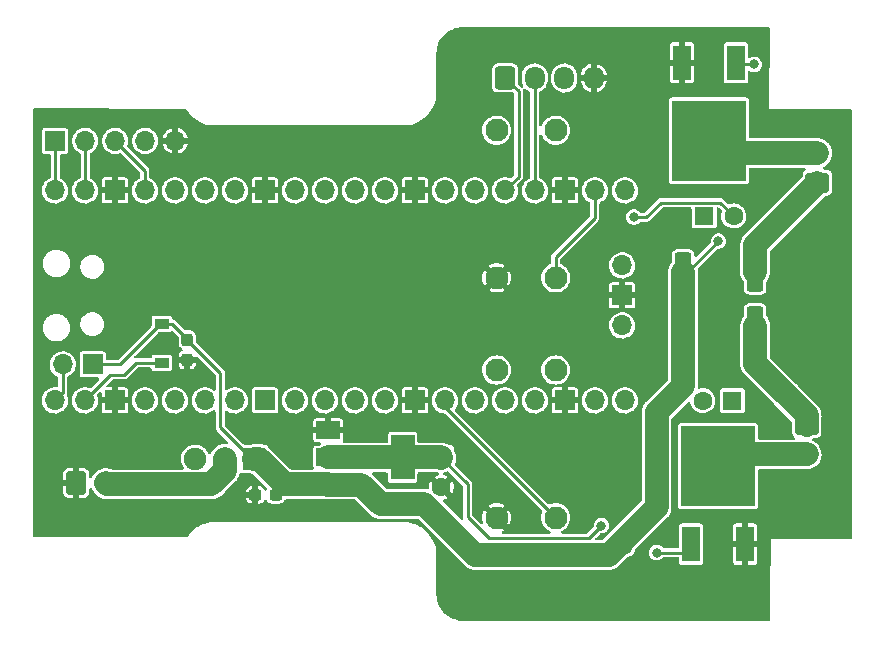
<source format=gtl>
G04 #@! TF.GenerationSoftware,KiCad,Pcbnew,(6.0.0)*
G04 #@! TF.CreationDate,2023-03-30T02:39:52-04:00*
G04 #@! TF.ProjectId,stroboscope_main_0v1,7374726f-626f-4736-936f-70655f6d6169,rev?*
G04 #@! TF.SameCoordinates,Original*
G04 #@! TF.FileFunction,Copper,L1,Top*
G04 #@! TF.FilePolarity,Positive*
%FSLAX46Y46*%
G04 Gerber Fmt 4.6, Leading zero omitted, Abs format (unit mm)*
G04 Created by KiCad (PCBNEW (6.0.0)) date 2023-03-30 02:39:52*
%MOMM*%
%LPD*%
G01*
G04 APERTURE LIST*
G04 Aperture macros list*
%AMRoundRect*
0 Rectangle with rounded corners*
0 $1 Rounding radius*
0 $2 $3 $4 $5 $6 $7 $8 $9 X,Y pos of 4 corners*
0 Add a 4 corners polygon primitive as box body*
4,1,4,$2,$3,$4,$5,$6,$7,$8,$9,$2,$3,0*
0 Add four circle primitives for the rounded corners*
1,1,$1+$1,$2,$3*
1,1,$1+$1,$4,$5*
1,1,$1+$1,$6,$7*
1,1,$1+$1,$8,$9*
0 Add four rect primitives between the rounded corners*
20,1,$1+$1,$2,$3,$4,$5,0*
20,1,$1+$1,$4,$5,$6,$7,0*
20,1,$1+$1,$6,$7,$8,$9,0*
20,1,$1+$1,$8,$9,$2,$3,0*%
G04 Aperture macros list end*
G04 #@! TA.AperFunction,ComponentPad*
%ADD10R,1.600000X1.600000*%
G04 #@! TD*
G04 #@! TA.AperFunction,ComponentPad*
%ADD11C,1.600000*%
G04 #@! TD*
G04 #@! TA.AperFunction,ComponentPad*
%ADD12R,1.700000X1.700000*%
G04 #@! TD*
G04 #@! TA.AperFunction,ComponentPad*
%ADD13O,1.700000X1.700000*%
G04 #@! TD*
G04 #@! TA.AperFunction,ComponentPad*
%ADD14C,1.950000*%
G04 #@! TD*
G04 #@! TA.AperFunction,ComponentPad*
%ADD15R,1.900000X1.900000*%
G04 #@! TD*
G04 #@! TA.AperFunction,ComponentPad*
%ADD16C,1.900000*%
G04 #@! TD*
G04 #@! TA.AperFunction,SMDPad,CuDef*
%ADD17R,1.200000X0.900000*%
G04 #@! TD*
G04 #@! TA.AperFunction,SMDPad,CuDef*
%ADD18R,1.500000X3.000000*%
G04 #@! TD*
G04 #@! TA.AperFunction,SMDPad,CuDef*
%ADD19R,6.250000X6.800000*%
G04 #@! TD*
G04 #@! TA.AperFunction,SMDPad,CuDef*
%ADD20R,2.000000X3.800000*%
G04 #@! TD*
G04 #@! TA.AperFunction,SMDPad,CuDef*
%ADD21R,2.000000X1.500000*%
G04 #@! TD*
G04 #@! TA.AperFunction,SMDPad,CuDef*
%ADD22RoundRect,0.249999X-0.450001X-1.425001X0.450001X-1.425001X0.450001X1.425001X-0.450001X1.425001X0*%
G04 #@! TD*
G04 #@! TA.AperFunction,SMDPad,CuDef*
%ADD23RoundRect,0.237500X-0.237500X0.300000X-0.237500X-0.300000X0.237500X-0.300000X0.237500X0.300000X0*%
G04 #@! TD*
G04 #@! TA.AperFunction,SMDPad,CuDef*
%ADD24RoundRect,0.237500X0.300000X0.237500X-0.300000X0.237500X-0.300000X-0.237500X0.300000X-0.237500X0*%
G04 #@! TD*
G04 #@! TA.AperFunction,ComponentPad*
%ADD25RoundRect,0.250000X-0.600000X-0.750000X0.600000X-0.750000X0.600000X0.750000X-0.600000X0.750000X0*%
G04 #@! TD*
G04 #@! TA.AperFunction,ComponentPad*
%ADD26O,1.700000X2.000000*%
G04 #@! TD*
G04 #@! TA.AperFunction,ComponentPad*
%ADD27RoundRect,0.250000X-0.600000X-0.725000X0.600000X-0.725000X0.600000X0.725000X-0.600000X0.725000X0*%
G04 #@! TD*
G04 #@! TA.AperFunction,ComponentPad*
%ADD28O,1.700000X1.950000*%
G04 #@! TD*
G04 #@! TA.AperFunction,ComponentPad*
%ADD29RoundRect,0.250000X-0.750000X0.600000X-0.750000X-0.600000X0.750000X-0.600000X0.750000X0.600000X0*%
G04 #@! TD*
G04 #@! TA.AperFunction,ComponentPad*
%ADD30O,2.000000X1.700000*%
G04 #@! TD*
G04 #@! TA.AperFunction,ComponentPad*
%ADD31RoundRect,0.250000X0.750000X-0.600000X0.750000X0.600000X-0.750000X0.600000X-0.750000X-0.600000X0*%
G04 #@! TD*
G04 #@! TA.AperFunction,ViaPad*
%ADD32C,0.800000*%
G04 #@! TD*
G04 #@! TA.AperFunction,Conductor*
%ADD33C,2.000000*%
G04 #@! TD*
G04 #@! TA.AperFunction,Conductor*
%ADD34C,0.250000*%
G04 #@! TD*
G04 APERTURE END LIST*
D10*
X138125200Y-83058000D03*
D11*
X140625200Y-83058000D03*
D10*
X140512800Y-98704400D03*
D11*
X138012800Y-98704400D03*
D12*
X86360000Y-95631000D03*
D13*
X83820000Y-95631000D03*
D14*
X125563000Y-75798500D03*
X125563000Y-88298500D03*
X120563000Y-75798500D03*
X120563000Y-88298500D03*
D15*
X100043000Y-103632000D03*
D16*
X97543000Y-103632000D03*
X95043000Y-103632000D03*
D17*
X92202000Y-95504000D03*
X92202000Y-92204000D03*
D18*
X140817600Y-70081200D03*
D19*
X138531600Y-76681200D03*
D18*
X136245600Y-70081200D03*
X137033000Y-110843000D03*
D19*
X139319000Y-104243000D03*
D18*
X141605000Y-110843000D03*
D20*
X112599000Y-103505000D03*
D21*
X106299000Y-103505000D03*
X106299000Y-105805000D03*
X106299000Y-101205000D03*
D12*
X83185000Y-76708000D03*
D13*
X85725000Y-76708000D03*
X88265000Y-76708000D03*
X90805000Y-76708000D03*
X93345000Y-76708000D03*
D22*
X136345200Y-87782400D03*
X142445200Y-87782400D03*
D23*
X94361000Y-93525000D03*
X94361000Y-95250000D03*
D14*
X125563000Y-96098000D03*
X125563000Y-108598000D03*
X120563000Y-96098000D03*
X120563000Y-108598000D03*
D22*
X136345200Y-92354400D03*
X142445200Y-92354400D03*
D24*
X101854000Y-106680000D03*
X100129000Y-106680000D03*
D25*
X84963000Y-105664000D03*
D26*
X87463000Y-105664000D03*
D10*
X115874800Y-103530400D03*
D11*
X115874800Y-106030400D03*
D27*
X121285000Y-71374000D03*
D28*
X123785000Y-71374000D03*
X126285000Y-71374000D03*
X128785000Y-71374000D03*
D29*
X146812000Y-100751000D03*
D30*
X146812000Y-103251000D03*
D31*
X147718000Y-80244000D03*
D30*
X147718000Y-77744000D03*
D13*
X83161000Y-80899000D03*
X85701000Y-80899000D03*
D12*
X88241000Y-80899000D03*
D13*
X90781000Y-80899000D03*
X93321000Y-80899000D03*
X95861000Y-80899000D03*
X98401000Y-80899000D03*
D12*
X100941000Y-80899000D03*
D13*
X103481000Y-80899000D03*
X106021000Y-80899000D03*
X108561000Y-80899000D03*
X111101000Y-80899000D03*
D12*
X113641000Y-80899000D03*
D13*
X116181000Y-80899000D03*
X118721000Y-80899000D03*
X121261000Y-80899000D03*
X123801000Y-80899000D03*
D12*
X126341000Y-80899000D03*
D13*
X128881000Y-80899000D03*
X131421000Y-80899000D03*
X131421000Y-98679000D03*
X128881000Y-98679000D03*
D12*
X126341000Y-98679000D03*
D13*
X123801000Y-98679000D03*
X121261000Y-98679000D03*
X118721000Y-98679000D03*
X116181000Y-98679000D03*
D12*
X113641000Y-98679000D03*
D13*
X111101000Y-98679000D03*
X108561000Y-98679000D03*
X106021000Y-98679000D03*
X103481000Y-98679000D03*
D12*
X100941000Y-98679000D03*
D13*
X98401000Y-98679000D03*
X95861000Y-98679000D03*
X93321000Y-98679000D03*
X90781000Y-98679000D03*
D12*
X88241000Y-98679000D03*
D13*
X85701000Y-98679000D03*
X83161000Y-98679000D03*
X131191000Y-87249000D03*
D12*
X131191000Y-89789000D03*
D13*
X131191000Y-92329000D03*
D32*
X132130800Y-115773200D03*
X149047200Y-96164400D03*
X146151600Y-96215200D03*
X146659600Y-108305600D03*
X124968000Y-114655600D03*
X129438400Y-109270800D03*
X132181600Y-83159600D03*
X131622800Y-111252000D03*
X139344400Y-85191600D03*
X139446000Y-111125000D03*
X134112000Y-111556800D03*
X142367000Y-70231000D03*
D33*
X136345200Y-97434400D02*
X136345200Y-92354400D01*
X134112000Y-99667600D02*
X136345200Y-97434400D01*
X118770400Y-111760000D02*
X130048000Y-111760000D01*
X114452400Y-107442000D02*
X118770400Y-111760000D01*
X134112000Y-107696000D02*
X134112000Y-99667600D01*
X110744000Y-107442000D02*
X114452400Y-107442000D01*
X109107000Y-105805000D02*
X110744000Y-107442000D01*
X130048000Y-111760000D02*
X134112000Y-107696000D01*
X106299000Y-105805000D02*
X109107000Y-105805000D01*
D34*
X136753600Y-87782400D02*
X136345200Y-87782400D01*
X139344400Y-85191600D02*
X136753600Y-87782400D01*
X119888000Y-110337600D02*
X118110000Y-108559600D01*
X128371600Y-110337600D02*
X119888000Y-110337600D01*
X129438400Y-109270800D02*
X128371600Y-110337600D01*
X118110000Y-108559600D02*
X118110000Y-105765600D01*
X118110000Y-105765600D02*
X115874800Y-103530400D01*
X134474511Y-81933489D02*
X139500689Y-81933489D01*
X139500689Y-81933489D02*
X140625200Y-83058000D01*
X133248400Y-83159600D02*
X134474511Y-81933489D01*
X132181600Y-83159600D02*
X133248400Y-83159600D01*
D33*
X147718000Y-80244000D02*
X142445200Y-85516800D01*
X142445200Y-85516800D02*
X142445200Y-87782400D01*
X136345200Y-92354400D02*
X136345200Y-87782400D01*
X142445200Y-95556800D02*
X142445200Y-92354400D01*
X145034000Y-98145600D02*
X142445200Y-95556800D01*
X145034000Y-98171000D02*
X145034000Y-98145600D01*
X146812000Y-99949000D02*
X145034000Y-98171000D01*
X146812000Y-100751000D02*
X146812000Y-99949000D01*
X139574400Y-77724000D02*
X147698000Y-77724000D01*
X138531600Y-76681200D02*
X139574400Y-77724000D01*
X147698000Y-77724000D02*
X147718000Y-77744000D01*
D34*
X142367000Y-70231000D02*
X140967400Y-70231000D01*
X140967400Y-70231000D02*
X140817600Y-70081200D01*
X136319200Y-111556800D02*
X137033000Y-110843000D01*
X134112000Y-111556800D02*
X136319200Y-111556800D01*
D33*
X115849400Y-103505000D02*
X115874800Y-103530400D01*
X112599000Y-103505000D02*
X115849400Y-103505000D01*
D34*
X116181000Y-99216000D02*
X116181000Y-98679000D01*
X125563000Y-108598000D02*
X116181000Y-99216000D01*
X97155000Y-100965000D02*
X99822000Y-103632000D01*
D33*
X102616000Y-105791000D02*
X106285000Y-105791000D01*
D34*
X92202000Y-92204000D02*
X92073000Y-92204000D01*
X94361000Y-93472000D02*
X93093000Y-92204000D01*
D33*
X100457000Y-103632000D02*
X102616000Y-105791000D01*
D34*
X94361000Y-93525000D02*
X94361000Y-93472000D01*
D33*
X100043000Y-103632000D02*
X100457000Y-103632000D01*
D34*
X88646000Y-95631000D02*
X86360000Y-95631000D01*
X93093000Y-92204000D02*
X92202000Y-92204000D01*
D33*
X106285000Y-105791000D02*
X106299000Y-105805000D01*
D34*
X94361000Y-93525000D02*
X97155000Y-96319000D01*
X97155000Y-96319000D02*
X97155000Y-100965000D01*
X99822000Y-103632000D02*
X100043000Y-103632000D01*
X92073000Y-92204000D02*
X88646000Y-95631000D01*
D33*
X112599000Y-103505000D02*
X106299000Y-103505000D01*
D34*
X90043000Y-95504000D02*
X89027000Y-96520000D01*
X92202000Y-95504000D02*
X90043000Y-95504000D01*
X89027000Y-96520000D02*
X87860000Y-96520000D01*
X87860000Y-96520000D02*
X85701000Y-98679000D01*
D33*
X87463000Y-105664000D02*
X87580511Y-105781511D01*
X96402489Y-105781511D02*
X97543000Y-104641000D01*
X87580511Y-105781511D02*
X96402489Y-105781511D01*
X97543000Y-104641000D02*
X97543000Y-103632000D01*
D34*
X83185000Y-76708000D02*
X83185000Y-80875000D01*
X83185000Y-80875000D02*
X83161000Y-80899000D01*
X85725000Y-76708000D02*
X85725000Y-80875000D01*
X85725000Y-80875000D02*
X85701000Y-80899000D01*
X90781000Y-79224000D02*
X90781000Y-80899000D01*
X88265000Y-76708000D02*
X90781000Y-79224000D01*
X83820000Y-98020000D02*
X83161000Y-98679000D01*
X83820000Y-95631000D02*
X83820000Y-98020000D01*
X122428000Y-72517000D02*
X122428000Y-79732000D01*
X121285000Y-71374000D02*
X122428000Y-72517000D01*
X122428000Y-79732000D02*
X121261000Y-80899000D01*
X123785000Y-80883000D02*
X123801000Y-80899000D01*
X123785000Y-71374000D02*
X123785000Y-80883000D01*
X125563000Y-88298500D02*
X125563000Y-86527000D01*
X128881000Y-83209000D02*
X128881000Y-80899000D01*
X125563000Y-86527000D02*
X128881000Y-83209000D01*
D33*
X146812000Y-103251000D02*
X140311000Y-103251000D01*
X140311000Y-103251000D02*
X139319000Y-104243000D01*
G04 #@! TA.AperFunction,Conductor*
G36*
X143649010Y-67057951D02*
G01*
X143695503Y-67111607D01*
X143706886Y-67164765D01*
X143662400Y-74015600D01*
X150514051Y-74015600D01*
X150582172Y-74035602D01*
X150628665Y-74089258D01*
X150640051Y-74141600D01*
X150640051Y-110262400D01*
X150620049Y-110330521D01*
X150566393Y-110377014D01*
X150514051Y-110388400D01*
X143764000Y-110388400D01*
X143763913Y-110401737D01*
X143763913Y-110401739D01*
X143733539Y-115079371D01*
X143722440Y-116788724D01*
X143719738Y-117204767D01*
X143699294Y-117272757D01*
X143645338Y-117318900D01*
X143593741Y-117329949D01*
X117781476Y-117329949D01*
X117756898Y-117327528D01*
X117744051Y-117324973D01*
X117731881Y-117327394D01*
X117719468Y-117327394D01*
X117719468Y-117327069D01*
X117708632Y-117327807D01*
X117552926Y-117318388D01*
X117476111Y-117313741D01*
X117461007Y-117311907D01*
X117204474Y-117264896D01*
X117189701Y-117261255D01*
X117008424Y-117204767D01*
X116940693Y-117183661D01*
X116926475Y-117178269D01*
X116688645Y-117071229D01*
X116675175Y-117064160D01*
X116451977Y-116929232D01*
X116439455Y-116920589D01*
X116234147Y-116759740D01*
X116222759Y-116749650D01*
X116038350Y-116565241D01*
X116028260Y-116553853D01*
X115867411Y-116348545D01*
X115858768Y-116336023D01*
X115723840Y-116112825D01*
X115716769Y-116099352D01*
X115609731Y-115861525D01*
X115604337Y-115847302D01*
X115526745Y-115598299D01*
X115523104Y-115583526D01*
X115476093Y-115326993D01*
X115474259Y-115311889D01*
X115460193Y-115079371D01*
X115460931Y-115068532D01*
X115460606Y-115068532D01*
X115460606Y-115056119D01*
X115463027Y-115043949D01*
X115460472Y-115031102D01*
X115458051Y-115006524D01*
X115458051Y-111811374D01*
X115460472Y-111786793D01*
X115460606Y-111786121D01*
X115463027Y-111773949D01*
X115462227Y-111769928D01*
X115444857Y-111460627D01*
X115392291Y-111151246D01*
X115305416Y-110849695D01*
X115248212Y-110711592D01*
X115186678Y-110563036D01*
X115186676Y-110563031D01*
X115185324Y-110559768D01*
X115033525Y-110285110D01*
X114851929Y-110029174D01*
X114642820Y-109795180D01*
X114408826Y-109586071D01*
X114152890Y-109404475D01*
X113943396Y-109288691D01*
X113881328Y-109254387D01*
X113881326Y-109254386D01*
X113878232Y-109252676D01*
X113874969Y-109251324D01*
X113874964Y-109251322D01*
X113591574Y-109133938D01*
X113591573Y-109133938D01*
X113588305Y-109132584D01*
X113286754Y-109045709D01*
X112977373Y-108993143D01*
X112668072Y-108975773D01*
X112664051Y-108974973D01*
X112651204Y-108977528D01*
X112626626Y-108979949D01*
X96731476Y-108979949D01*
X96706898Y-108977528D01*
X96694051Y-108974973D01*
X96690030Y-108975773D01*
X96380729Y-108993143D01*
X96071348Y-109045709D01*
X95769797Y-109132584D01*
X95766529Y-109133938D01*
X95766528Y-109133938D01*
X95483138Y-109251322D01*
X95483133Y-109251324D01*
X95479870Y-109252676D01*
X95476776Y-109254386D01*
X95476774Y-109254387D01*
X95414706Y-109288691D01*
X95205212Y-109404475D01*
X94949276Y-109586071D01*
X94715282Y-109795180D01*
X94712929Y-109797813D01*
X94598039Y-109926376D01*
X94506173Y-110029174D01*
X94482276Y-110062854D01*
X94397681Y-110182080D01*
X94341948Y-110226062D01*
X94294804Y-110235167D01*
X90584385Y-110231761D01*
X81423933Y-110223353D01*
X81355833Y-110203288D01*
X81309389Y-110149590D01*
X81298051Y-110097353D01*
X81298051Y-106458292D01*
X83859001Y-106458292D01*
X83859370Y-106465110D01*
X83864841Y-106515482D01*
X83868470Y-106530741D01*
X83913222Y-106650118D01*
X83921754Y-106665704D01*
X83997572Y-106766867D01*
X84010133Y-106779428D01*
X84111296Y-106855246D01*
X84126882Y-106863778D01*
X84246265Y-106908533D01*
X84261510Y-106912158D01*
X84311892Y-106917631D01*
X84318706Y-106918000D01*
X84690885Y-106918000D01*
X84706124Y-106913525D01*
X84707329Y-106912135D01*
X84709000Y-106904452D01*
X84709000Y-105936115D01*
X84704525Y-105920876D01*
X84703135Y-105919671D01*
X84695452Y-105918000D01*
X83877116Y-105918000D01*
X83861877Y-105922475D01*
X83860672Y-105923865D01*
X83859001Y-105931548D01*
X83859001Y-106458292D01*
X81298051Y-106458292D01*
X81298051Y-105391885D01*
X83859000Y-105391885D01*
X83863475Y-105407124D01*
X83864865Y-105408329D01*
X83872548Y-105410000D01*
X84690885Y-105410000D01*
X84706124Y-105405525D01*
X84707329Y-105404135D01*
X84709000Y-105396452D01*
X84709000Y-104428116D01*
X84704525Y-104412877D01*
X84703135Y-104411672D01*
X84695452Y-104410001D01*
X84318708Y-104410001D01*
X84311890Y-104410370D01*
X84261518Y-104415841D01*
X84246259Y-104419470D01*
X84126882Y-104464222D01*
X84111296Y-104472754D01*
X84010133Y-104548572D01*
X83997572Y-104561133D01*
X83921754Y-104662296D01*
X83913222Y-104677882D01*
X83868467Y-104797265D01*
X83864842Y-104812510D01*
X83859369Y-104862892D01*
X83859000Y-104869706D01*
X83859000Y-105391885D01*
X81298051Y-105391885D01*
X81298051Y-98649964D01*
X82052148Y-98649964D01*
X82065424Y-98852522D01*
X82066845Y-98858118D01*
X82066846Y-98858123D01*
X82091913Y-98956821D01*
X82115392Y-99049269D01*
X82117809Y-99054512D01*
X82152854Y-99130530D01*
X82200377Y-99233616D01*
X82203710Y-99238332D01*
X82300391Y-99375133D01*
X82317533Y-99399389D01*
X82462938Y-99541035D01*
X82467742Y-99544245D01*
X82522702Y-99580968D01*
X82631720Y-99653812D01*
X82637023Y-99656090D01*
X82637026Y-99656092D01*
X82768283Y-99712484D01*
X82818228Y-99733942D01*
X82882022Y-99748377D01*
X83010579Y-99777467D01*
X83010584Y-99777468D01*
X83016216Y-99778742D01*
X83021987Y-99778969D01*
X83021989Y-99778969D01*
X83081756Y-99781317D01*
X83219053Y-99786712D01*
X83329596Y-99770684D01*
X83414231Y-99758413D01*
X83414236Y-99758412D01*
X83419945Y-99757584D01*
X83425409Y-99755729D01*
X83425414Y-99755728D01*
X83606693Y-99694192D01*
X83606698Y-99694190D01*
X83612165Y-99692334D01*
X83789276Y-99593147D01*
X83808095Y-99577496D01*
X83940913Y-99467031D01*
X83945345Y-99463345D01*
X84035990Y-99354357D01*
X84071453Y-99311718D01*
X84071455Y-99311715D01*
X84075147Y-99307276D01*
X84174334Y-99130165D01*
X84176190Y-99124698D01*
X84176192Y-99124693D01*
X84237728Y-98943414D01*
X84237729Y-98943409D01*
X84239584Y-98937945D01*
X84240412Y-98932236D01*
X84240413Y-98932231D01*
X84268179Y-98740727D01*
X84268712Y-98737053D01*
X84270232Y-98679000D01*
X84267564Y-98649964D01*
X84592148Y-98649964D01*
X84605424Y-98852522D01*
X84606845Y-98858118D01*
X84606846Y-98858123D01*
X84631913Y-98956821D01*
X84655392Y-99049269D01*
X84657809Y-99054512D01*
X84692854Y-99130530D01*
X84740377Y-99233616D01*
X84743710Y-99238332D01*
X84840391Y-99375133D01*
X84857533Y-99399389D01*
X85002938Y-99541035D01*
X85007742Y-99544245D01*
X85062702Y-99580968D01*
X85171720Y-99653812D01*
X85177023Y-99656090D01*
X85177026Y-99656092D01*
X85308283Y-99712484D01*
X85358228Y-99733942D01*
X85422022Y-99748377D01*
X85550579Y-99777467D01*
X85550584Y-99777468D01*
X85556216Y-99778742D01*
X85561987Y-99778969D01*
X85561989Y-99778969D01*
X85621756Y-99781317D01*
X85759053Y-99786712D01*
X85869596Y-99770684D01*
X85954231Y-99758413D01*
X85954236Y-99758412D01*
X85959945Y-99757584D01*
X85965409Y-99755729D01*
X85965414Y-99755728D01*
X86146693Y-99694192D01*
X86146698Y-99694190D01*
X86152165Y-99692334D01*
X86329276Y-99593147D01*
X86348095Y-99577496D01*
X86383766Y-99547828D01*
X87137001Y-99547828D01*
X87138209Y-99560088D01*
X87149315Y-99615931D01*
X87158633Y-99638427D01*
X87200983Y-99701808D01*
X87218192Y-99719017D01*
X87281575Y-99761368D01*
X87304066Y-99770684D01*
X87359915Y-99781793D01*
X87372170Y-99783000D01*
X87968885Y-99783000D01*
X87984124Y-99778525D01*
X87985329Y-99777135D01*
X87987000Y-99769452D01*
X87987000Y-99764884D01*
X88495000Y-99764884D01*
X88499475Y-99780123D01*
X88500865Y-99781328D01*
X88508548Y-99782999D01*
X89109828Y-99782999D01*
X89122088Y-99781791D01*
X89177931Y-99770685D01*
X89200427Y-99761367D01*
X89263808Y-99719017D01*
X89281017Y-99701808D01*
X89323368Y-99638425D01*
X89332684Y-99615934D01*
X89343793Y-99560085D01*
X89345000Y-99547830D01*
X89345000Y-98951115D01*
X89340525Y-98935876D01*
X89339135Y-98934671D01*
X89331452Y-98933000D01*
X88513115Y-98933000D01*
X88497876Y-98937475D01*
X88496671Y-98938865D01*
X88495000Y-98946548D01*
X88495000Y-99764884D01*
X87987000Y-99764884D01*
X87987000Y-98951115D01*
X87982525Y-98935876D01*
X87981135Y-98934671D01*
X87973452Y-98933000D01*
X87155116Y-98933000D01*
X87139877Y-98937475D01*
X87138672Y-98938865D01*
X87137001Y-98946548D01*
X87137001Y-99547828D01*
X86383766Y-99547828D01*
X86480913Y-99467031D01*
X86485345Y-99463345D01*
X86575990Y-99354357D01*
X86611453Y-99311718D01*
X86611455Y-99311715D01*
X86615147Y-99307276D01*
X86714334Y-99130165D01*
X86716190Y-99124698D01*
X86716192Y-99124693D01*
X86777728Y-98943414D01*
X86777729Y-98943409D01*
X86779584Y-98937945D01*
X86780412Y-98932236D01*
X86780413Y-98932231D01*
X86808179Y-98740727D01*
X86808712Y-98737053D01*
X86810232Y-98679000D01*
X86807564Y-98649964D01*
X89672148Y-98649964D01*
X89685424Y-98852522D01*
X89686845Y-98858118D01*
X89686846Y-98858123D01*
X89711913Y-98956821D01*
X89735392Y-99049269D01*
X89737809Y-99054512D01*
X89772854Y-99130530D01*
X89820377Y-99233616D01*
X89823710Y-99238332D01*
X89920391Y-99375133D01*
X89937533Y-99399389D01*
X90082938Y-99541035D01*
X90087742Y-99544245D01*
X90142702Y-99580968D01*
X90251720Y-99653812D01*
X90257023Y-99656090D01*
X90257026Y-99656092D01*
X90388283Y-99712484D01*
X90438228Y-99733942D01*
X90502022Y-99748377D01*
X90630579Y-99777467D01*
X90630584Y-99777468D01*
X90636216Y-99778742D01*
X90641987Y-99778969D01*
X90641989Y-99778969D01*
X90701756Y-99781317D01*
X90839053Y-99786712D01*
X90949596Y-99770684D01*
X91034231Y-99758413D01*
X91034236Y-99758412D01*
X91039945Y-99757584D01*
X91045409Y-99755729D01*
X91045414Y-99755728D01*
X91226693Y-99694192D01*
X91226698Y-99694190D01*
X91232165Y-99692334D01*
X91409276Y-99593147D01*
X91428095Y-99577496D01*
X91560913Y-99467031D01*
X91565345Y-99463345D01*
X91655990Y-99354357D01*
X91691453Y-99311718D01*
X91691455Y-99311715D01*
X91695147Y-99307276D01*
X91794334Y-99130165D01*
X91796190Y-99124698D01*
X91796192Y-99124693D01*
X91857728Y-98943414D01*
X91857729Y-98943409D01*
X91859584Y-98937945D01*
X91860412Y-98932236D01*
X91860413Y-98932231D01*
X91888179Y-98740727D01*
X91888712Y-98737053D01*
X91890232Y-98679000D01*
X91887564Y-98649964D01*
X92212148Y-98649964D01*
X92225424Y-98852522D01*
X92226845Y-98858118D01*
X92226846Y-98858123D01*
X92251913Y-98956821D01*
X92275392Y-99049269D01*
X92277809Y-99054512D01*
X92312854Y-99130530D01*
X92360377Y-99233616D01*
X92363710Y-99238332D01*
X92460391Y-99375133D01*
X92477533Y-99399389D01*
X92622938Y-99541035D01*
X92627742Y-99544245D01*
X92682702Y-99580968D01*
X92791720Y-99653812D01*
X92797023Y-99656090D01*
X92797026Y-99656092D01*
X92928283Y-99712484D01*
X92978228Y-99733942D01*
X93042022Y-99748377D01*
X93170579Y-99777467D01*
X93170584Y-99777468D01*
X93176216Y-99778742D01*
X93181987Y-99778969D01*
X93181989Y-99778969D01*
X93241756Y-99781317D01*
X93379053Y-99786712D01*
X93489596Y-99770684D01*
X93574231Y-99758413D01*
X93574236Y-99758412D01*
X93579945Y-99757584D01*
X93585409Y-99755729D01*
X93585414Y-99755728D01*
X93766693Y-99694192D01*
X93766698Y-99694190D01*
X93772165Y-99692334D01*
X93949276Y-99593147D01*
X93968095Y-99577496D01*
X94100913Y-99467031D01*
X94105345Y-99463345D01*
X94195990Y-99354357D01*
X94231453Y-99311718D01*
X94231455Y-99311715D01*
X94235147Y-99307276D01*
X94334334Y-99130165D01*
X94336190Y-99124698D01*
X94336192Y-99124693D01*
X94397728Y-98943414D01*
X94397729Y-98943409D01*
X94399584Y-98937945D01*
X94400412Y-98932236D01*
X94400413Y-98932231D01*
X94428179Y-98740727D01*
X94428712Y-98737053D01*
X94430232Y-98679000D01*
X94413655Y-98498589D01*
X94412187Y-98482613D01*
X94412186Y-98482610D01*
X94411658Y-98476859D01*
X94410090Y-98471299D01*
X94358125Y-98287046D01*
X94358124Y-98287044D01*
X94356557Y-98281487D01*
X94345978Y-98260033D01*
X94269331Y-98104609D01*
X94266776Y-98099428D01*
X94252705Y-98080584D01*
X94203256Y-98014365D01*
X94145320Y-97936779D01*
X94023971Y-97824605D01*
X94000503Y-97802911D01*
X93996258Y-97798987D01*
X93991375Y-97795906D01*
X93991371Y-97795903D01*
X93829464Y-97693748D01*
X93824581Y-97690667D01*
X93636039Y-97615446D01*
X93630379Y-97614320D01*
X93630375Y-97614319D01*
X93442613Y-97576971D01*
X93442610Y-97576971D01*
X93436946Y-97575844D01*
X93431171Y-97575768D01*
X93431167Y-97575768D01*
X93329793Y-97574441D01*
X93233971Y-97573187D01*
X93228274Y-97574166D01*
X93228273Y-97574166D01*
X93100271Y-97596161D01*
X93033910Y-97607564D01*
X92843463Y-97677824D01*
X92669010Y-97781612D01*
X92664670Y-97785418D01*
X92664666Y-97785421D01*
X92564500Y-97873265D01*
X92516392Y-97915455D01*
X92390720Y-98074869D01*
X92388031Y-98079980D01*
X92388029Y-98079983D01*
X92350770Y-98150800D01*
X92296203Y-98254515D01*
X92236007Y-98448378D01*
X92212148Y-98649964D01*
X91887564Y-98649964D01*
X91873655Y-98498589D01*
X91872187Y-98482613D01*
X91872186Y-98482610D01*
X91871658Y-98476859D01*
X91870090Y-98471299D01*
X91818125Y-98287046D01*
X91818124Y-98287044D01*
X91816557Y-98281487D01*
X91805978Y-98260033D01*
X91729331Y-98104609D01*
X91726776Y-98099428D01*
X91712705Y-98080584D01*
X91663256Y-98014365D01*
X91605320Y-97936779D01*
X91483971Y-97824605D01*
X91460503Y-97802911D01*
X91456258Y-97798987D01*
X91451375Y-97795906D01*
X91451371Y-97795903D01*
X91289464Y-97693748D01*
X91284581Y-97690667D01*
X91096039Y-97615446D01*
X91090379Y-97614320D01*
X91090375Y-97614319D01*
X90902613Y-97576971D01*
X90902610Y-97576971D01*
X90896946Y-97575844D01*
X90891171Y-97575768D01*
X90891167Y-97575768D01*
X90789793Y-97574441D01*
X90693971Y-97573187D01*
X90688274Y-97574166D01*
X90688273Y-97574166D01*
X90560271Y-97596161D01*
X90493910Y-97607564D01*
X90303463Y-97677824D01*
X90129010Y-97781612D01*
X90124670Y-97785418D01*
X90124666Y-97785421D01*
X90024500Y-97873265D01*
X89976392Y-97915455D01*
X89850720Y-98074869D01*
X89848031Y-98079980D01*
X89848029Y-98079983D01*
X89810770Y-98150800D01*
X89756203Y-98254515D01*
X89696007Y-98448378D01*
X89672148Y-98649964D01*
X86807564Y-98649964D01*
X86793655Y-98498589D01*
X86792187Y-98482613D01*
X86792186Y-98482610D01*
X86791658Y-98476859D01*
X86790090Y-98471299D01*
X86738127Y-98287053D01*
X86738126Y-98287051D01*
X86736557Y-98281487D01*
X86737058Y-98281346D01*
X86731618Y-98214289D01*
X86765894Y-98150800D01*
X86921905Y-97994789D01*
X86984217Y-97960763D01*
X87055032Y-97965828D01*
X87111868Y-98008375D01*
X87136679Y-98074895D01*
X87137000Y-98083884D01*
X87137000Y-98406885D01*
X87141475Y-98422124D01*
X87142865Y-98423329D01*
X87150548Y-98425000D01*
X87968885Y-98425000D01*
X87984124Y-98420525D01*
X87985329Y-98419135D01*
X87987000Y-98411452D01*
X87987000Y-98406885D01*
X88495000Y-98406885D01*
X88499475Y-98422124D01*
X88500865Y-98423329D01*
X88508548Y-98425000D01*
X89326884Y-98425000D01*
X89342123Y-98420525D01*
X89343328Y-98419135D01*
X89344999Y-98411452D01*
X89344999Y-97810172D01*
X89343791Y-97797912D01*
X89332685Y-97742069D01*
X89323367Y-97719573D01*
X89281017Y-97656192D01*
X89263808Y-97638983D01*
X89200425Y-97596632D01*
X89177934Y-97587316D01*
X89122085Y-97576207D01*
X89109830Y-97575000D01*
X88513115Y-97575000D01*
X88497876Y-97579475D01*
X88496671Y-97580865D01*
X88495000Y-97588548D01*
X88495000Y-98406885D01*
X87987000Y-98406885D01*
X87987000Y-97593116D01*
X87982525Y-97577877D01*
X87981135Y-97576672D01*
X87973452Y-97575001D01*
X87645883Y-97575001D01*
X87577762Y-97554999D01*
X87531269Y-97501343D01*
X87521165Y-97431069D01*
X87550659Y-97366489D01*
X87556788Y-97359906D01*
X87980289Y-96936405D01*
X88042601Y-96902379D01*
X88069384Y-96899500D01*
X88973080Y-96899500D01*
X88997028Y-96902049D01*
X88998693Y-96902128D01*
X89008876Y-96904320D01*
X89019217Y-96903096D01*
X89042223Y-96900373D01*
X89048154Y-96900023D01*
X89048146Y-96899928D01*
X89053324Y-96899500D01*
X89058524Y-96899500D01*
X89063653Y-96898646D01*
X89063656Y-96898646D01*
X89077565Y-96896331D01*
X89083443Y-96895494D01*
X89124001Y-96890694D01*
X89124002Y-96890694D01*
X89134341Y-96889470D01*
X89142593Y-96885507D01*
X89151626Y-96884004D01*
X89160795Y-96879057D01*
X89160797Y-96879056D01*
X89196732Y-96859666D01*
X89202025Y-96856969D01*
X89241082Y-96838215D01*
X89241086Y-96838212D01*
X89248232Y-96834781D01*
X89252508Y-96831186D01*
X89254431Y-96829263D01*
X89256363Y-96827491D01*
X89256442Y-96827448D01*
X89256555Y-96827572D01*
X89257095Y-96827096D01*
X89262814Y-96824010D01*
X89299417Y-96784413D01*
X89302846Y-96780848D01*
X90163289Y-95920405D01*
X90225601Y-95886379D01*
X90252384Y-95883500D01*
X91225087Y-95883500D01*
X91293208Y-95903502D01*
X91339701Y-95957158D01*
X91348663Y-95984909D01*
X91362266Y-96053301D01*
X91369161Y-96063620D01*
X91369162Y-96063622D01*
X91382235Y-96083186D01*
X91418516Y-96137484D01*
X91502699Y-96193734D01*
X91576933Y-96208500D01*
X92201898Y-96208500D01*
X92827066Y-96208499D01*
X92866720Y-96200612D01*
X92889126Y-96196156D01*
X92889128Y-96196155D01*
X92901301Y-96193734D01*
X92911621Y-96186839D01*
X92911622Y-96186838D01*
X92975168Y-96144377D01*
X92985484Y-96137484D01*
X93041734Y-96053301D01*
X93056500Y-95979067D01*
X93056500Y-95593105D01*
X93632001Y-95593105D01*
X93632371Y-95599926D01*
X93637676Y-95648773D01*
X93641302Y-95664024D01*
X93684799Y-95780053D01*
X93693333Y-95795639D01*
X93767002Y-95893937D01*
X93779563Y-95906498D01*
X93877861Y-95980167D01*
X93893447Y-95988701D01*
X94009473Y-96032197D01*
X94024729Y-96035825D01*
X94073576Y-96041131D01*
X94080393Y-96041500D01*
X94088885Y-96041500D01*
X94104124Y-96037025D01*
X94105329Y-96035635D01*
X94107000Y-96027952D01*
X94107000Y-96023384D01*
X94615000Y-96023384D01*
X94619475Y-96038623D01*
X94620865Y-96039828D01*
X94628548Y-96041499D01*
X94641605Y-96041499D01*
X94648426Y-96041129D01*
X94697273Y-96035824D01*
X94712524Y-96032198D01*
X94828553Y-95988701D01*
X94844139Y-95980167D01*
X94942437Y-95906498D01*
X94954998Y-95893937D01*
X95028667Y-95795639D01*
X95037201Y-95780053D01*
X95080697Y-95664027D01*
X95084325Y-95648771D01*
X95089631Y-95599924D01*
X95090000Y-95593107D01*
X95090000Y-95522115D01*
X95085525Y-95506876D01*
X95084135Y-95505671D01*
X95076452Y-95504000D01*
X94633115Y-95504000D01*
X94617876Y-95508475D01*
X94616671Y-95509865D01*
X94615000Y-95517548D01*
X94615000Y-96023384D01*
X94107000Y-96023384D01*
X94107000Y-95522115D01*
X94102525Y-95506876D01*
X94101135Y-95505671D01*
X94093452Y-95504000D01*
X93650116Y-95504000D01*
X93634877Y-95508475D01*
X93633672Y-95509865D01*
X93632001Y-95517548D01*
X93632001Y-95593105D01*
X93056500Y-95593105D01*
X93056499Y-95028934D01*
X93041734Y-94954699D01*
X93032286Y-94940558D01*
X92992377Y-94880832D01*
X92985484Y-94870516D01*
X92901301Y-94814266D01*
X92827067Y-94799500D01*
X92202102Y-94799500D01*
X91576934Y-94799501D01*
X91541182Y-94806612D01*
X91514874Y-94811844D01*
X91514872Y-94811845D01*
X91502699Y-94814266D01*
X91492379Y-94821161D01*
X91492378Y-94821162D01*
X91447381Y-94851229D01*
X91418516Y-94870516D01*
X91362266Y-94954699D01*
X91357654Y-94977885D01*
X91348664Y-95023081D01*
X91315757Y-95085991D01*
X91254062Y-95121123D01*
X91225085Y-95124500D01*
X90096920Y-95124500D01*
X90072972Y-95121951D01*
X90071307Y-95121872D01*
X90061124Y-95119680D01*
X90041937Y-95121951D01*
X90027777Y-95123627D01*
X90021846Y-95123977D01*
X90021854Y-95124072D01*
X90016675Y-95124500D01*
X90011476Y-95124500D01*
X90006349Y-95125353D01*
X90002132Y-95125702D01*
X89932596Y-95111379D01*
X89881841Y-95061735D01*
X89865983Y-94992532D01*
X89890057Y-94925741D01*
X89902659Y-94911035D01*
X91868289Y-92945405D01*
X91930601Y-92911379D01*
X91957384Y-92908500D01*
X92729335Y-92908499D01*
X92827066Y-92908499D01*
X92862818Y-92901388D01*
X92889126Y-92896156D01*
X92889128Y-92896155D01*
X92901301Y-92893734D01*
X92911621Y-92886839D01*
X92911622Y-92886838D01*
X92943597Y-92865473D01*
X92985484Y-92837484D01*
X92992377Y-92827167D01*
X92996832Y-92822713D01*
X93059145Y-92788689D01*
X93129960Y-92793755D01*
X93175021Y-92822715D01*
X93594595Y-93242289D01*
X93628621Y-93304601D01*
X93631500Y-93331384D01*
X93631500Y-93871570D01*
X93638036Y-93931736D01*
X93687507Y-94063699D01*
X93772026Y-94176474D01*
X93884801Y-94260993D01*
X93893202Y-94264142D01*
X93893203Y-94264143D01*
X93908254Y-94269785D01*
X93965018Y-94312427D01*
X93989717Y-94378989D01*
X93974509Y-94448338D01*
X93924223Y-94498456D01*
X93908252Y-94505749D01*
X93893449Y-94511298D01*
X93877861Y-94519833D01*
X93779563Y-94593502D01*
X93767002Y-94606063D01*
X93693333Y-94704361D01*
X93684799Y-94719947D01*
X93641303Y-94835973D01*
X93637675Y-94851229D01*
X93632369Y-94900076D01*
X93632000Y-94906893D01*
X93632000Y-94977885D01*
X93636475Y-94993124D01*
X93637865Y-94994329D01*
X93645548Y-94996000D01*
X95071884Y-94996000D01*
X95087124Y-94991525D01*
X95093069Y-94984664D01*
X95152796Y-94946281D01*
X95223792Y-94946281D01*
X95277388Y-94978082D01*
X96738595Y-96439289D01*
X96772621Y-96501601D01*
X96775500Y-96528384D01*
X96775500Y-97732081D01*
X96755498Y-97800202D01*
X96701842Y-97846695D01*
X96631568Y-97856799D01*
X96563973Y-97824606D01*
X96536258Y-97798987D01*
X96531375Y-97795906D01*
X96531371Y-97795903D01*
X96369464Y-97693748D01*
X96364581Y-97690667D01*
X96176039Y-97615446D01*
X96170379Y-97614320D01*
X96170375Y-97614319D01*
X95982613Y-97576971D01*
X95982610Y-97576971D01*
X95976946Y-97575844D01*
X95971171Y-97575768D01*
X95971167Y-97575768D01*
X95869793Y-97574441D01*
X95773971Y-97573187D01*
X95768274Y-97574166D01*
X95768273Y-97574166D01*
X95640271Y-97596161D01*
X95573910Y-97607564D01*
X95383463Y-97677824D01*
X95209010Y-97781612D01*
X95204670Y-97785418D01*
X95204666Y-97785421D01*
X95104500Y-97873265D01*
X95056392Y-97915455D01*
X94930720Y-98074869D01*
X94928031Y-98079980D01*
X94928029Y-98079983D01*
X94890770Y-98150800D01*
X94836203Y-98254515D01*
X94776007Y-98448378D01*
X94752148Y-98649964D01*
X94765424Y-98852522D01*
X94766845Y-98858118D01*
X94766846Y-98858123D01*
X94791913Y-98956821D01*
X94815392Y-99049269D01*
X94817809Y-99054512D01*
X94852854Y-99130530D01*
X94900377Y-99233616D01*
X94903710Y-99238332D01*
X95000391Y-99375133D01*
X95017533Y-99399389D01*
X95162938Y-99541035D01*
X95167742Y-99544245D01*
X95222702Y-99580968D01*
X95331720Y-99653812D01*
X95337023Y-99656090D01*
X95337026Y-99656092D01*
X95468283Y-99712484D01*
X95518228Y-99733942D01*
X95582022Y-99748377D01*
X95710579Y-99777467D01*
X95710584Y-99777468D01*
X95716216Y-99778742D01*
X95721987Y-99778969D01*
X95721989Y-99778969D01*
X95781756Y-99781317D01*
X95919053Y-99786712D01*
X96029596Y-99770684D01*
X96114231Y-99758413D01*
X96114236Y-99758412D01*
X96119945Y-99757584D01*
X96125409Y-99755729D01*
X96125414Y-99755728D01*
X96306693Y-99694192D01*
X96306698Y-99694190D01*
X96312165Y-99692334D01*
X96489276Y-99593147D01*
X96508095Y-99577496D01*
X96568930Y-99526899D01*
X96634094Y-99498718D01*
X96704150Y-99510241D01*
X96756854Y-99557810D01*
X96775500Y-99623773D01*
X96775500Y-100911080D01*
X96772951Y-100935028D01*
X96772872Y-100936693D01*
X96770680Y-100946876D01*
X96771904Y-100957217D01*
X96774627Y-100980223D01*
X96774977Y-100986154D01*
X96775072Y-100986146D01*
X96775500Y-100991324D01*
X96775500Y-100996524D01*
X96776354Y-101001653D01*
X96776354Y-101001656D01*
X96778669Y-101015565D01*
X96779506Y-101021443D01*
X96785530Y-101072341D01*
X96789493Y-101080593D01*
X96790996Y-101089626D01*
X96795943Y-101098795D01*
X96795944Y-101098797D01*
X96815334Y-101134732D01*
X96818031Y-101140025D01*
X96836785Y-101179082D01*
X96836788Y-101179086D01*
X96840219Y-101186232D01*
X96843814Y-101190508D01*
X96845737Y-101192431D01*
X96847509Y-101194363D01*
X96847552Y-101194442D01*
X96847428Y-101194555D01*
X96847904Y-101195095D01*
X96850990Y-101200814D01*
X96858635Y-101207881D01*
X96890586Y-101237416D01*
X96894152Y-101240846D01*
X97824536Y-102171230D01*
X97858562Y-102233542D01*
X97853497Y-102304357D01*
X97810950Y-102361193D01*
X97744430Y-102386004D01*
X97727036Y-102385350D01*
X97727002Y-102385941D01*
X97509043Y-102373374D01*
X97509040Y-102373374D01*
X97503436Y-102373051D01*
X97281120Y-102399954D01*
X97067083Y-102465800D01*
X97062103Y-102468370D01*
X97062099Y-102468372D01*
X96899986Y-102552045D01*
X96868088Y-102568509D01*
X96690427Y-102704833D01*
X96686654Y-102708979D01*
X96686649Y-102708984D01*
X96557790Y-102850599D01*
X96539714Y-102870464D01*
X96420714Y-103060167D01*
X96418620Y-103065376D01*
X96418619Y-103065378D01*
X96383710Y-103152216D01*
X96339743Y-103207960D01*
X96272618Y-103231085D01*
X96203647Y-103214248D01*
X96153797Y-103160947D01*
X96149492Y-103152216D01*
X96101752Y-103055408D01*
X96076960Y-103005134D01*
X96076957Y-103005130D01*
X96074405Y-102999954D01*
X95962877Y-102850599D01*
X95945406Y-102827203D01*
X95945405Y-102827202D01*
X95941953Y-102822579D01*
X95927669Y-102809375D01*
X95783634Y-102676231D01*
X95783632Y-102676229D01*
X95779394Y-102672312D01*
X95592174Y-102554185D01*
X95386562Y-102472154D01*
X95380905Y-102471029D01*
X95380899Y-102471027D01*
X95175111Y-102430094D01*
X95175109Y-102430094D01*
X95169444Y-102428967D01*
X95163669Y-102428891D01*
X95163665Y-102428891D01*
X95052341Y-102427434D01*
X94948091Y-102426069D01*
X94942394Y-102427048D01*
X94942393Y-102427048D01*
X94735614Y-102462579D01*
X94729917Y-102463558D01*
X94522228Y-102540179D01*
X94517267Y-102543131D01*
X94517266Y-102543131D01*
X94345402Y-102645380D01*
X94331980Y-102653365D01*
X94165544Y-102799325D01*
X94161977Y-102803850D01*
X94161972Y-102803855D01*
X94100294Y-102882094D01*
X94028494Y-102973172D01*
X94025805Y-102978283D01*
X94025803Y-102978286D01*
X94014403Y-102999954D01*
X93925420Y-103169083D01*
X93859774Y-103380498D01*
X93859095Y-103386233D01*
X93859095Y-103386234D01*
X93853323Y-103435002D01*
X93833755Y-103600335D01*
X93848233Y-103821233D01*
X93902724Y-104035793D01*
X93995404Y-104236830D01*
X93998737Y-104241546D01*
X94060042Y-104328291D01*
X94083023Y-104395465D01*
X94066038Y-104464400D01*
X94014481Y-104513210D01*
X93957145Y-104527011D01*
X88031647Y-104527011D01*
X87987796Y-104517451D01*
X87987335Y-104518753D01*
X87781533Y-104445873D01*
X87781530Y-104445872D01*
X87776243Y-104444000D01*
X87601299Y-104415352D01*
X87560787Y-104408718D01*
X87555248Y-104407811D01*
X87543502Y-104407996D01*
X87523460Y-104406708D01*
X87523146Y-104406662D01*
X87523134Y-104406661D01*
X87517200Y-104405801D01*
X87466359Y-104408154D01*
X87433812Y-104409660D01*
X87429967Y-104409779D01*
X87374548Y-104410650D01*
X87331339Y-104411329D01*
X87325836Y-104412409D01*
X87325832Y-104412409D01*
X87310833Y-104415352D01*
X87310684Y-104414592D01*
X87307572Y-104415503D01*
X87306667Y-104415545D01*
X87300840Y-104416949D01*
X87300836Y-104416950D01*
X87295351Y-104418272D01*
X87290094Y-104419421D01*
X87221529Y-104432873D01*
X87117094Y-104453362D01*
X87117090Y-104453363D01*
X87111591Y-104454442D01*
X86902950Y-104535787D01*
X86898167Y-104538718D01*
X86898165Y-104538719D01*
X86861589Y-104561133D01*
X86712012Y-104652794D01*
X86707823Y-104656526D01*
X86707822Y-104656527D01*
X86549864Y-104797265D01*
X86544813Y-104801765D01*
X86406635Y-104977989D01*
X86404010Y-104982947D01*
X86304353Y-105171165D01*
X86254800Y-105222009D01*
X86185626Y-105237990D01*
X86118792Y-105214036D01*
X86075519Y-105157752D01*
X86066999Y-105112206D01*
X86066999Y-104869708D01*
X86066630Y-104862890D01*
X86061159Y-104812518D01*
X86057530Y-104797259D01*
X86012778Y-104677882D01*
X86004246Y-104662296D01*
X85928428Y-104561133D01*
X85915867Y-104548572D01*
X85814704Y-104472754D01*
X85799118Y-104464222D01*
X85679735Y-104419467D01*
X85664490Y-104415842D01*
X85614108Y-104410369D01*
X85607294Y-104410000D01*
X85235115Y-104410000D01*
X85219876Y-104414475D01*
X85218671Y-104415865D01*
X85217000Y-104423548D01*
X85217000Y-106899884D01*
X85221475Y-106915123D01*
X85222865Y-106916328D01*
X85230548Y-106917999D01*
X85607292Y-106917999D01*
X85614110Y-106917630D01*
X85664482Y-106912159D01*
X85679741Y-106908530D01*
X85799118Y-106863778D01*
X85814704Y-106855246D01*
X85915867Y-106779428D01*
X85928428Y-106766867D01*
X86004246Y-106665704D01*
X86012778Y-106650118D01*
X86057533Y-106530735D01*
X86061158Y-106515490D01*
X86066631Y-106465108D01*
X86067000Y-106458294D01*
X86067000Y-106205398D01*
X86087002Y-106137277D01*
X86140658Y-106090784D01*
X86210932Y-106080680D01*
X86275512Y-106110174D01*
X86308896Y-106155962D01*
X86352936Y-106259211D01*
X86475882Y-106446380D01*
X86513743Y-106488874D01*
X86629005Y-106604136D01*
X86639872Y-106616527D01*
X86653344Y-106634084D01*
X86657489Y-106637855D01*
X86657492Y-106637859D01*
X86713432Y-106688760D01*
X86717727Y-106692858D01*
X86733623Y-106708754D01*
X86735770Y-106710550D01*
X86735772Y-106710551D01*
X86753575Y-106725437D01*
X86757550Y-106728905D01*
X86767850Y-106738277D01*
X86818975Y-106784797D01*
X86834105Y-106794288D01*
X86847958Y-106804353D01*
X86861657Y-106815807D01*
X86930802Y-106855246D01*
X86933802Y-106856957D01*
X86938307Y-106859653D01*
X87008678Y-106903797D01*
X87013888Y-106905891D01*
X87013889Y-106905892D01*
X87025251Y-106910460D01*
X87040673Y-106917916D01*
X87056176Y-106926758D01*
X87134490Y-106954491D01*
X87139384Y-106956341D01*
X87216455Y-106987323D01*
X87233938Y-106990943D01*
X87250437Y-106995550D01*
X87267269Y-107001511D01*
X87272806Y-107002418D01*
X87272807Y-107002418D01*
X87349232Y-107014933D01*
X87354421Y-107015895D01*
X87431213Y-107031798D01*
X87431217Y-107031799D01*
X87435739Y-107032735D01*
X87440350Y-107033001D01*
X87440351Y-107033001D01*
X87463416Y-107034331D01*
X87476521Y-107035778D01*
X87482717Y-107036792D01*
X87482719Y-107036792D01*
X87488263Y-107037700D01*
X87493877Y-107037612D01*
X87493879Y-107037612D01*
X87594774Y-107036027D01*
X87596753Y-107036011D01*
X96311360Y-107036011D01*
X96327807Y-107037089D01*
X96349743Y-107039977D01*
X96355343Y-107039713D01*
X96355344Y-107039713D01*
X96430880Y-107036151D01*
X96436815Y-107036011D01*
X96459308Y-107036011D01*
X96480356Y-107034133D01*
X96485196Y-107033701D01*
X96490459Y-107033342D01*
X96529008Y-107031524D01*
X96573432Y-107029429D01*
X96590845Y-107025441D01*
X96607768Y-107022761D01*
X96625540Y-107021175D01*
X96705649Y-106999259D01*
X96710747Y-106997979D01*
X96757273Y-106987323D01*
X96786248Y-106980687D01*
X96786250Y-106980686D01*
X96791718Y-106979434D01*
X96808142Y-106972428D01*
X96824323Y-106966794D01*
X96836120Y-106963567D01*
X96836124Y-106963566D01*
X96841540Y-106962084D01*
X96844641Y-106960605D01*
X99337501Y-106960605D01*
X99337871Y-106967426D01*
X99343176Y-107016273D01*
X99346802Y-107031524D01*
X99390299Y-107147553D01*
X99398833Y-107163139D01*
X99472502Y-107261437D01*
X99485063Y-107273998D01*
X99583361Y-107347667D01*
X99598947Y-107356201D01*
X99714973Y-107399697D01*
X99730229Y-107403325D01*
X99779076Y-107408631D01*
X99785893Y-107409000D01*
X99856885Y-107409000D01*
X99872124Y-107404525D01*
X99873329Y-107403135D01*
X99875000Y-107395452D01*
X99875000Y-106952115D01*
X99870525Y-106936876D01*
X99869135Y-106935671D01*
X99861452Y-106934000D01*
X99355616Y-106934000D01*
X99340377Y-106938475D01*
X99339172Y-106939865D01*
X99337501Y-106947548D01*
X99337501Y-106960605D01*
X96844641Y-106960605D01*
X96846605Y-106959668D01*
X96846608Y-106959667D01*
X96916500Y-106926330D01*
X96921310Y-106924158D01*
X96992543Y-106893775D01*
X96992546Y-106893773D01*
X96997700Y-106891575D01*
X97012612Y-106881779D01*
X97027547Y-106873364D01*
X97038594Y-106868095D01*
X97038597Y-106868093D01*
X97043663Y-106865677D01*
X97111132Y-106817195D01*
X97115453Y-106814226D01*
X97130472Y-106804361D01*
X97184869Y-106768629D01*
X97205578Y-106750178D01*
X97215865Y-106741937D01*
X97220959Y-106738277D01*
X97220962Y-106738274D01*
X97225519Y-106735000D01*
X97299682Y-106658470D01*
X97301071Y-106657060D01*
X97550246Y-106407885D01*
X99337500Y-106407885D01*
X99341975Y-106423124D01*
X99343365Y-106424329D01*
X99351048Y-106426000D01*
X99856885Y-106426000D01*
X99872124Y-106421525D01*
X99873329Y-106420135D01*
X99875000Y-106412452D01*
X99875000Y-105969116D01*
X99870525Y-105953877D01*
X99869135Y-105952672D01*
X99861452Y-105951001D01*
X99785895Y-105951001D01*
X99779074Y-105951371D01*
X99730227Y-105956676D01*
X99714976Y-105960302D01*
X99598947Y-106003799D01*
X99583361Y-106012333D01*
X99485063Y-106086002D01*
X99472502Y-106098563D01*
X99398833Y-106196861D01*
X99390299Y-106212447D01*
X99346803Y-106328473D01*
X99343175Y-106343729D01*
X99337869Y-106392576D01*
X99337500Y-106399393D01*
X99337500Y-106407885D01*
X97550246Y-106407885D01*
X98365617Y-105592513D01*
X98378008Y-105581645D01*
X98391122Y-105571582D01*
X98395573Y-105568167D01*
X98399346Y-105564021D01*
X98399351Y-105564016D01*
X98450259Y-105508068D01*
X98454357Y-105503773D01*
X98470242Y-105487888D01*
X98486917Y-105467946D01*
X98490384Y-105463972D01*
X98542508Y-105406688D01*
X98546286Y-105402536D01*
X98555776Y-105387407D01*
X98565844Y-105373549D01*
X98577296Y-105359854D01*
X98618451Y-105287700D01*
X98621142Y-105283204D01*
X98665286Y-105212833D01*
X98671949Y-105196260D01*
X98679406Y-105180835D01*
X98682223Y-105175896D01*
X98688247Y-105165335D01*
X98715975Y-105087035D01*
X98717839Y-105082103D01*
X98748812Y-105005056D01*
X98749950Y-104999560D01*
X98749952Y-104999554D01*
X98752431Y-104987582D01*
X98757041Y-104971071D01*
X98761127Y-104959532D01*
X98763000Y-104954243D01*
X98773686Y-104888987D01*
X98804434Y-104824994D01*
X98864898Y-104787783D01*
X98935881Y-104789169D01*
X98968031Y-104804584D01*
X98983377Y-104814838D01*
X98983381Y-104814840D01*
X98993699Y-104821734D01*
X99067933Y-104836500D01*
X99659699Y-104836500D01*
X99685251Y-104839118D01*
X99897706Y-104883116D01*
X99898228Y-104883224D01*
X99898205Y-104883337D01*
X99961661Y-104911408D01*
X99969383Y-104918513D01*
X101100521Y-106049651D01*
X101134547Y-106111963D01*
X101129482Y-106182778D01*
X101122779Y-106197433D01*
X101118007Y-106203801D01*
X101109216Y-106227252D01*
X101109215Y-106227254D01*
X101066573Y-106284018D01*
X101000011Y-106308717D01*
X100930662Y-106293509D01*
X100880544Y-106243223D01*
X100873251Y-106227252D01*
X100867702Y-106212449D01*
X100859167Y-106196861D01*
X100785498Y-106098563D01*
X100772937Y-106086002D01*
X100674639Y-106012333D01*
X100659053Y-106003799D01*
X100543027Y-105960303D01*
X100527771Y-105956675D01*
X100478924Y-105951369D01*
X100472107Y-105951000D01*
X100401115Y-105951000D01*
X100385876Y-105955475D01*
X100384671Y-105956865D01*
X100383000Y-105964548D01*
X100383000Y-107390884D01*
X100387475Y-107406123D01*
X100388865Y-107407328D01*
X100396548Y-107408999D01*
X100472105Y-107408999D01*
X100478926Y-107408629D01*
X100527773Y-107403324D01*
X100543024Y-107399698D01*
X100659053Y-107356201D01*
X100674639Y-107347667D01*
X100772937Y-107273998D01*
X100785498Y-107261437D01*
X100859167Y-107163139D01*
X100867702Y-107147551D01*
X100873251Y-107132748D01*
X100915892Y-107075983D01*
X100982454Y-107051283D01*
X101051803Y-107066490D01*
X101101921Y-107116776D01*
X101109214Y-107132744D01*
X101118007Y-107156199D01*
X101202526Y-107268974D01*
X101315301Y-107353493D01*
X101323702Y-107356643D01*
X101323705Y-107356644D01*
X101391543Y-107382075D01*
X101447264Y-107402964D01*
X101507430Y-107409500D01*
X102200570Y-107409500D01*
X102260736Y-107402964D01*
X102316457Y-107382075D01*
X102384295Y-107356644D01*
X102384298Y-107356643D01*
X102392699Y-107353493D01*
X102505474Y-107268974D01*
X102584611Y-107163381D01*
X102589993Y-107156199D01*
X102597351Y-107136572D01*
X102600839Y-107127269D01*
X102643481Y-107070505D01*
X102710042Y-107045806D01*
X102718820Y-107045500D01*
X106089535Y-107045500D01*
X106115086Y-107048118D01*
X106154228Y-107056224D01*
X106158839Y-107056490D01*
X106158840Y-107056490D01*
X106181906Y-107057820D01*
X106195011Y-107059267D01*
X106200829Y-107060219D01*
X106206752Y-107061189D01*
X106212365Y-107061101D01*
X106212368Y-107061101D01*
X106313233Y-107059516D01*
X106315212Y-107059500D01*
X108535179Y-107059500D01*
X108603300Y-107079502D01*
X108624274Y-107096405D01*
X109792494Y-108264625D01*
X109803361Y-108277016D01*
X109816833Y-108294573D01*
X109820978Y-108298344D01*
X109820981Y-108298348D01*
X109876921Y-108349249D01*
X109881216Y-108353347D01*
X109897112Y-108369243D01*
X109899259Y-108371039D01*
X109899261Y-108371040D01*
X109917064Y-108385926D01*
X109921039Y-108389394D01*
X109982464Y-108445286D01*
X109997594Y-108454777D01*
X110011447Y-108464842D01*
X110025146Y-108476296D01*
X110097291Y-108517446D01*
X110101796Y-108520142D01*
X110172167Y-108564286D01*
X110177377Y-108566380D01*
X110177378Y-108566381D01*
X110188740Y-108570949D01*
X110204162Y-108578405D01*
X110219665Y-108587247D01*
X110297979Y-108614980D01*
X110302873Y-108616830D01*
X110379944Y-108647812D01*
X110397427Y-108651432D01*
X110413926Y-108656039D01*
X110430758Y-108662000D01*
X110436295Y-108662907D01*
X110436296Y-108662907D01*
X110512721Y-108675422D01*
X110517910Y-108676384D01*
X110594702Y-108692287D01*
X110594706Y-108692288D01*
X110599228Y-108693224D01*
X110603839Y-108693490D01*
X110603840Y-108693490D01*
X110626905Y-108694820D01*
X110640010Y-108696267D01*
X110646206Y-108697281D01*
X110646208Y-108697281D01*
X110651752Y-108698189D01*
X110657366Y-108698101D01*
X110657368Y-108698101D01*
X110758263Y-108696516D01*
X110760242Y-108696500D01*
X113880579Y-108696500D01*
X113948700Y-108716502D01*
X113969674Y-108733405D01*
X117818887Y-112582617D01*
X117829754Y-112595007D01*
X117843233Y-112612573D01*
X117847379Y-112616346D01*
X117847384Y-112616351D01*
X117903332Y-112667259D01*
X117907627Y-112671357D01*
X117923512Y-112687242D01*
X117925664Y-112689041D01*
X117943454Y-112703917D01*
X117947428Y-112707384D01*
X117993888Y-112749659D01*
X118008864Y-112763286D01*
X118023993Y-112772776D01*
X118037851Y-112782844D01*
X118051546Y-112794296D01*
X118123691Y-112835446D01*
X118128196Y-112838142D01*
X118198567Y-112882286D01*
X118203777Y-112884380D01*
X118203778Y-112884381D01*
X118215140Y-112888949D01*
X118230562Y-112896405D01*
X118246065Y-112905247D01*
X118324374Y-112932978D01*
X118329268Y-112934828D01*
X118406344Y-112965812D01*
X118423832Y-112969434D01*
X118440334Y-112974042D01*
X118451859Y-112978124D01*
X118451871Y-112978127D01*
X118457157Y-112979999D01*
X118462691Y-112980905D01*
X118462694Y-112980906D01*
X118539112Y-112993420D01*
X118544300Y-112994382D01*
X118621102Y-113010287D01*
X118621106Y-113010288D01*
X118625628Y-113011224D01*
X118630239Y-113011490D01*
X118630240Y-113011490D01*
X118653304Y-113012820D01*
X118666409Y-113014267D01*
X118672605Y-113015281D01*
X118672607Y-113015281D01*
X118678151Y-113016189D01*
X118683764Y-113016101D01*
X118683767Y-113016101D01*
X118784633Y-113014516D01*
X118786612Y-113014500D01*
X129956871Y-113014500D01*
X129973318Y-113015578D01*
X129995254Y-113018466D01*
X130000854Y-113018202D01*
X130000855Y-113018202D01*
X130076391Y-113014640D01*
X130082326Y-113014500D01*
X130104819Y-113014500D01*
X130125867Y-113012622D01*
X130130707Y-113012190D01*
X130135970Y-113011831D01*
X130171133Y-113010173D01*
X130218943Y-113007918D01*
X130236356Y-113003930D01*
X130253279Y-113001250D01*
X130271051Y-112999664D01*
X130351160Y-112977748D01*
X130356258Y-112976468D01*
X130411931Y-112963717D01*
X130431759Y-112959176D01*
X130431761Y-112959175D01*
X130437229Y-112957923D01*
X130453653Y-112950917D01*
X130469834Y-112945283D01*
X130481631Y-112942056D01*
X130481635Y-112942055D01*
X130487051Y-112940573D01*
X130492116Y-112938157D01*
X130492119Y-112938156D01*
X130562011Y-112904819D01*
X130566821Y-112902647D01*
X130638054Y-112872264D01*
X130638057Y-112872262D01*
X130643211Y-112870064D01*
X130658123Y-112860268D01*
X130673058Y-112851853D01*
X130684105Y-112846584D01*
X130684108Y-112846582D01*
X130689174Y-112844166D01*
X130756643Y-112795684D01*
X130760964Y-112792715D01*
X130764040Y-112790695D01*
X130830380Y-112747118D01*
X130851089Y-112728667D01*
X130861376Y-112720426D01*
X130866470Y-112716766D01*
X130866473Y-112716763D01*
X130871030Y-112713489D01*
X130945191Y-112636961D01*
X130946580Y-112635551D01*
X131643670Y-111938461D01*
X131704636Y-111904736D01*
X131838727Y-111874025D01*
X131846132Y-111872329D01*
X131967329Y-111811374D01*
X131980872Y-111804563D01*
X131980875Y-111804561D01*
X131987655Y-111801151D01*
X131993426Y-111796222D01*
X131993429Y-111796220D01*
X132102336Y-111703204D01*
X132102336Y-111703203D01*
X132108114Y-111698269D01*
X132200555Y-111569624D01*
X132208486Y-111549896D01*
X133452729Y-111549896D01*
X133470113Y-111707353D01*
X133472723Y-111714484D01*
X133472723Y-111714486D01*
X133504438Y-111801151D01*
X133524553Y-111856119D01*
X133528789Y-111862422D01*
X133528789Y-111862423D01*
X133579885Y-111938461D01*
X133612908Y-111987605D01*
X133618527Y-111992718D01*
X133618528Y-111992719D01*
X133629903Y-112003069D01*
X133730076Y-112094219D01*
X133869293Y-112169808D01*
X134022522Y-112210007D01*
X134106477Y-112211326D01*
X134173319Y-112212376D01*
X134173322Y-112212376D01*
X134180916Y-112212495D01*
X134335332Y-112177129D01*
X134405742Y-112141717D01*
X134470072Y-112109363D01*
X134470075Y-112109361D01*
X134476855Y-112105951D01*
X134482626Y-112101022D01*
X134482629Y-112101020D01*
X134591542Y-112007999D01*
X134591543Y-112007998D01*
X134597314Y-112003069D01*
X134607586Y-111988774D01*
X134663581Y-111945126D01*
X134709909Y-111936300D01*
X135902501Y-111936300D01*
X135970622Y-111956302D01*
X136017115Y-112009958D01*
X136028501Y-112062300D01*
X136028501Y-112368066D01*
X136035612Y-112403818D01*
X136040806Y-112429931D01*
X136043266Y-112442301D01*
X136099516Y-112526484D01*
X136183699Y-112582734D01*
X136257933Y-112597500D01*
X137032874Y-112597500D01*
X137808066Y-112597499D01*
X137843818Y-112590388D01*
X137870126Y-112585156D01*
X137870128Y-112585155D01*
X137882301Y-112582734D01*
X137892621Y-112575839D01*
X137892622Y-112575838D01*
X137956168Y-112533377D01*
X137966484Y-112526484D01*
X138022734Y-112442301D01*
X138037500Y-112368067D01*
X138037500Y-112361828D01*
X140601001Y-112361828D01*
X140602209Y-112374088D01*
X140613315Y-112429931D01*
X140622633Y-112452427D01*
X140664983Y-112515808D01*
X140682192Y-112533017D01*
X140745575Y-112575368D01*
X140768066Y-112584684D01*
X140823915Y-112595793D01*
X140836170Y-112597000D01*
X141332885Y-112597000D01*
X141348124Y-112592525D01*
X141349329Y-112591135D01*
X141351000Y-112583452D01*
X141351000Y-112578884D01*
X141859000Y-112578884D01*
X141863475Y-112594123D01*
X141864865Y-112595328D01*
X141872548Y-112596999D01*
X142373828Y-112596999D01*
X142386088Y-112595791D01*
X142441931Y-112584685D01*
X142464427Y-112575367D01*
X142527808Y-112533017D01*
X142545017Y-112515808D01*
X142587368Y-112452425D01*
X142596684Y-112429934D01*
X142607793Y-112374085D01*
X142609000Y-112361830D01*
X142609000Y-111115115D01*
X142604525Y-111099876D01*
X142603135Y-111098671D01*
X142595452Y-111097000D01*
X141877115Y-111097000D01*
X141861876Y-111101475D01*
X141860671Y-111102865D01*
X141859000Y-111110548D01*
X141859000Y-112578884D01*
X141351000Y-112578884D01*
X141351000Y-111115115D01*
X141346525Y-111099876D01*
X141345135Y-111098671D01*
X141337452Y-111097000D01*
X140619116Y-111097000D01*
X140603877Y-111101475D01*
X140602672Y-111102865D01*
X140601001Y-111110548D01*
X140601001Y-112361828D01*
X138037500Y-112361828D01*
X138037499Y-110570885D01*
X140601000Y-110570885D01*
X140605475Y-110586124D01*
X140606865Y-110587329D01*
X140614548Y-110589000D01*
X141332885Y-110589000D01*
X141348124Y-110584525D01*
X141349329Y-110583135D01*
X141351000Y-110575452D01*
X141351000Y-110570885D01*
X141859000Y-110570885D01*
X141863475Y-110586124D01*
X141864865Y-110587329D01*
X141872548Y-110589000D01*
X142590884Y-110589000D01*
X142606123Y-110584525D01*
X142607328Y-110583135D01*
X142608999Y-110575452D01*
X142608999Y-109324172D01*
X142607791Y-109311912D01*
X142596685Y-109256069D01*
X142587367Y-109233573D01*
X142545017Y-109170192D01*
X142527808Y-109152983D01*
X142464425Y-109110632D01*
X142441934Y-109101316D01*
X142386085Y-109090207D01*
X142373830Y-109089000D01*
X141877115Y-109089000D01*
X141861876Y-109093475D01*
X141860671Y-109094865D01*
X141859000Y-109102548D01*
X141859000Y-110570885D01*
X141351000Y-110570885D01*
X141351000Y-109107116D01*
X141346525Y-109091877D01*
X141345135Y-109090672D01*
X141337452Y-109089001D01*
X140836172Y-109089001D01*
X140823912Y-109090209D01*
X140768069Y-109101315D01*
X140745573Y-109110633D01*
X140682192Y-109152983D01*
X140664983Y-109170192D01*
X140622632Y-109233575D01*
X140613316Y-109256066D01*
X140602207Y-109311915D01*
X140601000Y-109324170D01*
X140601000Y-110570885D01*
X138037499Y-110570885D01*
X138037499Y-109317934D01*
X138030050Y-109280482D01*
X138025156Y-109255874D01*
X138025155Y-109255872D01*
X138022734Y-109243699D01*
X137966484Y-109159516D01*
X137882301Y-109103266D01*
X137808067Y-109088500D01*
X137033126Y-109088500D01*
X136257934Y-109088501D01*
X136222182Y-109095612D01*
X136195874Y-109100844D01*
X136195872Y-109100845D01*
X136183699Y-109103266D01*
X136173379Y-109110161D01*
X136173378Y-109110162D01*
X136112985Y-109150516D01*
X136099516Y-109159516D01*
X136043266Y-109243699D01*
X136028500Y-109317933D01*
X136028501Y-110238888D01*
X136028501Y-111051300D01*
X136008499Y-111119421D01*
X135954843Y-111165914D01*
X135902501Y-111177300D01*
X134711682Y-111177300D01*
X134643561Y-111157298D01*
X134617114Y-111131660D01*
X134615878Y-111132749D01*
X134610855Y-111127051D01*
X134606553Y-111120792D01*
X134488275Y-111015411D01*
X134480889Y-111011500D01*
X134354988Y-110944839D01*
X134354989Y-110944839D01*
X134348274Y-110941284D01*
X134194633Y-110902692D01*
X134187034Y-110902652D01*
X134187033Y-110902652D01*
X134121181Y-110902307D01*
X134036221Y-110901862D01*
X134028841Y-110903634D01*
X134028839Y-110903634D01*
X133889563Y-110937071D01*
X133889560Y-110937072D01*
X133882184Y-110938843D01*
X133741414Y-111011500D01*
X133622039Y-111115638D01*
X133530950Y-111245244D01*
X133473406Y-111392837D01*
X133472414Y-111400370D01*
X133472414Y-111400371D01*
X133464017Y-111464156D01*
X133452729Y-111549896D01*
X132208486Y-111549896D01*
X132259642Y-111422641D01*
X132270337Y-111347488D01*
X132299737Y-111282866D01*
X132305985Y-111276146D01*
X134934625Y-108647506D01*
X134947016Y-108636639D01*
X134947182Y-108636512D01*
X134964573Y-108623167D01*
X134968344Y-108619022D01*
X134968348Y-108619019D01*
X135019249Y-108563079D01*
X135023347Y-108558784D01*
X135039243Y-108542888D01*
X135055926Y-108522936D01*
X135059394Y-108518961D01*
X135072746Y-108504287D01*
X135115286Y-108457536D01*
X135124777Y-108442406D01*
X135134842Y-108428553D01*
X135146296Y-108414854D01*
X135187451Y-108342700D01*
X135190142Y-108338204D01*
X135234286Y-108267833D01*
X135240949Y-108251260D01*
X135248406Y-108235835D01*
X135257247Y-108220335D01*
X135284975Y-108142035D01*
X135286839Y-108137103D01*
X135315717Y-108065267D01*
X135317812Y-108060056D01*
X135318950Y-108054560D01*
X135318952Y-108054554D01*
X135321431Y-108042582D01*
X135326041Y-108026071D01*
X135330127Y-108014532D01*
X135332000Y-108009243D01*
X135343065Y-107941673D01*
X135345424Y-107927270D01*
X135346386Y-107922083D01*
X135362287Y-107845299D01*
X135362288Y-107845292D01*
X135363224Y-107840772D01*
X135364820Y-107813094D01*
X135366267Y-107799989D01*
X135367281Y-107793793D01*
X135368189Y-107788248D01*
X135367630Y-107752622D01*
X135366516Y-107681737D01*
X135366500Y-107679758D01*
X135366500Y-100817933D01*
X135939500Y-100817933D01*
X135939501Y-107668066D01*
X135954266Y-107742301D01*
X135961161Y-107752620D01*
X135961162Y-107752622D01*
X135984967Y-107788248D01*
X136010516Y-107826484D01*
X136094699Y-107882734D01*
X136168933Y-107897500D01*
X139318745Y-107897500D01*
X142469066Y-107897499D01*
X142504818Y-107890388D01*
X142531126Y-107885156D01*
X142531128Y-107885155D01*
X142543301Y-107882734D01*
X142553621Y-107875839D01*
X142553622Y-107875838D01*
X142617168Y-107833377D01*
X142627484Y-107826484D01*
X142683734Y-107742301D01*
X142698500Y-107668067D01*
X142698500Y-104631500D01*
X142718502Y-104563379D01*
X142772158Y-104516886D01*
X142824500Y-104505500D01*
X146868819Y-104505500D01*
X146871606Y-104505251D01*
X146871612Y-104505251D01*
X146940962Y-104499061D01*
X147035051Y-104490664D01*
X147251051Y-104431573D01*
X147256109Y-104429161D01*
X147256113Y-104429159D01*
X147448107Y-104337583D01*
X147448109Y-104337582D01*
X147453174Y-104335166D01*
X147462742Y-104328291D01*
X147630470Y-104207766D01*
X147630472Y-104207764D01*
X147635030Y-104204489D01*
X147790871Y-104043674D01*
X147831358Y-103983422D01*
X147912641Y-103862460D01*
X147912643Y-103862457D01*
X147915770Y-103857803D01*
X148005782Y-103652752D01*
X148031879Y-103544048D01*
X148035879Y-103527388D01*
X148036916Y-103523848D01*
X148037991Y-103519440D01*
X148039957Y-103513778D01*
X148040818Y-103507843D01*
X148041512Y-103504995D01*
X148042541Y-103499640D01*
X148056749Y-103440459D01*
X148056749Y-103440458D01*
X148058059Y-103435002D01*
X148060871Y-103386234D01*
X148062156Y-103363950D01*
X148063251Y-103353124D01*
X148069338Y-103311142D01*
X148069338Y-103311136D01*
X148070199Y-103305200D01*
X148069922Y-103299208D01*
X148069922Y-103299202D01*
X148068429Y-103266945D01*
X148068503Y-103253870D01*
X148070626Y-103217044D01*
X148070626Y-103217041D01*
X148070949Y-103211436D01*
X148067773Y-103185194D01*
X148063269Y-103147971D01*
X148062491Y-103138659D01*
X148060732Y-103100658D01*
X148060455Y-103094667D01*
X148054864Y-103071466D01*
X148052271Y-103057089D01*
X148044720Y-102994692D01*
X148044046Y-102989120D01*
X147978200Y-102775083D01*
X147954897Y-102729933D01*
X147878063Y-102581071D01*
X147878063Y-102581070D01*
X147875491Y-102576088D01*
X147739167Y-102398427D01*
X147735021Y-102394654D01*
X147735016Y-102394649D01*
X147577689Y-102251493D01*
X147573536Y-102247714D01*
X147383833Y-102128714D01*
X147354886Y-102117077D01*
X147299144Y-102073112D01*
X147276018Y-102005987D01*
X147292854Y-101937016D01*
X147344095Y-101888205D01*
X147380270Y-101869534D01*
X147438059Y-101855500D01*
X147609756Y-101855500D01*
X147613153Y-101855131D01*
X147663597Y-101849651D01*
X147663598Y-101849651D01*
X147671448Y-101848798D01*
X147678841Y-101846026D01*
X147678843Y-101846026D01*
X147717046Y-101831704D01*
X147806764Y-101798071D01*
X147813943Y-101792691D01*
X147813946Y-101792689D01*
X147915224Y-101716785D01*
X147922404Y-101711404D01*
X147937713Y-101690977D01*
X148003689Y-101602946D01*
X148003691Y-101602943D01*
X148009071Y-101595764D01*
X148059798Y-101460448D01*
X148066500Y-101398756D01*
X148066500Y-100040129D01*
X148067578Y-100023683D01*
X148069734Y-100007305D01*
X148070466Y-100001746D01*
X148066640Y-99920609D01*
X148066500Y-99914674D01*
X148066500Y-99892181D01*
X148064190Y-99866293D01*
X148063831Y-99861030D01*
X148060280Y-99785729D01*
X148059918Y-99778057D01*
X148055930Y-99760644D01*
X148053250Y-99743720D01*
X148052684Y-99737380D01*
X148051664Y-99725949D01*
X148029748Y-99645840D01*
X148028465Y-99640731D01*
X148027982Y-99638620D01*
X148009923Y-99559771D01*
X148003536Y-99544797D01*
X148002921Y-99543355D01*
X147997285Y-99527171D01*
X147994054Y-99515361D01*
X147994052Y-99515356D01*
X147992573Y-99509949D01*
X147956807Y-99434964D01*
X147954662Y-99430212D01*
X147922065Y-99353789D01*
X147918989Y-99349106D01*
X147918984Y-99349097D01*
X147912264Y-99338867D01*
X147903849Y-99323934D01*
X147898583Y-99312893D01*
X147898582Y-99312891D01*
X147896166Y-99307826D01*
X147847699Y-99240378D01*
X147844728Y-99236055D01*
X147836835Y-99224039D01*
X147799118Y-99166620D01*
X147780667Y-99145911D01*
X147772426Y-99135624D01*
X147768766Y-99130530D01*
X147768763Y-99130527D01*
X147765489Y-99125970D01*
X147688961Y-99051809D01*
X147687551Y-99050420D01*
X146070006Y-97432875D01*
X146053789Y-97412957D01*
X146039805Y-97391669D01*
X146021118Y-97363220D01*
X146002667Y-97342511D01*
X145994426Y-97332224D01*
X145990766Y-97327130D01*
X145990763Y-97327127D01*
X145987489Y-97322570D01*
X145910961Y-97248409D01*
X145909551Y-97247020D01*
X143736605Y-95074074D01*
X143702579Y-95011762D01*
X143699700Y-94984979D01*
X143699700Y-92297581D01*
X143697317Y-92270873D01*
X143691527Y-92206005D01*
X143684864Y-92131349D01*
X143625773Y-91915349D01*
X143623238Y-91910033D01*
X143531783Y-91718293D01*
X143531782Y-91718291D01*
X143529366Y-91713226D01*
X143526088Y-91708664D01*
X143423377Y-91565727D01*
X143399699Y-91492201D01*
X143399699Y-90881644D01*
X143392998Y-90819951D01*
X143342271Y-90684635D01*
X143336891Y-90677456D01*
X143336889Y-90677453D01*
X143260986Y-90576177D01*
X143255604Y-90568996D01*
X143248423Y-90563614D01*
X143147147Y-90487711D01*
X143147144Y-90487709D01*
X143139965Y-90482329D01*
X143050247Y-90448696D01*
X143012044Y-90434374D01*
X143012042Y-90434374D01*
X143004649Y-90431602D01*
X142996799Y-90430749D01*
X142996798Y-90430749D01*
X142946354Y-90425269D01*
X142946353Y-90425269D01*
X142942957Y-90424900D01*
X142445273Y-90424900D01*
X141947444Y-90424901D01*
X141944050Y-90425270D01*
X141944044Y-90425270D01*
X141893609Y-90430748D01*
X141893605Y-90430749D01*
X141885751Y-90431602D01*
X141750435Y-90482329D01*
X141743256Y-90487709D01*
X141743253Y-90487711D01*
X141641977Y-90563614D01*
X141634796Y-90568996D01*
X141629414Y-90576177D01*
X141553511Y-90677453D01*
X141553509Y-90677456D01*
X141548129Y-90684635D01*
X141544979Y-90693039D01*
X141500455Y-90811808D01*
X141497402Y-90819951D01*
X141490700Y-90881643D01*
X141490700Y-91490503D01*
X141470698Y-91558624D01*
X141457894Y-91575302D01*
X141448014Y-91586160D01*
X141441914Y-91592864D01*
X141322914Y-91782567D01*
X141320820Y-91787776D01*
X141320819Y-91787778D01*
X141298642Y-91842945D01*
X141239388Y-91990344D01*
X141238251Y-91995836D01*
X141238250Y-91995838D01*
X141218064Y-92093312D01*
X141193976Y-92209628D01*
X141193710Y-92214239D01*
X141193710Y-92214240D01*
X141190892Y-92263126D01*
X141190700Y-92266448D01*
X141190700Y-95465671D01*
X141189622Y-95482117D01*
X141186734Y-95504054D01*
X141186998Y-95509654D01*
X141186998Y-95509655D01*
X141190560Y-95585191D01*
X141190700Y-95591126D01*
X141190700Y-95613619D01*
X141190950Y-95616415D01*
X141193010Y-95639507D01*
X141193369Y-95644770D01*
X141197282Y-95727743D01*
X141198533Y-95733203D01*
X141201269Y-95745149D01*
X141203950Y-95762079D01*
X141205536Y-95779851D01*
X141213818Y-95810123D01*
X141227449Y-95859949D01*
X141228732Y-95865058D01*
X141247277Y-95946029D01*
X141254283Y-95962453D01*
X141259917Y-95978634D01*
X141261696Y-95985135D01*
X141264627Y-95995851D01*
X141267043Y-96000916D01*
X141267044Y-96000919D01*
X141300381Y-96070811D01*
X141302553Y-96075621D01*
X141332850Y-96146651D01*
X141335136Y-96152011D01*
X141344931Y-96166922D01*
X141353347Y-96181858D01*
X141355723Y-96186839D01*
X141361034Y-96197974D01*
X141409516Y-96265443D01*
X141412480Y-96269756D01*
X141458082Y-96339180D01*
X141476533Y-96359889D01*
X141484774Y-96370176D01*
X141491711Y-96379830D01*
X141495741Y-96383735D01*
X141568239Y-96453991D01*
X141569649Y-96455380D01*
X143997994Y-98883725D01*
X144014211Y-98903643D01*
X144046882Y-98953380D01*
X144065333Y-98974089D01*
X144073574Y-98984376D01*
X144080511Y-98994030D01*
X144137513Y-99049269D01*
X144157039Y-99068191D01*
X144158449Y-99069580D01*
X145520595Y-100431726D01*
X145554621Y-100494038D01*
X145557500Y-100520821D01*
X145557500Y-101398756D01*
X145564202Y-101460448D01*
X145614929Y-101595764D01*
X145620309Y-101602943D01*
X145620311Y-101602946D01*
X145686287Y-101690977D01*
X145701596Y-101711404D01*
X145708776Y-101716785D01*
X145779346Y-101769674D01*
X145821861Y-101826533D01*
X145826887Y-101897351D01*
X145792827Y-101959645D01*
X145730496Y-101993635D01*
X145703781Y-101996500D01*
X142824499Y-101996500D01*
X142756378Y-101976498D01*
X142709885Y-101922842D01*
X142698499Y-101870500D01*
X142698499Y-100817934D01*
X142683734Y-100743699D01*
X142627484Y-100659516D01*
X142543301Y-100603266D01*
X142469067Y-100588500D01*
X139319255Y-100588500D01*
X136168934Y-100588501D01*
X136133182Y-100595612D01*
X136106874Y-100600844D01*
X136106872Y-100600845D01*
X136094699Y-100603266D01*
X136084379Y-100610161D01*
X136084378Y-100610162D01*
X136023985Y-100650516D01*
X136010516Y-100659516D01*
X135954266Y-100743699D01*
X135939500Y-100817933D01*
X135366500Y-100817933D01*
X135366500Y-100239421D01*
X135386502Y-100171300D01*
X135403405Y-100150326D01*
X136754454Y-98799277D01*
X136816766Y-98765251D01*
X136887581Y-98770316D01*
X136944417Y-98812863D01*
X136969107Y-98877828D01*
X136970606Y-98895678D01*
X137027607Y-99094466D01*
X137030425Y-99099948D01*
X137030426Y-99099952D01*
X137119314Y-99272909D01*
X137119317Y-99272913D01*
X137122134Y-99278395D01*
X137250586Y-99440461D01*
X137255279Y-99444455D01*
X137255280Y-99444456D01*
X137391148Y-99560088D01*
X137408071Y-99574491D01*
X137588589Y-99675380D01*
X137785266Y-99739284D01*
X137990609Y-99763770D01*
X137996744Y-99763298D01*
X137996746Y-99763298D01*
X138190656Y-99748377D01*
X138190660Y-99748376D01*
X138196798Y-99747904D01*
X138395978Y-99692292D01*
X138401482Y-99689512D01*
X138401484Y-99689511D01*
X138575062Y-99601831D01*
X138575064Y-99601830D01*
X138580563Y-99599052D01*
X138743522Y-99471734D01*
X138747548Y-99467070D01*
X138747551Y-99467067D01*
X138874619Y-99319857D01*
X138874620Y-99319855D01*
X138878648Y-99315189D01*
X138931837Y-99221560D01*
X138977750Y-99140740D01*
X138977752Y-99140736D01*
X138980795Y-99135379D01*
X139029332Y-98989470D01*
X139044125Y-98945001D01*
X139044126Y-98944998D01*
X139046070Y-98939153D01*
X139071989Y-98733986D01*
X139072402Y-98704400D01*
X139052222Y-98498589D01*
X138992451Y-98300617D01*
X138943908Y-98209321D01*
X138898259Y-98123467D01*
X138898257Y-98123464D01*
X138895365Y-98118025D01*
X138891474Y-98113255D01*
X138891472Y-98113251D01*
X138768558Y-97962543D01*
X138768555Y-97962540D01*
X138764663Y-97957768D01*
X138759914Y-97953839D01*
X138669852Y-97879333D01*
X139458300Y-97879333D01*
X139458301Y-99529466D01*
X139464265Y-99559453D01*
X139468545Y-99580968D01*
X139473066Y-99603701D01*
X139479961Y-99614020D01*
X139479962Y-99614022D01*
X139508073Y-99656092D01*
X139529316Y-99687884D01*
X139613499Y-99744134D01*
X139687733Y-99758900D01*
X140512666Y-99758900D01*
X141337866Y-99758899D01*
X141373618Y-99751788D01*
X141399926Y-99746556D01*
X141399928Y-99746555D01*
X141412101Y-99744134D01*
X141422421Y-99737239D01*
X141422422Y-99737238D01*
X141485968Y-99694777D01*
X141496284Y-99687884D01*
X141552534Y-99603701D01*
X141567300Y-99529467D01*
X141567299Y-97879334D01*
X141560188Y-97843582D01*
X141554956Y-97817274D01*
X141554955Y-97817272D01*
X141552534Y-97805099D01*
X141541656Y-97788818D01*
X141503177Y-97731232D01*
X141496284Y-97720916D01*
X141412101Y-97664666D01*
X141337867Y-97649900D01*
X140512934Y-97649900D01*
X139687734Y-97649901D01*
X139651982Y-97657012D01*
X139625674Y-97662244D01*
X139625672Y-97662245D01*
X139613499Y-97664666D01*
X139603179Y-97671561D01*
X139603178Y-97671562D01*
X139590975Y-97679716D01*
X139529316Y-97720916D01*
X139473066Y-97805099D01*
X139458300Y-97879333D01*
X138669852Y-97879333D01*
X138610071Y-97829878D01*
X138610066Y-97829875D01*
X138605322Y-97825950D01*
X138599903Y-97823020D01*
X138599900Y-97823018D01*
X138428832Y-97730522D01*
X138428827Y-97730520D01*
X138423412Y-97727592D01*
X138225863Y-97666440D01*
X138219738Y-97665796D01*
X138219737Y-97665796D01*
X138026326Y-97645468D01*
X138026324Y-97645468D01*
X138020197Y-97644824D01*
X137899235Y-97655832D01*
X137820391Y-97663007D01*
X137820390Y-97663007D01*
X137814250Y-97663566D01*
X137759377Y-97679716D01*
X137688383Y-97679761D01*
X137628633Y-97641415D01*
X137599099Y-97576853D01*
X137598066Y-97550730D01*
X137598072Y-97550637D01*
X137599467Y-97538390D01*
X137600481Y-97532194D01*
X137600481Y-97532192D01*
X137601389Y-97526648D01*
X137599716Y-97420136D01*
X137599700Y-97418158D01*
X137599700Y-87725581D01*
X137599013Y-87717882D01*
X137585363Y-87564935D01*
X137585362Y-87564930D01*
X137584864Y-87559349D01*
X137585701Y-87559274D01*
X137592819Y-87493401D01*
X137620107Y-87452587D01*
X138403267Y-86669428D01*
X139190579Y-85882116D01*
X139252891Y-85848090D01*
X139281653Y-85845227D01*
X139405718Y-85847176D01*
X139405721Y-85847176D01*
X139413316Y-85847295D01*
X139567732Y-85811929D01*
X139638142Y-85776517D01*
X139702472Y-85744163D01*
X139702475Y-85744161D01*
X139709255Y-85740751D01*
X139715026Y-85735822D01*
X139715029Y-85735820D01*
X139823936Y-85642804D01*
X139823936Y-85642803D01*
X139829714Y-85637869D01*
X139922155Y-85509224D01*
X139981242Y-85362241D01*
X140003562Y-85205407D01*
X140003707Y-85191600D01*
X140002138Y-85178630D01*
X139985588Y-85041873D01*
X139984676Y-85034333D01*
X139928680Y-84886146D01*
X139868062Y-84797946D01*
X139843255Y-84761851D01*
X139843254Y-84761849D01*
X139838953Y-84755592D01*
X139720675Y-84650211D01*
X139713289Y-84646300D01*
X139614098Y-84593781D01*
X139580674Y-84576084D01*
X139427033Y-84537492D01*
X139419434Y-84537452D01*
X139419433Y-84537452D01*
X139353581Y-84537107D01*
X139268621Y-84536662D01*
X139261241Y-84538434D01*
X139261239Y-84538434D01*
X139121963Y-84571871D01*
X139121960Y-84571872D01*
X139114584Y-84573643D01*
X138973814Y-84646300D01*
X138854439Y-84750438D01*
X138763350Y-84880044D01*
X138760590Y-84887124D01*
X138717458Y-84997752D01*
X138705806Y-85027637D01*
X138704814Y-85035170D01*
X138704814Y-85035171D01*
X138689336Y-85152744D01*
X138685129Y-85184696D01*
X138687944Y-85210191D01*
X138691363Y-85241166D01*
X138678957Y-85311070D01*
X138655219Y-85344087D01*
X137514794Y-86484512D01*
X137452482Y-86518538D01*
X137381667Y-86513473D01*
X137324831Y-86470926D01*
X137300020Y-86404406D01*
X137299699Y-86395417D01*
X137299699Y-86309644D01*
X137299330Y-86306244D01*
X137293852Y-86255809D01*
X137293851Y-86255805D01*
X137292998Y-86247951D01*
X137242271Y-86112635D01*
X137236891Y-86105456D01*
X137236889Y-86105453D01*
X137160986Y-86004177D01*
X137155604Y-85996996D01*
X137148423Y-85991614D01*
X137047147Y-85915711D01*
X137047144Y-85915709D01*
X137039965Y-85910329D01*
X136950247Y-85876696D01*
X136912044Y-85862374D01*
X136912042Y-85862374D01*
X136904649Y-85859602D01*
X136896799Y-85858749D01*
X136896798Y-85858749D01*
X136846354Y-85853269D01*
X136846353Y-85853269D01*
X136842957Y-85852900D01*
X136345273Y-85852900D01*
X135847444Y-85852901D01*
X135844050Y-85853270D01*
X135844044Y-85853270D01*
X135793609Y-85858748D01*
X135793605Y-85858749D01*
X135785751Y-85859602D01*
X135650435Y-85910329D01*
X135643256Y-85915709D01*
X135643253Y-85915711D01*
X135541977Y-85991614D01*
X135534796Y-85996996D01*
X135529414Y-86004177D01*
X135453511Y-86105453D01*
X135453509Y-86105456D01*
X135448129Y-86112635D01*
X135421256Y-86184319D01*
X135405676Y-86225881D01*
X135397402Y-86247951D01*
X135396549Y-86255801D01*
X135396549Y-86255802D01*
X135395867Y-86262079D01*
X135390700Y-86309643D01*
X135390700Y-86918503D01*
X135370698Y-86986624D01*
X135357894Y-87003302D01*
X135341914Y-87020864D01*
X135222914Y-87210567D01*
X135220820Y-87215776D01*
X135220819Y-87215778D01*
X135213798Y-87233243D01*
X135139388Y-87418344D01*
X135138251Y-87423836D01*
X135138250Y-87423838D01*
X135110187Y-87559349D01*
X135093976Y-87637628D01*
X135093710Y-87642239D01*
X135093710Y-87642240D01*
X135093625Y-87643723D01*
X135090700Y-87694448D01*
X135090700Y-96862579D01*
X135070698Y-96930700D01*
X135053795Y-96951674D01*
X133289375Y-98716094D01*
X133276984Y-98726961D01*
X133259427Y-98740433D01*
X133255656Y-98744578D01*
X133255652Y-98744581D01*
X133204751Y-98800521D01*
X133200653Y-98804816D01*
X133184757Y-98820712D01*
X133182961Y-98822859D01*
X133182960Y-98822861D01*
X133168074Y-98840664D01*
X133164606Y-98844639D01*
X133108714Y-98906064D01*
X133099223Y-98921194D01*
X133089158Y-98935047D01*
X133077704Y-98948746D01*
X133036554Y-99020891D01*
X133033858Y-99025396D01*
X132989714Y-99095767D01*
X132987620Y-99100977D01*
X132987619Y-99100978D01*
X132983051Y-99112340D01*
X132975595Y-99127762D01*
X132966753Y-99143265D01*
X132957117Y-99170477D01*
X132939027Y-99221560D01*
X132937163Y-99226492D01*
X132906188Y-99303544D01*
X132905050Y-99309040D01*
X132905048Y-99309046D01*
X132902569Y-99321018D01*
X132897959Y-99337529D01*
X132892000Y-99354357D01*
X132891094Y-99359890D01*
X132878576Y-99436330D01*
X132877614Y-99441517D01*
X132862322Y-99515361D01*
X132860776Y-99522828D01*
X132860510Y-99527439D01*
X132860510Y-99527440D01*
X132859180Y-99550506D01*
X132857733Y-99563611D01*
X132857466Y-99565244D01*
X132855811Y-99575352D01*
X132855899Y-99580965D01*
X132855899Y-99580968D01*
X132857484Y-99681833D01*
X132857500Y-99683812D01*
X132857500Y-107124179D01*
X132837498Y-107192300D01*
X132820595Y-107213274D01*
X129565274Y-110468595D01*
X129502962Y-110502621D01*
X129476179Y-110505500D01*
X129044584Y-110505500D01*
X128976463Y-110485498D01*
X128929970Y-110431842D01*
X128919866Y-110361568D01*
X128949360Y-110296988D01*
X128955489Y-110290405D01*
X129284578Y-109961316D01*
X129346890Y-109927290D01*
X129375652Y-109924427D01*
X129499718Y-109926376D01*
X129499721Y-109926376D01*
X129507316Y-109926495D01*
X129661732Y-109891129D01*
X129732142Y-109855717D01*
X129796472Y-109823363D01*
X129796475Y-109823361D01*
X129803255Y-109819951D01*
X129809026Y-109815022D01*
X129809029Y-109815020D01*
X129917936Y-109722004D01*
X129917936Y-109722003D01*
X129923714Y-109717069D01*
X130016155Y-109588424D01*
X130075242Y-109441441D01*
X130097562Y-109284607D01*
X130097707Y-109270800D01*
X130094428Y-109243699D01*
X130080863Y-109131605D01*
X130078676Y-109113533D01*
X130022680Y-108965346D01*
X129932953Y-108834792D01*
X129814675Y-108729411D01*
X129807289Y-108725500D01*
X129681388Y-108658839D01*
X129681389Y-108658839D01*
X129674674Y-108655284D01*
X129521033Y-108616692D01*
X129513434Y-108616652D01*
X129513433Y-108616652D01*
X129447581Y-108616307D01*
X129362621Y-108615862D01*
X129355241Y-108617634D01*
X129355239Y-108617634D01*
X129215963Y-108651071D01*
X129215960Y-108651072D01*
X129208584Y-108652843D01*
X129067814Y-108725500D01*
X128948439Y-108829638D01*
X128857350Y-108959244D01*
X128831740Y-109024931D01*
X128804474Y-109094865D01*
X128799806Y-109106837D01*
X128798814Y-109114370D01*
X128798814Y-109114371D01*
X128780160Y-109256066D01*
X128779129Y-109263896D01*
X128781944Y-109289391D01*
X128785363Y-109320366D01*
X128772957Y-109390270D01*
X128749219Y-109423287D01*
X128251311Y-109921195D01*
X128188999Y-109955221D01*
X128162216Y-109958100D01*
X126123850Y-109958100D01*
X126055729Y-109938098D01*
X126009236Y-109884442D01*
X125999132Y-109814168D01*
X126028626Y-109749588D01*
X126070600Y-109717905D01*
X126175111Y-109669171D01*
X126175116Y-109669168D01*
X126180098Y-109666845D01*
X126184607Y-109663688D01*
X126351815Y-109546608D01*
X126351818Y-109546606D01*
X126356326Y-109543449D01*
X126508449Y-109391326D01*
X126516028Y-109380503D01*
X126628688Y-109219607D01*
X126628689Y-109219605D01*
X126631845Y-109215098D01*
X126634168Y-109210116D01*
X126634171Y-109210111D01*
X126720442Y-109025102D01*
X126720443Y-109025101D01*
X126722765Y-109020120D01*
X126729994Y-108993143D01*
X126770746Y-108841051D01*
X126778446Y-108812316D01*
X126797196Y-108598000D01*
X126778446Y-108383684D01*
X126722765Y-108175880D01*
X126704683Y-108137103D01*
X126634171Y-107985889D01*
X126634168Y-107985884D01*
X126631845Y-107980902D01*
X126590660Y-107922083D01*
X126511608Y-107809185D01*
X126511606Y-107809182D01*
X126508449Y-107804674D01*
X126356326Y-107652551D01*
X126351818Y-107649394D01*
X126351815Y-107649392D01*
X126184607Y-107532312D01*
X126184605Y-107532311D01*
X126180098Y-107529155D01*
X126175116Y-107526832D01*
X126175111Y-107526829D01*
X125990102Y-107440558D01*
X125990101Y-107440557D01*
X125985120Y-107438235D01*
X125979812Y-107436813D01*
X125979810Y-107436812D01*
X125915068Y-107419465D01*
X125777316Y-107382554D01*
X125563000Y-107363804D01*
X125348684Y-107382554D01*
X125210932Y-107419465D01*
X125146190Y-107436812D01*
X125146188Y-107436813D01*
X125140880Y-107438235D01*
X125135900Y-107440557D01*
X125135898Y-107440558D01*
X125083794Y-107464855D01*
X125013603Y-107475516D01*
X124948790Y-107446536D01*
X124941449Y-107439755D01*
X117046491Y-99544797D01*
X117012465Y-99482485D01*
X117017530Y-99411670D01*
X117038712Y-99375133D01*
X117091449Y-99311724D01*
X117091456Y-99311714D01*
X117095147Y-99307276D01*
X117194334Y-99130165D01*
X117196190Y-99124698D01*
X117196192Y-99124693D01*
X117257728Y-98943414D01*
X117257729Y-98943409D01*
X117259584Y-98937945D01*
X117260412Y-98932236D01*
X117260413Y-98932231D01*
X117288179Y-98740727D01*
X117288712Y-98737053D01*
X117290232Y-98679000D01*
X117287564Y-98649964D01*
X117612148Y-98649964D01*
X117625424Y-98852522D01*
X117626845Y-98858118D01*
X117626846Y-98858123D01*
X117651913Y-98956821D01*
X117675392Y-99049269D01*
X117677809Y-99054512D01*
X117712854Y-99130530D01*
X117760377Y-99233616D01*
X117763710Y-99238332D01*
X117860391Y-99375133D01*
X117877533Y-99399389D01*
X118022938Y-99541035D01*
X118027742Y-99544245D01*
X118082702Y-99580968D01*
X118191720Y-99653812D01*
X118197023Y-99656090D01*
X118197026Y-99656092D01*
X118328283Y-99712484D01*
X118378228Y-99733942D01*
X118442022Y-99748377D01*
X118570579Y-99777467D01*
X118570584Y-99777468D01*
X118576216Y-99778742D01*
X118581987Y-99778969D01*
X118581989Y-99778969D01*
X118641756Y-99781317D01*
X118779053Y-99786712D01*
X118889596Y-99770684D01*
X118974231Y-99758413D01*
X118974236Y-99758412D01*
X118979945Y-99757584D01*
X118985409Y-99755729D01*
X118985414Y-99755728D01*
X119166693Y-99694192D01*
X119166698Y-99694190D01*
X119172165Y-99692334D01*
X119349276Y-99593147D01*
X119368095Y-99577496D01*
X119500913Y-99467031D01*
X119505345Y-99463345D01*
X119595990Y-99354357D01*
X119631453Y-99311718D01*
X119631455Y-99311715D01*
X119635147Y-99307276D01*
X119734334Y-99130165D01*
X119736190Y-99124698D01*
X119736192Y-99124693D01*
X119797728Y-98943414D01*
X119797729Y-98943409D01*
X119799584Y-98937945D01*
X119800412Y-98932236D01*
X119800413Y-98932231D01*
X119828179Y-98740727D01*
X119828712Y-98737053D01*
X119830232Y-98679000D01*
X119827564Y-98649964D01*
X120152148Y-98649964D01*
X120165424Y-98852522D01*
X120166845Y-98858118D01*
X120166846Y-98858123D01*
X120191913Y-98956821D01*
X120215392Y-99049269D01*
X120217809Y-99054512D01*
X120252854Y-99130530D01*
X120300377Y-99233616D01*
X120303710Y-99238332D01*
X120400391Y-99375133D01*
X120417533Y-99399389D01*
X120562938Y-99541035D01*
X120567742Y-99544245D01*
X120622702Y-99580968D01*
X120731720Y-99653812D01*
X120737023Y-99656090D01*
X120737026Y-99656092D01*
X120868283Y-99712484D01*
X120918228Y-99733942D01*
X120982022Y-99748377D01*
X121110579Y-99777467D01*
X121110584Y-99777468D01*
X121116216Y-99778742D01*
X121121987Y-99778969D01*
X121121989Y-99778969D01*
X121181756Y-99781317D01*
X121319053Y-99786712D01*
X121429596Y-99770684D01*
X121514231Y-99758413D01*
X121514236Y-99758412D01*
X121519945Y-99757584D01*
X121525409Y-99755729D01*
X121525414Y-99755728D01*
X121706693Y-99694192D01*
X121706698Y-99694190D01*
X121712165Y-99692334D01*
X121889276Y-99593147D01*
X121908095Y-99577496D01*
X122040913Y-99467031D01*
X122045345Y-99463345D01*
X122135990Y-99354357D01*
X122171453Y-99311718D01*
X122171455Y-99311715D01*
X122175147Y-99307276D01*
X122274334Y-99130165D01*
X122276190Y-99124698D01*
X122276192Y-99124693D01*
X122337728Y-98943414D01*
X122337729Y-98943409D01*
X122339584Y-98937945D01*
X122340412Y-98932236D01*
X122340413Y-98932231D01*
X122368179Y-98740727D01*
X122368712Y-98737053D01*
X122370232Y-98679000D01*
X122367564Y-98649964D01*
X122692148Y-98649964D01*
X122705424Y-98852522D01*
X122706845Y-98858118D01*
X122706846Y-98858123D01*
X122731913Y-98956821D01*
X122755392Y-99049269D01*
X122757809Y-99054512D01*
X122792854Y-99130530D01*
X122840377Y-99233616D01*
X122843710Y-99238332D01*
X122940391Y-99375133D01*
X122957533Y-99399389D01*
X123102938Y-99541035D01*
X123107742Y-99544245D01*
X123162702Y-99580968D01*
X123271720Y-99653812D01*
X123277023Y-99656090D01*
X123277026Y-99656092D01*
X123408283Y-99712484D01*
X123458228Y-99733942D01*
X123522022Y-99748377D01*
X123650579Y-99777467D01*
X123650584Y-99777468D01*
X123656216Y-99778742D01*
X123661987Y-99778969D01*
X123661989Y-99778969D01*
X123721756Y-99781317D01*
X123859053Y-99786712D01*
X123969596Y-99770684D01*
X124054231Y-99758413D01*
X124054236Y-99758412D01*
X124059945Y-99757584D01*
X124065409Y-99755729D01*
X124065414Y-99755728D01*
X124246693Y-99694192D01*
X124246698Y-99694190D01*
X124252165Y-99692334D01*
X124429276Y-99593147D01*
X124448095Y-99577496D01*
X124483766Y-99547828D01*
X125237001Y-99547828D01*
X125238209Y-99560088D01*
X125249315Y-99615931D01*
X125258633Y-99638427D01*
X125300983Y-99701808D01*
X125318192Y-99719017D01*
X125381575Y-99761368D01*
X125404066Y-99770684D01*
X125459915Y-99781793D01*
X125472170Y-99783000D01*
X126068885Y-99783000D01*
X126084124Y-99778525D01*
X126085329Y-99777135D01*
X126087000Y-99769452D01*
X126087000Y-99764884D01*
X126595000Y-99764884D01*
X126599475Y-99780123D01*
X126600865Y-99781328D01*
X126608548Y-99782999D01*
X127209828Y-99782999D01*
X127222088Y-99781791D01*
X127277931Y-99770685D01*
X127300427Y-99761367D01*
X127363808Y-99719017D01*
X127381017Y-99701808D01*
X127423368Y-99638425D01*
X127432684Y-99615934D01*
X127443793Y-99560085D01*
X127445000Y-99547830D01*
X127445000Y-98951115D01*
X127440525Y-98935876D01*
X127439135Y-98934671D01*
X127431452Y-98933000D01*
X126613115Y-98933000D01*
X126597876Y-98937475D01*
X126596671Y-98938865D01*
X126595000Y-98946548D01*
X126595000Y-99764884D01*
X126087000Y-99764884D01*
X126087000Y-98951115D01*
X126082525Y-98935876D01*
X126081135Y-98934671D01*
X126073452Y-98933000D01*
X125255116Y-98933000D01*
X125239877Y-98937475D01*
X125238672Y-98938865D01*
X125237001Y-98946548D01*
X125237001Y-99547828D01*
X124483766Y-99547828D01*
X124580913Y-99467031D01*
X124585345Y-99463345D01*
X124675990Y-99354357D01*
X124711453Y-99311718D01*
X124711455Y-99311715D01*
X124715147Y-99307276D01*
X124814334Y-99130165D01*
X124816190Y-99124698D01*
X124816192Y-99124693D01*
X124877728Y-98943414D01*
X124877729Y-98943409D01*
X124879584Y-98937945D01*
X124880412Y-98932236D01*
X124880413Y-98932231D01*
X124908179Y-98740727D01*
X124908712Y-98737053D01*
X124910232Y-98679000D01*
X124907564Y-98649964D01*
X127772148Y-98649964D01*
X127785424Y-98852522D01*
X127786845Y-98858118D01*
X127786846Y-98858123D01*
X127811913Y-98956821D01*
X127835392Y-99049269D01*
X127837809Y-99054512D01*
X127872854Y-99130530D01*
X127920377Y-99233616D01*
X127923710Y-99238332D01*
X128020391Y-99375133D01*
X128037533Y-99399389D01*
X128182938Y-99541035D01*
X128187742Y-99544245D01*
X128242702Y-99580968D01*
X128351720Y-99653812D01*
X128357023Y-99656090D01*
X128357026Y-99656092D01*
X128488283Y-99712484D01*
X128538228Y-99733942D01*
X128602022Y-99748377D01*
X128730579Y-99777467D01*
X128730584Y-99777468D01*
X128736216Y-99778742D01*
X128741987Y-99778969D01*
X128741989Y-99778969D01*
X128801756Y-99781317D01*
X128939053Y-99786712D01*
X129049596Y-99770684D01*
X129134231Y-99758413D01*
X129134236Y-99758412D01*
X129139945Y-99757584D01*
X129145409Y-99755729D01*
X129145414Y-99755728D01*
X129326693Y-99694192D01*
X129326698Y-99694190D01*
X129332165Y-99692334D01*
X129509276Y-99593147D01*
X129528095Y-99577496D01*
X129660913Y-99467031D01*
X129665345Y-99463345D01*
X129755990Y-99354357D01*
X129791453Y-99311718D01*
X129791455Y-99311715D01*
X129795147Y-99307276D01*
X129894334Y-99130165D01*
X129896190Y-99124698D01*
X129896192Y-99124693D01*
X129957728Y-98943414D01*
X129957729Y-98943409D01*
X129959584Y-98937945D01*
X129960412Y-98932236D01*
X129960413Y-98932231D01*
X129988179Y-98740727D01*
X129988712Y-98737053D01*
X129990232Y-98679000D01*
X129987564Y-98649964D01*
X130312148Y-98649964D01*
X130325424Y-98852522D01*
X130326845Y-98858118D01*
X130326846Y-98858123D01*
X130351913Y-98956821D01*
X130375392Y-99049269D01*
X130377809Y-99054512D01*
X130412854Y-99130530D01*
X130460377Y-99233616D01*
X130463710Y-99238332D01*
X130560391Y-99375133D01*
X130577533Y-99399389D01*
X130722938Y-99541035D01*
X130727742Y-99544245D01*
X130782702Y-99580968D01*
X130891720Y-99653812D01*
X130897023Y-99656090D01*
X130897026Y-99656092D01*
X131028283Y-99712484D01*
X131078228Y-99733942D01*
X131142022Y-99748377D01*
X131270579Y-99777467D01*
X131270584Y-99777468D01*
X131276216Y-99778742D01*
X131281987Y-99778969D01*
X131281989Y-99778969D01*
X131341756Y-99781317D01*
X131479053Y-99786712D01*
X131589596Y-99770684D01*
X131674231Y-99758413D01*
X131674236Y-99758412D01*
X131679945Y-99757584D01*
X131685409Y-99755729D01*
X131685414Y-99755728D01*
X131866693Y-99694192D01*
X131866698Y-99694190D01*
X131872165Y-99692334D01*
X132049276Y-99593147D01*
X132068095Y-99577496D01*
X132200913Y-99467031D01*
X132205345Y-99463345D01*
X132295990Y-99354357D01*
X132331453Y-99311718D01*
X132331455Y-99311715D01*
X132335147Y-99307276D01*
X132434334Y-99130165D01*
X132436190Y-99124698D01*
X132436192Y-99124693D01*
X132497728Y-98943414D01*
X132497729Y-98943409D01*
X132499584Y-98937945D01*
X132500412Y-98932236D01*
X132500413Y-98932231D01*
X132528179Y-98740727D01*
X132528712Y-98737053D01*
X132530232Y-98679000D01*
X132513655Y-98498589D01*
X132512187Y-98482613D01*
X132512186Y-98482610D01*
X132511658Y-98476859D01*
X132510090Y-98471299D01*
X132458125Y-98287046D01*
X132458124Y-98287044D01*
X132456557Y-98281487D01*
X132445978Y-98260033D01*
X132369331Y-98104609D01*
X132366776Y-98099428D01*
X132352705Y-98080584D01*
X132303256Y-98014365D01*
X132245320Y-97936779D01*
X132123971Y-97824605D01*
X132100503Y-97802911D01*
X132096258Y-97798987D01*
X132091375Y-97795906D01*
X132091371Y-97795903D01*
X131929464Y-97693748D01*
X131924581Y-97690667D01*
X131736039Y-97615446D01*
X131730379Y-97614320D01*
X131730375Y-97614319D01*
X131542613Y-97576971D01*
X131542610Y-97576971D01*
X131536946Y-97575844D01*
X131531171Y-97575768D01*
X131531167Y-97575768D01*
X131429793Y-97574441D01*
X131333971Y-97573187D01*
X131328274Y-97574166D01*
X131328273Y-97574166D01*
X131200271Y-97596161D01*
X131133910Y-97607564D01*
X130943463Y-97677824D01*
X130769010Y-97781612D01*
X130764670Y-97785418D01*
X130764666Y-97785421D01*
X130664500Y-97873265D01*
X130616392Y-97915455D01*
X130490720Y-98074869D01*
X130488031Y-98079980D01*
X130488029Y-98079983D01*
X130450770Y-98150800D01*
X130396203Y-98254515D01*
X130336007Y-98448378D01*
X130312148Y-98649964D01*
X129987564Y-98649964D01*
X129973655Y-98498589D01*
X129972187Y-98482613D01*
X129972186Y-98482610D01*
X129971658Y-98476859D01*
X129970090Y-98471299D01*
X129918125Y-98287046D01*
X129918124Y-98287044D01*
X129916557Y-98281487D01*
X129905978Y-98260033D01*
X129829331Y-98104609D01*
X129826776Y-98099428D01*
X129812705Y-98080584D01*
X129763256Y-98014365D01*
X129705320Y-97936779D01*
X129583971Y-97824605D01*
X129560503Y-97802911D01*
X129556258Y-97798987D01*
X129551375Y-97795906D01*
X129551371Y-97795903D01*
X129389464Y-97693748D01*
X129384581Y-97690667D01*
X129196039Y-97615446D01*
X129190379Y-97614320D01*
X129190375Y-97614319D01*
X129002613Y-97576971D01*
X129002610Y-97576971D01*
X128996946Y-97575844D01*
X128991171Y-97575768D01*
X128991167Y-97575768D01*
X128889793Y-97574441D01*
X128793971Y-97573187D01*
X128788274Y-97574166D01*
X128788273Y-97574166D01*
X128660271Y-97596161D01*
X128593910Y-97607564D01*
X128403463Y-97677824D01*
X128229010Y-97781612D01*
X128224670Y-97785418D01*
X128224666Y-97785421D01*
X128124500Y-97873265D01*
X128076392Y-97915455D01*
X127950720Y-98074869D01*
X127948031Y-98079980D01*
X127948029Y-98079983D01*
X127910770Y-98150800D01*
X127856203Y-98254515D01*
X127796007Y-98448378D01*
X127772148Y-98649964D01*
X124907564Y-98649964D01*
X124893655Y-98498589D01*
X124892187Y-98482613D01*
X124892186Y-98482610D01*
X124891658Y-98476859D01*
X124890090Y-98471299D01*
X124871923Y-98406885D01*
X125237000Y-98406885D01*
X125241475Y-98422124D01*
X125242865Y-98423329D01*
X125250548Y-98425000D01*
X126068885Y-98425000D01*
X126084124Y-98420525D01*
X126085329Y-98419135D01*
X126087000Y-98411452D01*
X126087000Y-98406885D01*
X126595000Y-98406885D01*
X126599475Y-98422124D01*
X126600865Y-98423329D01*
X126608548Y-98425000D01*
X127426884Y-98425000D01*
X127442123Y-98420525D01*
X127443328Y-98419135D01*
X127444999Y-98411452D01*
X127444999Y-97810172D01*
X127443791Y-97797912D01*
X127432685Y-97742069D01*
X127423367Y-97719573D01*
X127381017Y-97656192D01*
X127363808Y-97638983D01*
X127300425Y-97596632D01*
X127277934Y-97587316D01*
X127222085Y-97576207D01*
X127209830Y-97575000D01*
X126613115Y-97575000D01*
X126597876Y-97579475D01*
X126596671Y-97580865D01*
X126595000Y-97588548D01*
X126595000Y-98406885D01*
X126087000Y-98406885D01*
X126087000Y-97593116D01*
X126082525Y-97577877D01*
X126081135Y-97576672D01*
X126073452Y-97575001D01*
X125673607Y-97575001D01*
X125605486Y-97554999D01*
X125565192Y-97508497D01*
X125547262Y-97540129D01*
X125484417Y-97573161D01*
X125471940Y-97575024D01*
X125459913Y-97576208D01*
X125404069Y-97587315D01*
X125381573Y-97596633D01*
X125318192Y-97638983D01*
X125300983Y-97656192D01*
X125258632Y-97719575D01*
X125249316Y-97742066D01*
X125238207Y-97797915D01*
X125237000Y-97810170D01*
X125237000Y-98406885D01*
X124871923Y-98406885D01*
X124838125Y-98287046D01*
X124838124Y-98287044D01*
X124836557Y-98281487D01*
X124825978Y-98260033D01*
X124749331Y-98104609D01*
X124746776Y-98099428D01*
X124732705Y-98080584D01*
X124683256Y-98014365D01*
X124625320Y-97936779D01*
X124503971Y-97824605D01*
X124480503Y-97802911D01*
X124476258Y-97798987D01*
X124471375Y-97795906D01*
X124471371Y-97795903D01*
X124309464Y-97693748D01*
X124304581Y-97690667D01*
X124116039Y-97615446D01*
X124110379Y-97614320D01*
X124110375Y-97614319D01*
X123922613Y-97576971D01*
X123922610Y-97576971D01*
X123916946Y-97575844D01*
X123911171Y-97575768D01*
X123911167Y-97575768D01*
X123809793Y-97574441D01*
X123713971Y-97573187D01*
X123708274Y-97574166D01*
X123708273Y-97574166D01*
X123580271Y-97596161D01*
X123513910Y-97607564D01*
X123323463Y-97677824D01*
X123149010Y-97781612D01*
X123144670Y-97785418D01*
X123144666Y-97785421D01*
X123044500Y-97873265D01*
X122996392Y-97915455D01*
X122870720Y-98074869D01*
X122868031Y-98079980D01*
X122868029Y-98079983D01*
X122830770Y-98150800D01*
X122776203Y-98254515D01*
X122716007Y-98448378D01*
X122692148Y-98649964D01*
X122367564Y-98649964D01*
X122353655Y-98498589D01*
X122352187Y-98482613D01*
X122352186Y-98482610D01*
X122351658Y-98476859D01*
X122350090Y-98471299D01*
X122298125Y-98287046D01*
X122298124Y-98287044D01*
X122296557Y-98281487D01*
X122285978Y-98260033D01*
X122209331Y-98104609D01*
X122206776Y-98099428D01*
X122192705Y-98080584D01*
X122143256Y-98014365D01*
X122085320Y-97936779D01*
X121963971Y-97824605D01*
X121940503Y-97802911D01*
X121936258Y-97798987D01*
X121931375Y-97795906D01*
X121931371Y-97795903D01*
X121769464Y-97693748D01*
X121764581Y-97690667D01*
X121576039Y-97615446D01*
X121570379Y-97614320D01*
X121570375Y-97614319D01*
X121382613Y-97576971D01*
X121382610Y-97576971D01*
X121376946Y-97575844D01*
X121371171Y-97575768D01*
X121371167Y-97575768D01*
X121269793Y-97574441D01*
X121173971Y-97573187D01*
X121168274Y-97574166D01*
X121168273Y-97574166D01*
X121040271Y-97596161D01*
X120973910Y-97607564D01*
X120783463Y-97677824D01*
X120609010Y-97781612D01*
X120604670Y-97785418D01*
X120604666Y-97785421D01*
X120504500Y-97873265D01*
X120456392Y-97915455D01*
X120330720Y-98074869D01*
X120328031Y-98079980D01*
X120328029Y-98079983D01*
X120290770Y-98150800D01*
X120236203Y-98254515D01*
X120176007Y-98448378D01*
X120152148Y-98649964D01*
X119827564Y-98649964D01*
X119813655Y-98498589D01*
X119812187Y-98482613D01*
X119812186Y-98482610D01*
X119811658Y-98476859D01*
X119810090Y-98471299D01*
X119758125Y-98287046D01*
X119758124Y-98287044D01*
X119756557Y-98281487D01*
X119745978Y-98260033D01*
X119669331Y-98104609D01*
X119666776Y-98099428D01*
X119652705Y-98080584D01*
X119603256Y-98014365D01*
X119545320Y-97936779D01*
X119423971Y-97824605D01*
X119400503Y-97802911D01*
X119396258Y-97798987D01*
X119391375Y-97795906D01*
X119391371Y-97795903D01*
X119229464Y-97693748D01*
X119224581Y-97690667D01*
X119036039Y-97615446D01*
X119030379Y-97614320D01*
X119030375Y-97614319D01*
X118842613Y-97576971D01*
X118842610Y-97576971D01*
X118836946Y-97575844D01*
X118831171Y-97575768D01*
X118831167Y-97575768D01*
X118729793Y-97574441D01*
X118633971Y-97573187D01*
X118628274Y-97574166D01*
X118628273Y-97574166D01*
X118500271Y-97596161D01*
X118433910Y-97607564D01*
X118243463Y-97677824D01*
X118069010Y-97781612D01*
X118064670Y-97785418D01*
X118064666Y-97785421D01*
X117964500Y-97873265D01*
X117916392Y-97915455D01*
X117790720Y-98074869D01*
X117788031Y-98079980D01*
X117788029Y-98079983D01*
X117750770Y-98150800D01*
X117696203Y-98254515D01*
X117636007Y-98448378D01*
X117612148Y-98649964D01*
X117287564Y-98649964D01*
X117273655Y-98498589D01*
X117272187Y-98482613D01*
X117272186Y-98482610D01*
X117271658Y-98476859D01*
X117270090Y-98471299D01*
X117218125Y-98287046D01*
X117218124Y-98287044D01*
X117216557Y-98281487D01*
X117205978Y-98260033D01*
X117129331Y-98104609D01*
X117126776Y-98099428D01*
X117112705Y-98080584D01*
X117063256Y-98014365D01*
X117005320Y-97936779D01*
X116883971Y-97824605D01*
X116860503Y-97802911D01*
X116856258Y-97798987D01*
X116851375Y-97795906D01*
X116851371Y-97795903D01*
X116689464Y-97693748D01*
X116684581Y-97690667D01*
X116496039Y-97615446D01*
X116490379Y-97614320D01*
X116490375Y-97614319D01*
X116302613Y-97576971D01*
X116302610Y-97576971D01*
X116296946Y-97575844D01*
X116291171Y-97575768D01*
X116291167Y-97575768D01*
X116189793Y-97574441D01*
X116093971Y-97573187D01*
X116088274Y-97574166D01*
X116088273Y-97574166D01*
X115960271Y-97596161D01*
X115893910Y-97607564D01*
X115703463Y-97677824D01*
X115529010Y-97781612D01*
X115524670Y-97785418D01*
X115524666Y-97785421D01*
X115424500Y-97873265D01*
X115376392Y-97915455D01*
X115250720Y-98074869D01*
X115248031Y-98079980D01*
X115248029Y-98079983D01*
X115210770Y-98150800D01*
X115156203Y-98254515D01*
X115096007Y-98448378D01*
X115072148Y-98649964D01*
X115085424Y-98852522D01*
X115086845Y-98858118D01*
X115086846Y-98858123D01*
X115111913Y-98956821D01*
X115135392Y-99049269D01*
X115137809Y-99054512D01*
X115172854Y-99130530D01*
X115220377Y-99233616D01*
X115223710Y-99238332D01*
X115320391Y-99375133D01*
X115337533Y-99399389D01*
X115482938Y-99541035D01*
X115487742Y-99544245D01*
X115542702Y-99580968D01*
X115651720Y-99653812D01*
X115657023Y-99656090D01*
X115657026Y-99656092D01*
X115788283Y-99712484D01*
X115838228Y-99733942D01*
X115902022Y-99748377D01*
X116030579Y-99777467D01*
X116030584Y-99777468D01*
X116036216Y-99778742D01*
X116041987Y-99778969D01*
X116041989Y-99778969D01*
X116164759Y-99783793D01*
X116232042Y-99806454D01*
X116248907Y-99820601D01*
X124404755Y-107976449D01*
X124438781Y-108038761D01*
X124433716Y-108109576D01*
X124429855Y-108118794D01*
X124403235Y-108175880D01*
X124347554Y-108383684D01*
X124328804Y-108598000D01*
X124347554Y-108812316D01*
X124355254Y-108841051D01*
X124396007Y-108993143D01*
X124403235Y-109020120D01*
X124405557Y-109025101D01*
X124405558Y-109025102D01*
X124491829Y-109210111D01*
X124491832Y-109210116D01*
X124494155Y-109215098D01*
X124497311Y-109219605D01*
X124497312Y-109219607D01*
X124609973Y-109380503D01*
X124617551Y-109391326D01*
X124769674Y-109543449D01*
X124774182Y-109546606D01*
X124774185Y-109546608D01*
X124941393Y-109663688D01*
X124945902Y-109666845D01*
X124950884Y-109669168D01*
X124950889Y-109669171D01*
X125055400Y-109717905D01*
X125108685Y-109764823D01*
X125128146Y-109833100D01*
X125107604Y-109901060D01*
X125053581Y-109947125D01*
X125002150Y-109958100D01*
X121122669Y-109958100D01*
X121054548Y-109938098D01*
X121008055Y-109884442D01*
X120997951Y-109814168D01*
X121027445Y-109749588D01*
X121069419Y-109717905D01*
X121174861Y-109668737D01*
X121184356Y-109663254D01*
X121219326Y-109638768D01*
X121227701Y-109628291D01*
X121220633Y-109614844D01*
X120204922Y-108599132D01*
X120927408Y-108599132D01*
X120927539Y-108600966D01*
X120931790Y-108607580D01*
X121580569Y-109256358D01*
X121592339Y-109262785D01*
X121604354Y-109253489D01*
X121628257Y-109219352D01*
X121633736Y-109209862D01*
X121719971Y-109024931D01*
X121723717Y-109014639D01*
X121776528Y-108817544D01*
X121778431Y-108806749D01*
X121796216Y-108603475D01*
X121796216Y-108592525D01*
X121778431Y-108389251D01*
X121776528Y-108378456D01*
X121723717Y-108181361D01*
X121719971Y-108171069D01*
X121633736Y-107986138D01*
X121628257Y-107976648D01*
X121603767Y-107941673D01*
X121593291Y-107933299D01*
X121579846Y-107940365D01*
X120935021Y-108585189D01*
X120927408Y-108599132D01*
X120204922Y-108599132D01*
X120203790Y-108598000D01*
X119545433Y-107939644D01*
X119533661Y-107933216D01*
X119521646Y-107942512D01*
X119497743Y-107976648D01*
X119492264Y-107986138D01*
X119406029Y-108171069D01*
X119402283Y-108181361D01*
X119349472Y-108378456D01*
X119347569Y-108389251D01*
X119329784Y-108592525D01*
X119329784Y-108603475D01*
X119347569Y-108806749D01*
X119349472Y-108817544D01*
X119390586Y-108970984D01*
X119388896Y-109041960D01*
X119349102Y-109100756D01*
X119283837Y-109128704D01*
X119213824Y-109116930D01*
X119179784Y-109092690D01*
X118526405Y-108439311D01*
X118492379Y-108376999D01*
X118489500Y-108350216D01*
X118489500Y-107567709D01*
X119898299Y-107567709D01*
X119905365Y-107581154D01*
X120550189Y-108225979D01*
X120564132Y-108233592D01*
X120565966Y-108233461D01*
X120572580Y-108229210D01*
X121221358Y-107580431D01*
X121227785Y-107568661D01*
X121218491Y-107556647D01*
X121184356Y-107532746D01*
X121174861Y-107527263D01*
X120989931Y-107441029D01*
X120979639Y-107437283D01*
X120782544Y-107384472D01*
X120771749Y-107382569D01*
X120568475Y-107364784D01*
X120557525Y-107364784D01*
X120354251Y-107382569D01*
X120343456Y-107384472D01*
X120146361Y-107437283D01*
X120136069Y-107441029D01*
X119951138Y-107527264D01*
X119941648Y-107532743D01*
X119906673Y-107557233D01*
X119898299Y-107567709D01*
X118489500Y-107567709D01*
X118489500Y-105819520D01*
X118492049Y-105795572D01*
X118492128Y-105793907D01*
X118494320Y-105783724D01*
X118490373Y-105750377D01*
X118490023Y-105744446D01*
X118489928Y-105744454D01*
X118489500Y-105739276D01*
X118489500Y-105734076D01*
X118488646Y-105728944D01*
X118486331Y-105715035D01*
X118485494Y-105709157D01*
X118480694Y-105668599D01*
X118480694Y-105668598D01*
X118479470Y-105658259D01*
X118475507Y-105650007D01*
X118474004Y-105640974D01*
X118449644Y-105595827D01*
X118446960Y-105590558D01*
X118441011Y-105578168D01*
X118424780Y-105544368D01*
X118421186Y-105540092D01*
X118419246Y-105538152D01*
X118417493Y-105536241D01*
X118417444Y-105536151D01*
X118417567Y-105536039D01*
X118417095Y-105535504D01*
X118414010Y-105529786D01*
X118374413Y-105493183D01*
X118370848Y-105489754D01*
X117054556Y-104173462D01*
X117020530Y-104111150D01*
X117025595Y-104040335D01*
X117032293Y-104025414D01*
X117035952Y-104018504D01*
X117085753Y-103862460D01*
X117102331Y-103810513D01*
X117102331Y-103810512D01*
X117104037Y-103805167D01*
X117133266Y-103583146D01*
X117122718Y-103359457D01*
X117100032Y-103260404D01*
X117073975Y-103146638D01*
X117072723Y-103141171D01*
X116984864Y-102935189D01*
X116949987Y-102882093D01*
X116929299Y-102812917D01*
X116929299Y-102705334D01*
X116921848Y-102667872D01*
X116916956Y-102643274D01*
X116916955Y-102643272D01*
X116914534Y-102631099D01*
X116881615Y-102581832D01*
X116865177Y-102557232D01*
X116858284Y-102546916D01*
X116774101Y-102490666D01*
X116699867Y-102475900D01*
X116610772Y-102475900D01*
X116548345Y-102459348D01*
X116496110Y-102429554D01*
X116491604Y-102426858D01*
X116421233Y-102382714D01*
X116415751Y-102380510D01*
X116404660Y-102376051D01*
X116389235Y-102368594D01*
X116373735Y-102359753D01*
X116295435Y-102332025D01*
X116290503Y-102330161D01*
X116213456Y-102299188D01*
X116207960Y-102298050D01*
X116207954Y-102298048D01*
X116195982Y-102295569D01*
X116179471Y-102290959D01*
X116167932Y-102286873D01*
X116167933Y-102286873D01*
X116162643Y-102285000D01*
X116141418Y-102281524D01*
X116080670Y-102271576D01*
X116075483Y-102270614D01*
X115998699Y-102254713D01*
X115998692Y-102254712D01*
X115994172Y-102253776D01*
X115989561Y-102253510D01*
X115989560Y-102253510D01*
X115966494Y-102252180D01*
X115953389Y-102250733D01*
X115947193Y-102249719D01*
X115941648Y-102248811D01*
X115936035Y-102248899D01*
X115936032Y-102248899D01*
X115835167Y-102250484D01*
X115833188Y-102250500D01*
X113979499Y-102250500D01*
X113911378Y-102230498D01*
X113864885Y-102176842D01*
X113853499Y-102124500D01*
X113853499Y-101579934D01*
X113838734Y-101505699D01*
X113810521Y-101463475D01*
X113789377Y-101431832D01*
X113782484Y-101421516D01*
X113698301Y-101365266D01*
X113624067Y-101350500D01*
X112599166Y-101350500D01*
X111573934Y-101350501D01*
X111538182Y-101357612D01*
X111511874Y-101362844D01*
X111511872Y-101362845D01*
X111499699Y-101365266D01*
X111489379Y-101372161D01*
X111489378Y-101372162D01*
X111454692Y-101395339D01*
X111415516Y-101421516D01*
X111359266Y-101505699D01*
X111344500Y-101579933D01*
X111344500Y-102124500D01*
X111324498Y-102192621D01*
X111270842Y-102239114D01*
X111218500Y-102250500D01*
X107642766Y-102250500D01*
X107574645Y-102230498D01*
X107528152Y-102176842D01*
X107518048Y-102106568D01*
X107529369Y-102077029D01*
X107526619Y-102075890D01*
X107540684Y-102041934D01*
X107551793Y-101986085D01*
X107553000Y-101973830D01*
X107553000Y-101477115D01*
X107548525Y-101461876D01*
X107547135Y-101460671D01*
X107539452Y-101459000D01*
X105063116Y-101459000D01*
X105047877Y-101463475D01*
X105046672Y-101464865D01*
X105045001Y-101472548D01*
X105045001Y-101973828D01*
X105046209Y-101986088D01*
X105057315Y-102041931D01*
X105066633Y-102064427D01*
X105108983Y-102127808D01*
X105126192Y-102145017D01*
X105189575Y-102187368D01*
X105212066Y-102196684D01*
X105267915Y-102207793D01*
X105280170Y-102209000D01*
X105561355Y-102209000D01*
X105629476Y-102229002D01*
X105675969Y-102282658D01*
X105686073Y-102352932D01*
X105656579Y-102417512D01*
X105634888Y-102437317D01*
X105579907Y-102476825D01*
X105506383Y-102500501D01*
X105273934Y-102500501D01*
X105238182Y-102507612D01*
X105211874Y-102512844D01*
X105211872Y-102512845D01*
X105199699Y-102515266D01*
X105189379Y-102522161D01*
X105189378Y-102522162D01*
X105152332Y-102546916D01*
X105115516Y-102571516D01*
X105059266Y-102655699D01*
X105044500Y-102729933D01*
X105044500Y-103463765D01*
X105044291Y-103471017D01*
X105040051Y-103544564D01*
X105040726Y-103550140D01*
X105043588Y-103573789D01*
X105044501Y-103588928D01*
X105044501Y-104280066D01*
X105059266Y-104354301D01*
X105065307Y-104363342D01*
X105072782Y-104432873D01*
X105041002Y-104496360D01*
X104979943Y-104532586D01*
X104948784Y-104536500D01*
X103187821Y-104536500D01*
X103119700Y-104516498D01*
X103098726Y-104499595D01*
X101408506Y-102809375D01*
X101397639Y-102796984D01*
X101387582Y-102783878D01*
X101384167Y-102779427D01*
X101380022Y-102775656D01*
X101380019Y-102775652D01*
X101324079Y-102724751D01*
X101319784Y-102720653D01*
X101303888Y-102704757D01*
X101299895Y-102701418D01*
X101283936Y-102688074D01*
X101279968Y-102684612D01*
X101277740Y-102682585D01*
X101240812Y-102621948D01*
X101238953Y-102613966D01*
X101235155Y-102594870D01*
X101235155Y-102594869D01*
X101232734Y-102582699D01*
X101223253Y-102568509D01*
X101183377Y-102508832D01*
X101176484Y-102498516D01*
X101092301Y-102442266D01*
X101018067Y-102427500D01*
X100840302Y-102427500D01*
X100814756Y-102424883D01*
X100803574Y-102422567D01*
X100787071Y-102417959D01*
X100775532Y-102413873D01*
X100775533Y-102413873D01*
X100770243Y-102412000D01*
X100742757Y-102407499D01*
X100688270Y-102398576D01*
X100683083Y-102397614D01*
X100606299Y-102381713D01*
X100606292Y-102381712D01*
X100601772Y-102380776D01*
X100597161Y-102380510D01*
X100597160Y-102380510D01*
X100574094Y-102379180D01*
X100560989Y-102377733D01*
X100554793Y-102376719D01*
X100549248Y-102375811D01*
X100543635Y-102375899D01*
X100543632Y-102375899D01*
X100442767Y-102377484D01*
X100440788Y-102377500D01*
X99986181Y-102377500D01*
X99983394Y-102377749D01*
X99983388Y-102377749D01*
X99914038Y-102383939D01*
X99819949Y-102392336D01*
X99814535Y-102393817D01*
X99814530Y-102393818D01*
X99751382Y-102411094D01*
X99709434Y-102422570D01*
X99707734Y-102423035D01*
X99674486Y-102427501D01*
X99206385Y-102427501D01*
X99138264Y-102407499D01*
X99117290Y-102390596D01*
X97659579Y-100932885D01*
X105045000Y-100932885D01*
X105049475Y-100948124D01*
X105050865Y-100949329D01*
X105058548Y-100951000D01*
X106026885Y-100951000D01*
X106042124Y-100946525D01*
X106043329Y-100945135D01*
X106045000Y-100937452D01*
X106045000Y-100932885D01*
X106553000Y-100932885D01*
X106557475Y-100948124D01*
X106558865Y-100949329D01*
X106566548Y-100951000D01*
X107534884Y-100951000D01*
X107550123Y-100946525D01*
X107551328Y-100945135D01*
X107552999Y-100937452D01*
X107552999Y-100436172D01*
X107551791Y-100423912D01*
X107540685Y-100368069D01*
X107531367Y-100345573D01*
X107489017Y-100282192D01*
X107471808Y-100264983D01*
X107408425Y-100222632D01*
X107385934Y-100213316D01*
X107330085Y-100202207D01*
X107317830Y-100201000D01*
X106571115Y-100201000D01*
X106555876Y-100205475D01*
X106554671Y-100206865D01*
X106553000Y-100214548D01*
X106553000Y-100932885D01*
X106045000Y-100932885D01*
X106045000Y-100219116D01*
X106040525Y-100203877D01*
X106039135Y-100202672D01*
X106031452Y-100201001D01*
X105280172Y-100201001D01*
X105267912Y-100202209D01*
X105212069Y-100213315D01*
X105189573Y-100222633D01*
X105126192Y-100264983D01*
X105108983Y-100282192D01*
X105066632Y-100345575D01*
X105057316Y-100368066D01*
X105046207Y-100423915D01*
X105045000Y-100436170D01*
X105045000Y-100932885D01*
X97659579Y-100932885D01*
X97571405Y-100844711D01*
X97537379Y-100782399D01*
X97534500Y-100755616D01*
X97534500Y-99664218D01*
X97554502Y-99596097D01*
X97608158Y-99549604D01*
X97678432Y-99539500D01*
X97730502Y-99559453D01*
X97785344Y-99596097D01*
X97871720Y-99653812D01*
X97877023Y-99656090D01*
X97877026Y-99656092D01*
X98008283Y-99712484D01*
X98058228Y-99733942D01*
X98122022Y-99748377D01*
X98250579Y-99777467D01*
X98250584Y-99777468D01*
X98256216Y-99778742D01*
X98261987Y-99778969D01*
X98261989Y-99778969D01*
X98321756Y-99781317D01*
X98459053Y-99786712D01*
X98569596Y-99770684D01*
X98654231Y-99758413D01*
X98654236Y-99758412D01*
X98659945Y-99757584D01*
X98665409Y-99755729D01*
X98665414Y-99755728D01*
X98846693Y-99694192D01*
X98846698Y-99694190D01*
X98852165Y-99692334D01*
X99029276Y-99593147D01*
X99048095Y-99577496D01*
X99180913Y-99467031D01*
X99185345Y-99463345D01*
X99275990Y-99354357D01*
X99311453Y-99311718D01*
X99311455Y-99311715D01*
X99315147Y-99307276D01*
X99414334Y-99130165D01*
X99416190Y-99124698D01*
X99416192Y-99124693D01*
X99477728Y-98943414D01*
X99477729Y-98943409D01*
X99479584Y-98937945D01*
X99480412Y-98932236D01*
X99480413Y-98932231D01*
X99508179Y-98740727D01*
X99508712Y-98737053D01*
X99510232Y-98679000D01*
X99493655Y-98498589D01*
X99492187Y-98482613D01*
X99492186Y-98482610D01*
X99491658Y-98476859D01*
X99490090Y-98471299D01*
X99438125Y-98287046D01*
X99438124Y-98287044D01*
X99436557Y-98281487D01*
X99425978Y-98260033D01*
X99349331Y-98104609D01*
X99346776Y-98099428D01*
X99332705Y-98080584D01*
X99283256Y-98014365D01*
X99225320Y-97936779D01*
X99103971Y-97824605D01*
X99081609Y-97803933D01*
X99836500Y-97803933D01*
X99836501Y-99554066D01*
X99840735Y-99575352D01*
X99848806Y-99615931D01*
X99851266Y-99628301D01*
X99858161Y-99638620D01*
X99858162Y-99638622D01*
X99895684Y-99694777D01*
X99907516Y-99712484D01*
X99991699Y-99768734D01*
X100065933Y-99783500D01*
X100940858Y-99783500D01*
X101816066Y-99783499D01*
X101851818Y-99776388D01*
X101878126Y-99771156D01*
X101878128Y-99771155D01*
X101890301Y-99768734D01*
X101900621Y-99761839D01*
X101900622Y-99761838D01*
X101964168Y-99719377D01*
X101974484Y-99712484D01*
X102030734Y-99628301D01*
X102045500Y-99554067D01*
X102045499Y-98649964D01*
X102372148Y-98649964D01*
X102385424Y-98852522D01*
X102386845Y-98858118D01*
X102386846Y-98858123D01*
X102411913Y-98956821D01*
X102435392Y-99049269D01*
X102437809Y-99054512D01*
X102472854Y-99130530D01*
X102520377Y-99233616D01*
X102523710Y-99238332D01*
X102620391Y-99375133D01*
X102637533Y-99399389D01*
X102782938Y-99541035D01*
X102787742Y-99544245D01*
X102842702Y-99580968D01*
X102951720Y-99653812D01*
X102957023Y-99656090D01*
X102957026Y-99656092D01*
X103088283Y-99712484D01*
X103138228Y-99733942D01*
X103202022Y-99748377D01*
X103330579Y-99777467D01*
X103330584Y-99777468D01*
X103336216Y-99778742D01*
X103341987Y-99778969D01*
X103341989Y-99778969D01*
X103401756Y-99781317D01*
X103539053Y-99786712D01*
X103649596Y-99770684D01*
X103734231Y-99758413D01*
X103734236Y-99758412D01*
X103739945Y-99757584D01*
X103745409Y-99755729D01*
X103745414Y-99755728D01*
X103926693Y-99694192D01*
X103926698Y-99694190D01*
X103932165Y-99692334D01*
X104109276Y-99593147D01*
X104128095Y-99577496D01*
X104260913Y-99467031D01*
X104265345Y-99463345D01*
X104355990Y-99354357D01*
X104391453Y-99311718D01*
X104391455Y-99311715D01*
X104395147Y-99307276D01*
X104494334Y-99130165D01*
X104496190Y-99124698D01*
X104496192Y-99124693D01*
X104557728Y-98943414D01*
X104557729Y-98943409D01*
X104559584Y-98937945D01*
X104560412Y-98932236D01*
X104560413Y-98932231D01*
X104588179Y-98740727D01*
X104588712Y-98737053D01*
X104590232Y-98679000D01*
X104587564Y-98649964D01*
X104912148Y-98649964D01*
X104925424Y-98852522D01*
X104926845Y-98858118D01*
X104926846Y-98858123D01*
X104951913Y-98956821D01*
X104975392Y-99049269D01*
X104977809Y-99054512D01*
X105012854Y-99130530D01*
X105060377Y-99233616D01*
X105063710Y-99238332D01*
X105160391Y-99375133D01*
X105177533Y-99399389D01*
X105322938Y-99541035D01*
X105327742Y-99544245D01*
X105382702Y-99580968D01*
X105491720Y-99653812D01*
X105497023Y-99656090D01*
X105497026Y-99656092D01*
X105628283Y-99712484D01*
X105678228Y-99733942D01*
X105742022Y-99748377D01*
X105870579Y-99777467D01*
X105870584Y-99777468D01*
X105876216Y-99778742D01*
X105881987Y-99778969D01*
X105881989Y-99778969D01*
X105941756Y-99781317D01*
X106079053Y-99786712D01*
X106189596Y-99770684D01*
X106274231Y-99758413D01*
X106274236Y-99758412D01*
X106279945Y-99757584D01*
X106285409Y-99755729D01*
X106285414Y-99755728D01*
X106466693Y-99694192D01*
X106466698Y-99694190D01*
X106472165Y-99692334D01*
X106649276Y-99593147D01*
X106668095Y-99577496D01*
X106800913Y-99467031D01*
X106805345Y-99463345D01*
X106895990Y-99354357D01*
X106931453Y-99311718D01*
X106931455Y-99311715D01*
X106935147Y-99307276D01*
X107034334Y-99130165D01*
X107036190Y-99124698D01*
X107036192Y-99124693D01*
X107097728Y-98943414D01*
X107097729Y-98943409D01*
X107099584Y-98937945D01*
X107100412Y-98932236D01*
X107100413Y-98932231D01*
X107128179Y-98740727D01*
X107128712Y-98737053D01*
X107130232Y-98679000D01*
X107127564Y-98649964D01*
X107452148Y-98649964D01*
X107465424Y-98852522D01*
X107466845Y-98858118D01*
X107466846Y-98858123D01*
X107491913Y-98956821D01*
X107515392Y-99049269D01*
X107517809Y-99054512D01*
X107552854Y-99130530D01*
X107600377Y-99233616D01*
X107603710Y-99238332D01*
X107700391Y-99375133D01*
X107717533Y-99399389D01*
X107862938Y-99541035D01*
X107867742Y-99544245D01*
X107922702Y-99580968D01*
X108031720Y-99653812D01*
X108037023Y-99656090D01*
X108037026Y-99656092D01*
X108168283Y-99712484D01*
X108218228Y-99733942D01*
X108282022Y-99748377D01*
X108410579Y-99777467D01*
X108410584Y-99777468D01*
X108416216Y-99778742D01*
X108421987Y-99778969D01*
X108421989Y-99778969D01*
X108481756Y-99781317D01*
X108619053Y-99786712D01*
X108729596Y-99770684D01*
X108814231Y-99758413D01*
X108814236Y-99758412D01*
X108819945Y-99757584D01*
X108825409Y-99755729D01*
X108825414Y-99755728D01*
X109006693Y-99694192D01*
X109006698Y-99694190D01*
X109012165Y-99692334D01*
X109189276Y-99593147D01*
X109208095Y-99577496D01*
X109340913Y-99467031D01*
X109345345Y-99463345D01*
X109435990Y-99354357D01*
X109471453Y-99311718D01*
X109471455Y-99311715D01*
X109475147Y-99307276D01*
X109574334Y-99130165D01*
X109576190Y-99124698D01*
X109576192Y-99124693D01*
X109637728Y-98943414D01*
X109637729Y-98943409D01*
X109639584Y-98937945D01*
X109640412Y-98932236D01*
X109640413Y-98932231D01*
X109668179Y-98740727D01*
X109668712Y-98737053D01*
X109670232Y-98679000D01*
X109667564Y-98649964D01*
X109992148Y-98649964D01*
X110005424Y-98852522D01*
X110006845Y-98858118D01*
X110006846Y-98858123D01*
X110031913Y-98956821D01*
X110055392Y-99049269D01*
X110057809Y-99054512D01*
X110092854Y-99130530D01*
X110140377Y-99233616D01*
X110143710Y-99238332D01*
X110240391Y-99375133D01*
X110257533Y-99399389D01*
X110402938Y-99541035D01*
X110407742Y-99544245D01*
X110462702Y-99580968D01*
X110571720Y-99653812D01*
X110577023Y-99656090D01*
X110577026Y-99656092D01*
X110708283Y-99712484D01*
X110758228Y-99733942D01*
X110822022Y-99748377D01*
X110950579Y-99777467D01*
X110950584Y-99777468D01*
X110956216Y-99778742D01*
X110961987Y-99778969D01*
X110961989Y-99778969D01*
X111021756Y-99781317D01*
X111159053Y-99786712D01*
X111269596Y-99770684D01*
X111354231Y-99758413D01*
X111354236Y-99758412D01*
X111359945Y-99757584D01*
X111365409Y-99755729D01*
X111365414Y-99755728D01*
X111546693Y-99694192D01*
X111546698Y-99694190D01*
X111552165Y-99692334D01*
X111729276Y-99593147D01*
X111748095Y-99577496D01*
X111783766Y-99547828D01*
X112537001Y-99547828D01*
X112538209Y-99560088D01*
X112549315Y-99615931D01*
X112558633Y-99638427D01*
X112600983Y-99701808D01*
X112618192Y-99719017D01*
X112681575Y-99761368D01*
X112704066Y-99770684D01*
X112759915Y-99781793D01*
X112772170Y-99783000D01*
X113368885Y-99783000D01*
X113384124Y-99778525D01*
X113385329Y-99777135D01*
X113387000Y-99769452D01*
X113387000Y-99764884D01*
X113895000Y-99764884D01*
X113899475Y-99780123D01*
X113900865Y-99781328D01*
X113908548Y-99782999D01*
X114509828Y-99782999D01*
X114522088Y-99781791D01*
X114577931Y-99770685D01*
X114600427Y-99761367D01*
X114663808Y-99719017D01*
X114681017Y-99701808D01*
X114723368Y-99638425D01*
X114732684Y-99615934D01*
X114743793Y-99560085D01*
X114745000Y-99547830D01*
X114745000Y-98951115D01*
X114740525Y-98935876D01*
X114739135Y-98934671D01*
X114731452Y-98933000D01*
X113913115Y-98933000D01*
X113897876Y-98937475D01*
X113896671Y-98938865D01*
X113895000Y-98946548D01*
X113895000Y-99764884D01*
X113387000Y-99764884D01*
X113387000Y-98951115D01*
X113382525Y-98935876D01*
X113381135Y-98934671D01*
X113373452Y-98933000D01*
X112555116Y-98933000D01*
X112539877Y-98937475D01*
X112538672Y-98938865D01*
X112537001Y-98946548D01*
X112537001Y-99547828D01*
X111783766Y-99547828D01*
X111880913Y-99467031D01*
X111885345Y-99463345D01*
X111975990Y-99354357D01*
X112011453Y-99311718D01*
X112011455Y-99311715D01*
X112015147Y-99307276D01*
X112114334Y-99130165D01*
X112116190Y-99124698D01*
X112116192Y-99124693D01*
X112177728Y-98943414D01*
X112177729Y-98943409D01*
X112179584Y-98937945D01*
X112180412Y-98932236D01*
X112180413Y-98932231D01*
X112208179Y-98740727D01*
X112208712Y-98737053D01*
X112210232Y-98679000D01*
X112193655Y-98498589D01*
X112192187Y-98482613D01*
X112192186Y-98482610D01*
X112191658Y-98476859D01*
X112190090Y-98471299D01*
X112171923Y-98406885D01*
X112537000Y-98406885D01*
X112541475Y-98422124D01*
X112542865Y-98423329D01*
X112550548Y-98425000D01*
X113368885Y-98425000D01*
X113384124Y-98420525D01*
X113385329Y-98419135D01*
X113387000Y-98411452D01*
X113387000Y-98406885D01*
X113895000Y-98406885D01*
X113899475Y-98422124D01*
X113900865Y-98423329D01*
X113908548Y-98425000D01*
X114726884Y-98425000D01*
X114742123Y-98420525D01*
X114743328Y-98419135D01*
X114744999Y-98411452D01*
X114744999Y-97810172D01*
X114743791Y-97797912D01*
X114732685Y-97742069D01*
X114723367Y-97719573D01*
X114681017Y-97656192D01*
X114663808Y-97638983D01*
X114600425Y-97596632D01*
X114577934Y-97587316D01*
X114522085Y-97576207D01*
X114509830Y-97575000D01*
X113913115Y-97575000D01*
X113897876Y-97579475D01*
X113896671Y-97580865D01*
X113895000Y-97588548D01*
X113895000Y-98406885D01*
X113387000Y-98406885D01*
X113387000Y-97593116D01*
X113382525Y-97577877D01*
X113381135Y-97576672D01*
X113373452Y-97575001D01*
X112772172Y-97575001D01*
X112759912Y-97576209D01*
X112704069Y-97587315D01*
X112681573Y-97596633D01*
X112618192Y-97638983D01*
X112600983Y-97656192D01*
X112558632Y-97719575D01*
X112549316Y-97742066D01*
X112538207Y-97797915D01*
X112537000Y-97810170D01*
X112537000Y-98406885D01*
X112171923Y-98406885D01*
X112138125Y-98287046D01*
X112138124Y-98287044D01*
X112136557Y-98281487D01*
X112125978Y-98260033D01*
X112049331Y-98104609D01*
X112046776Y-98099428D01*
X112032705Y-98080584D01*
X111983256Y-98014365D01*
X111925320Y-97936779D01*
X111803971Y-97824605D01*
X111780503Y-97802911D01*
X111776258Y-97798987D01*
X111771375Y-97795906D01*
X111771371Y-97795903D01*
X111609464Y-97693748D01*
X111604581Y-97690667D01*
X111416039Y-97615446D01*
X111410379Y-97614320D01*
X111410375Y-97614319D01*
X111222613Y-97576971D01*
X111222610Y-97576971D01*
X111216946Y-97575844D01*
X111211171Y-97575768D01*
X111211167Y-97575768D01*
X111109793Y-97574441D01*
X111013971Y-97573187D01*
X111008274Y-97574166D01*
X111008273Y-97574166D01*
X110880271Y-97596161D01*
X110813910Y-97607564D01*
X110623463Y-97677824D01*
X110449010Y-97781612D01*
X110444670Y-97785418D01*
X110444666Y-97785421D01*
X110344500Y-97873265D01*
X110296392Y-97915455D01*
X110170720Y-98074869D01*
X110168031Y-98079980D01*
X110168029Y-98079983D01*
X110130770Y-98150800D01*
X110076203Y-98254515D01*
X110016007Y-98448378D01*
X109992148Y-98649964D01*
X109667564Y-98649964D01*
X109653655Y-98498589D01*
X109652187Y-98482613D01*
X109652186Y-98482610D01*
X109651658Y-98476859D01*
X109650090Y-98471299D01*
X109598125Y-98287046D01*
X109598124Y-98287044D01*
X109596557Y-98281487D01*
X109585978Y-98260033D01*
X109509331Y-98104609D01*
X109506776Y-98099428D01*
X109492705Y-98080584D01*
X109443256Y-98014365D01*
X109385320Y-97936779D01*
X109263971Y-97824605D01*
X109240503Y-97802911D01*
X109236258Y-97798987D01*
X109231375Y-97795906D01*
X109231371Y-97795903D01*
X109069464Y-97693748D01*
X109064581Y-97690667D01*
X108876039Y-97615446D01*
X108870379Y-97614320D01*
X108870375Y-97614319D01*
X108682613Y-97576971D01*
X108682610Y-97576971D01*
X108676946Y-97575844D01*
X108671171Y-97575768D01*
X108671167Y-97575768D01*
X108569793Y-97574441D01*
X108473971Y-97573187D01*
X108468274Y-97574166D01*
X108468273Y-97574166D01*
X108340271Y-97596161D01*
X108273910Y-97607564D01*
X108083463Y-97677824D01*
X107909010Y-97781612D01*
X107904670Y-97785418D01*
X107904666Y-97785421D01*
X107804500Y-97873265D01*
X107756392Y-97915455D01*
X107630720Y-98074869D01*
X107628031Y-98079980D01*
X107628029Y-98079983D01*
X107590770Y-98150800D01*
X107536203Y-98254515D01*
X107476007Y-98448378D01*
X107452148Y-98649964D01*
X107127564Y-98649964D01*
X107113655Y-98498589D01*
X107112187Y-98482613D01*
X107112186Y-98482610D01*
X107111658Y-98476859D01*
X107110090Y-98471299D01*
X107058125Y-98287046D01*
X107058124Y-98287044D01*
X107056557Y-98281487D01*
X107045978Y-98260033D01*
X106969331Y-98104609D01*
X106966776Y-98099428D01*
X106952705Y-98080584D01*
X106903256Y-98014365D01*
X106845320Y-97936779D01*
X106723971Y-97824605D01*
X106700503Y-97802911D01*
X106696258Y-97798987D01*
X106691375Y-97795906D01*
X106691371Y-97795903D01*
X106529464Y-97693748D01*
X106524581Y-97690667D01*
X106336039Y-97615446D01*
X106330379Y-97614320D01*
X106330375Y-97614319D01*
X106142613Y-97576971D01*
X106142610Y-97576971D01*
X106136946Y-97575844D01*
X106131171Y-97575768D01*
X106131167Y-97575768D01*
X106029793Y-97574441D01*
X105933971Y-97573187D01*
X105928274Y-97574166D01*
X105928273Y-97574166D01*
X105800271Y-97596161D01*
X105733910Y-97607564D01*
X105543463Y-97677824D01*
X105369010Y-97781612D01*
X105364670Y-97785418D01*
X105364666Y-97785421D01*
X105264500Y-97873265D01*
X105216392Y-97915455D01*
X105090720Y-98074869D01*
X105088031Y-98079980D01*
X105088029Y-98079983D01*
X105050770Y-98150800D01*
X104996203Y-98254515D01*
X104936007Y-98448378D01*
X104912148Y-98649964D01*
X104587564Y-98649964D01*
X104573655Y-98498589D01*
X104572187Y-98482613D01*
X104572186Y-98482610D01*
X104571658Y-98476859D01*
X104570090Y-98471299D01*
X104518125Y-98287046D01*
X104518124Y-98287044D01*
X104516557Y-98281487D01*
X104505978Y-98260033D01*
X104429331Y-98104609D01*
X104426776Y-98099428D01*
X104412705Y-98080584D01*
X104363256Y-98014365D01*
X104305320Y-97936779D01*
X104183971Y-97824605D01*
X104160503Y-97802911D01*
X104156258Y-97798987D01*
X104151375Y-97795906D01*
X104151371Y-97795903D01*
X103989464Y-97693748D01*
X103984581Y-97690667D01*
X103796039Y-97615446D01*
X103790379Y-97614320D01*
X103790375Y-97614319D01*
X103602613Y-97576971D01*
X103602610Y-97576971D01*
X103596946Y-97575844D01*
X103591171Y-97575768D01*
X103591167Y-97575768D01*
X103489793Y-97574441D01*
X103393971Y-97573187D01*
X103388274Y-97574166D01*
X103388273Y-97574166D01*
X103260271Y-97596161D01*
X103193910Y-97607564D01*
X103003463Y-97677824D01*
X102829010Y-97781612D01*
X102824670Y-97785418D01*
X102824666Y-97785421D01*
X102724500Y-97873265D01*
X102676392Y-97915455D01*
X102550720Y-98074869D01*
X102548031Y-98079980D01*
X102548029Y-98079983D01*
X102510770Y-98150800D01*
X102456203Y-98254515D01*
X102396007Y-98448378D01*
X102372148Y-98649964D01*
X102045499Y-98649964D01*
X102045499Y-97803934D01*
X102034303Y-97747642D01*
X102033156Y-97741874D01*
X102033155Y-97741872D01*
X102030734Y-97729699D01*
X102020260Y-97714023D01*
X101981377Y-97655832D01*
X101974484Y-97645516D01*
X101890301Y-97589266D01*
X101816067Y-97574500D01*
X100941142Y-97574500D01*
X100065934Y-97574501D01*
X100030182Y-97581612D01*
X100003874Y-97586844D01*
X100003872Y-97586845D01*
X99991699Y-97589266D01*
X99981379Y-97596161D01*
X99981378Y-97596162D01*
X99920985Y-97636516D01*
X99907516Y-97645516D01*
X99900623Y-97655832D01*
X99861741Y-97714023D01*
X99851266Y-97729699D01*
X99836500Y-97803933D01*
X99081609Y-97803933D01*
X99080503Y-97802911D01*
X99076258Y-97798987D01*
X99071375Y-97795906D01*
X99071371Y-97795903D01*
X98909464Y-97693748D01*
X98904581Y-97690667D01*
X98716039Y-97615446D01*
X98710379Y-97614320D01*
X98710375Y-97614319D01*
X98522613Y-97576971D01*
X98522610Y-97576971D01*
X98516946Y-97575844D01*
X98511171Y-97575768D01*
X98511167Y-97575768D01*
X98409793Y-97574441D01*
X98313971Y-97573187D01*
X98308274Y-97574166D01*
X98308273Y-97574166D01*
X98180271Y-97596161D01*
X98113910Y-97607564D01*
X97923463Y-97677824D01*
X97749010Y-97781612D01*
X97744667Y-97785421D01*
X97744666Y-97785422D01*
X97743580Y-97786374D01*
X97742958Y-97786663D01*
X97739991Y-97788818D01*
X97739568Y-97788235D01*
X97679177Y-97816252D01*
X97608844Y-97806568D01*
X97554911Y-97760397D01*
X97534500Y-97691644D01*
X97534500Y-96372925D01*
X97537050Y-96348967D01*
X97537128Y-96347308D01*
X97539321Y-96337124D01*
X97538097Y-96326782D01*
X97538097Y-96326779D01*
X97535374Y-96303779D01*
X97535024Y-96297848D01*
X97534928Y-96297856D01*
X97534500Y-96292680D01*
X97534500Y-96287476D01*
X97531327Y-96268412D01*
X97530496Y-96262566D01*
X97525694Y-96222001D01*
X97524470Y-96211659D01*
X97520507Y-96203407D01*
X97519004Y-96194374D01*
X97512191Y-96181746D01*
X97494666Y-96149268D01*
X97491969Y-96143975D01*
X97473215Y-96104919D01*
X97473214Y-96104918D01*
X97469892Y-96098000D01*
X119328804Y-96098000D01*
X119347554Y-96312316D01*
X119366691Y-96383735D01*
X119395978Y-96493035D01*
X119403235Y-96520120D01*
X119405557Y-96525101D01*
X119405558Y-96525102D01*
X119491829Y-96710111D01*
X119491832Y-96710116D01*
X119494155Y-96715098D01*
X119497311Y-96719605D01*
X119497312Y-96719607D01*
X119612759Y-96884482D01*
X119617551Y-96891326D01*
X119769674Y-97043449D01*
X119774182Y-97046606D01*
X119774185Y-97046608D01*
X119941393Y-97163688D01*
X119945902Y-97166845D01*
X119950884Y-97169168D01*
X119950889Y-97169171D01*
X120117837Y-97247020D01*
X120140880Y-97257765D01*
X120146188Y-97259187D01*
X120146190Y-97259188D01*
X120210932Y-97276535D01*
X120348684Y-97313446D01*
X120563000Y-97332196D01*
X120777316Y-97313446D01*
X120915068Y-97276535D01*
X120979810Y-97259188D01*
X120979812Y-97259187D01*
X120985120Y-97257765D01*
X121008163Y-97247020D01*
X121175111Y-97169171D01*
X121175116Y-97169168D01*
X121180098Y-97166845D01*
X121184607Y-97163688D01*
X121351815Y-97046608D01*
X121351818Y-97046606D01*
X121356326Y-97043449D01*
X121508449Y-96891326D01*
X121513242Y-96884482D01*
X121628688Y-96719607D01*
X121628689Y-96719605D01*
X121631845Y-96715098D01*
X121634168Y-96710116D01*
X121634171Y-96710111D01*
X121720442Y-96525102D01*
X121720443Y-96525101D01*
X121722765Y-96520120D01*
X121730023Y-96493035D01*
X121759309Y-96383735D01*
X121778446Y-96312316D01*
X121797196Y-96098000D01*
X124328804Y-96098000D01*
X124347554Y-96312316D01*
X124366691Y-96383735D01*
X124395978Y-96493035D01*
X124403235Y-96520120D01*
X124405557Y-96525101D01*
X124405558Y-96525102D01*
X124491829Y-96710111D01*
X124491832Y-96710116D01*
X124494155Y-96715098D01*
X124497311Y-96719605D01*
X124497312Y-96719607D01*
X124612759Y-96884482D01*
X124617551Y-96891326D01*
X124769674Y-97043449D01*
X124774182Y-97046606D01*
X124774185Y-97046608D01*
X124941393Y-97163688D01*
X124945902Y-97166845D01*
X124950884Y-97169168D01*
X124950889Y-97169171D01*
X125117837Y-97247020D01*
X125140880Y-97257765D01*
X125146188Y-97259187D01*
X125146190Y-97259188D01*
X125210932Y-97276535D01*
X125348684Y-97313446D01*
X125425270Y-97320146D01*
X125470573Y-97324110D01*
X125536691Y-97349974D01*
X125566883Y-97391669D01*
X125578383Y-97366489D01*
X125638109Y-97328105D01*
X125662625Y-97323480D01*
X125777316Y-97313446D01*
X125915068Y-97276535D01*
X125979810Y-97259188D01*
X125979812Y-97259187D01*
X125985120Y-97257765D01*
X126008163Y-97247020D01*
X126175111Y-97169171D01*
X126175116Y-97169168D01*
X126180098Y-97166845D01*
X126184607Y-97163688D01*
X126351815Y-97046608D01*
X126351818Y-97046606D01*
X126356326Y-97043449D01*
X126508449Y-96891326D01*
X126513242Y-96884482D01*
X126628688Y-96719607D01*
X126628689Y-96719605D01*
X126631845Y-96715098D01*
X126634168Y-96710116D01*
X126634171Y-96710111D01*
X126720442Y-96525102D01*
X126720443Y-96525101D01*
X126722765Y-96520120D01*
X126730023Y-96493035D01*
X126759309Y-96383735D01*
X126778446Y-96312316D01*
X126797196Y-96098000D01*
X126778446Y-95883684D01*
X126722765Y-95675880D01*
X126717238Y-95664027D01*
X126634171Y-95485889D01*
X126634168Y-95485884D01*
X126631845Y-95480902D01*
X126628688Y-95476393D01*
X126511608Y-95309185D01*
X126511606Y-95309182D01*
X126508449Y-95304674D01*
X126356326Y-95152551D01*
X126351818Y-95149394D01*
X126351815Y-95149392D01*
X126184607Y-95032312D01*
X126184605Y-95032311D01*
X126180098Y-95029155D01*
X126175116Y-95026832D01*
X126175111Y-95026829D01*
X125990102Y-94940558D01*
X125990101Y-94940557D01*
X125985120Y-94938235D01*
X125979812Y-94936813D01*
X125979810Y-94936812D01*
X125868150Y-94906893D01*
X125777316Y-94882554D01*
X125563000Y-94863804D01*
X125348684Y-94882554D01*
X125257850Y-94906893D01*
X125146190Y-94936812D01*
X125146188Y-94936813D01*
X125140880Y-94938235D01*
X125135899Y-94940557D01*
X125135898Y-94940558D01*
X124950889Y-95026829D01*
X124950884Y-95026832D01*
X124945902Y-95029155D01*
X124941395Y-95032311D01*
X124941393Y-95032312D01*
X124774185Y-95149392D01*
X124774182Y-95149394D01*
X124769674Y-95152551D01*
X124617551Y-95304674D01*
X124614394Y-95309182D01*
X124614392Y-95309185D01*
X124497312Y-95476393D01*
X124494155Y-95480902D01*
X124491832Y-95485884D01*
X124491829Y-95485889D01*
X124408762Y-95664027D01*
X124403235Y-95675880D01*
X124347554Y-95883684D01*
X124328804Y-96098000D01*
X121797196Y-96098000D01*
X121778446Y-95883684D01*
X121722765Y-95675880D01*
X121717238Y-95664027D01*
X121634171Y-95485889D01*
X121634168Y-95485884D01*
X121631845Y-95480902D01*
X121628688Y-95476393D01*
X121511608Y-95309185D01*
X121511606Y-95309182D01*
X121508449Y-95304674D01*
X121356326Y-95152551D01*
X121351818Y-95149394D01*
X121351815Y-95149392D01*
X121184607Y-95032312D01*
X121184605Y-95032311D01*
X121180098Y-95029155D01*
X121175116Y-95026832D01*
X121175111Y-95026829D01*
X120990102Y-94940558D01*
X120990101Y-94940557D01*
X120985120Y-94938235D01*
X120979812Y-94936813D01*
X120979810Y-94936812D01*
X120868150Y-94906893D01*
X120777316Y-94882554D01*
X120563000Y-94863804D01*
X120348684Y-94882554D01*
X120257850Y-94906893D01*
X120146190Y-94936812D01*
X120146188Y-94936813D01*
X120140880Y-94938235D01*
X120135899Y-94940557D01*
X120135898Y-94940558D01*
X119950889Y-95026829D01*
X119950884Y-95026832D01*
X119945902Y-95029155D01*
X119941395Y-95032311D01*
X119941393Y-95032312D01*
X119774185Y-95149392D01*
X119774182Y-95149394D01*
X119769674Y-95152551D01*
X119617551Y-95304674D01*
X119614394Y-95309182D01*
X119614392Y-95309185D01*
X119497312Y-95476393D01*
X119494155Y-95480902D01*
X119491832Y-95485884D01*
X119491829Y-95485889D01*
X119408762Y-95664027D01*
X119403235Y-95675880D01*
X119347554Y-95883684D01*
X119328804Y-96098000D01*
X97469892Y-96098000D01*
X97469781Y-96097768D01*
X97466187Y-96093493D01*
X97464262Y-96091568D01*
X97462491Y-96089638D01*
X97462445Y-96089553D01*
X97462568Y-96089441D01*
X97462096Y-96088906D01*
X97459010Y-96083186D01*
X97419413Y-96046583D01*
X97415848Y-96043154D01*
X95127405Y-93754711D01*
X95093379Y-93692399D01*
X95090500Y-93665616D01*
X95090500Y-93178430D01*
X95083964Y-93118264D01*
X95063035Y-93062437D01*
X95037644Y-92994705D01*
X95037643Y-92994702D01*
X95034493Y-92986301D01*
X94949974Y-92873526D01*
X94837199Y-92789007D01*
X94828798Y-92785857D01*
X94828795Y-92785856D01*
X94750387Y-92756463D01*
X94705236Y-92739536D01*
X94645070Y-92733000D01*
X94210886Y-92733000D01*
X94142765Y-92712998D01*
X94121791Y-92696096D01*
X93725658Y-92299964D01*
X130082148Y-92299964D01*
X130095424Y-92502522D01*
X130096845Y-92508118D01*
X130096846Y-92508123D01*
X130126414Y-92624544D01*
X130145392Y-92699269D01*
X130147809Y-92704512D01*
X130203890Y-92826162D01*
X130230377Y-92883616D01*
X130233710Y-92888332D01*
X130329290Y-93023575D01*
X130347533Y-93049389D01*
X130351675Y-93053424D01*
X130441415Y-93140844D01*
X130492938Y-93191035D01*
X130497742Y-93194245D01*
X130527988Y-93214455D01*
X130661720Y-93303812D01*
X130667023Y-93306090D01*
X130667026Y-93306092D01*
X130784471Y-93356550D01*
X130848228Y-93383942D01*
X130921244Y-93400464D01*
X131040579Y-93427467D01*
X131040584Y-93427468D01*
X131046216Y-93428742D01*
X131051987Y-93428969D01*
X131051989Y-93428969D01*
X131111756Y-93431317D01*
X131249053Y-93436712D01*
X131349499Y-93422148D01*
X131444231Y-93408413D01*
X131444236Y-93408412D01*
X131449945Y-93407584D01*
X131455409Y-93405729D01*
X131455414Y-93405728D01*
X131636693Y-93344192D01*
X131636698Y-93344190D01*
X131642165Y-93342334D01*
X131665236Y-93329414D01*
X131776683Y-93267000D01*
X131819276Y-93243147D01*
X131843901Y-93222667D01*
X131959985Y-93126120D01*
X131975345Y-93113345D01*
X132037312Y-93038838D01*
X132101453Y-92961718D01*
X132101455Y-92961715D01*
X132105147Y-92957276D01*
X132177770Y-92827599D01*
X132201510Y-92785208D01*
X132201511Y-92785206D01*
X132204334Y-92780165D01*
X132206190Y-92774698D01*
X132206192Y-92774693D01*
X132267728Y-92593414D01*
X132267729Y-92593409D01*
X132269584Y-92587945D01*
X132270412Y-92582236D01*
X132270413Y-92582231D01*
X132292266Y-92431509D01*
X132298712Y-92387053D01*
X132300232Y-92329000D01*
X132286264Y-92176981D01*
X132282187Y-92132613D01*
X132282186Y-92132610D01*
X132281658Y-92126859D01*
X132280090Y-92121299D01*
X132228125Y-91937046D01*
X132228124Y-91937044D01*
X132226557Y-91931487D01*
X132222999Y-91924271D01*
X132139331Y-91754609D01*
X132136776Y-91749428D01*
X132116941Y-91722865D01*
X132078722Y-91671684D01*
X132015320Y-91586779D01*
X131866258Y-91448987D01*
X131861375Y-91445906D01*
X131861371Y-91445903D01*
X131699464Y-91343748D01*
X131694581Y-91340667D01*
X131506039Y-91265446D01*
X131500379Y-91264320D01*
X131500375Y-91264319D01*
X131312613Y-91226971D01*
X131312610Y-91226971D01*
X131306946Y-91225844D01*
X131301171Y-91225768D01*
X131301167Y-91225768D01*
X131199793Y-91224441D01*
X131103971Y-91223187D01*
X131098274Y-91224166D01*
X131098273Y-91224166D01*
X130925093Y-91253924D01*
X130903910Y-91257564D01*
X130713463Y-91327824D01*
X130539010Y-91431612D01*
X130534670Y-91435418D01*
X130534666Y-91435421D01*
X130413361Y-91541804D01*
X130386392Y-91565455D01*
X130382817Y-91569990D01*
X130382816Y-91569991D01*
X130374270Y-91580832D01*
X130260720Y-91724869D01*
X130258031Y-91729980D01*
X130258029Y-91729983D01*
X130235499Y-91772806D01*
X130166203Y-91904515D01*
X130106007Y-92098378D01*
X130082148Y-92299964D01*
X93725658Y-92299964D01*
X93399476Y-91973782D01*
X93384339Y-91955039D01*
X93383221Y-91953810D01*
X93377571Y-91945060D01*
X93369393Y-91938613D01*
X93369391Y-91938611D01*
X93351200Y-91924271D01*
X93346759Y-91920325D01*
X93346697Y-91920398D01*
X93342733Y-91917039D01*
X93339056Y-91913362D01*
X93323308Y-91902108D01*
X93318638Y-91898602D01*
X93278353Y-91866844D01*
X93269719Y-91863812D01*
X93262266Y-91858486D01*
X93213150Y-91843797D01*
X93207508Y-91841964D01*
X93166628Y-91827608D01*
X93166625Y-91827607D01*
X93159149Y-91824982D01*
X93153584Y-91824500D01*
X93152673Y-91824500D01*
X93090603Y-91790779D01*
X93055930Y-91726073D01*
X93044156Y-91666874D01*
X93044155Y-91666872D01*
X93041734Y-91654699D01*
X92985484Y-91570516D01*
X92901301Y-91514266D01*
X92827067Y-91499500D01*
X92202102Y-91499500D01*
X91576934Y-91499501D01*
X91541182Y-91506612D01*
X91514874Y-91511844D01*
X91514872Y-91511845D01*
X91502699Y-91514266D01*
X91492379Y-91521161D01*
X91492378Y-91521162D01*
X91446680Y-91551697D01*
X91418516Y-91570516D01*
X91362266Y-91654699D01*
X91347500Y-91728933D01*
X91347501Y-92060203D01*
X91347501Y-92340615D01*
X91327499Y-92408736D01*
X91310596Y-92429710D01*
X88525711Y-95214595D01*
X88463399Y-95248621D01*
X88436616Y-95251500D01*
X87590499Y-95251500D01*
X87522378Y-95231498D01*
X87475885Y-95177842D01*
X87464499Y-95125500D01*
X87464499Y-94755934D01*
X87457341Y-94719947D01*
X87452156Y-94693874D01*
X87452155Y-94693872D01*
X87449734Y-94681699D01*
X87423654Y-94642667D01*
X87400377Y-94607832D01*
X87393484Y-94597516D01*
X87309301Y-94541266D01*
X87235067Y-94526500D01*
X86360142Y-94526500D01*
X85484934Y-94526501D01*
X85449182Y-94533612D01*
X85422874Y-94538844D01*
X85422872Y-94538845D01*
X85410699Y-94541266D01*
X85400379Y-94548161D01*
X85400378Y-94548162D01*
X85339985Y-94588516D01*
X85326516Y-94597516D01*
X85270266Y-94681699D01*
X85255500Y-94755933D01*
X85255501Y-96506066D01*
X85270266Y-96580301D01*
X85326516Y-96664484D01*
X85410699Y-96720734D01*
X85484933Y-96735500D01*
X85517283Y-96735500D01*
X86803618Y-96735499D01*
X86871738Y-96755501D01*
X86918231Y-96809157D01*
X86928335Y-96879431D01*
X86898842Y-96944011D01*
X86892712Y-96950594D01*
X86226144Y-97617162D01*
X86163832Y-97651188D01*
X86090360Y-97645097D01*
X86016039Y-97615446D01*
X86010379Y-97614320D01*
X86010375Y-97614319D01*
X85822613Y-97576971D01*
X85822610Y-97576971D01*
X85816946Y-97575844D01*
X85811171Y-97575768D01*
X85811167Y-97575768D01*
X85709793Y-97574441D01*
X85613971Y-97573187D01*
X85608274Y-97574166D01*
X85608273Y-97574166D01*
X85480271Y-97596161D01*
X85413910Y-97607564D01*
X85223463Y-97677824D01*
X85049010Y-97781612D01*
X85044670Y-97785418D01*
X85044666Y-97785421D01*
X84944500Y-97873265D01*
X84896392Y-97915455D01*
X84770720Y-98074869D01*
X84768031Y-98079980D01*
X84768029Y-98079983D01*
X84730770Y-98150800D01*
X84676203Y-98254515D01*
X84616007Y-98448378D01*
X84592148Y-98649964D01*
X84267564Y-98649964D01*
X84253655Y-98498589D01*
X84252187Y-98482613D01*
X84252186Y-98482610D01*
X84251658Y-98476859D01*
X84250090Y-98471299D01*
X84198125Y-98287046D01*
X84198124Y-98287044D01*
X84196557Y-98281487D01*
X84181961Y-98251889D01*
X84169770Y-98181947D01*
X84174246Y-98160068D01*
X84180215Y-98140111D01*
X84182036Y-98134508D01*
X84196390Y-98093633D01*
X84196390Y-98093632D01*
X84199018Y-98086149D01*
X84199500Y-98080584D01*
X84199500Y-98077876D01*
X84199614Y-98075242D01*
X84199643Y-98075144D01*
X84199807Y-98075151D01*
X84199851Y-98074447D01*
X84201713Y-98068222D01*
X84199597Y-98014365D01*
X84199500Y-98009418D01*
X84199500Y-96757488D01*
X84219502Y-96689367D01*
X84271427Y-96644802D01*
X84271165Y-96644334D01*
X84273491Y-96643032D01*
X84273493Y-96643030D01*
X84448276Y-96545147D01*
X84468432Y-96528384D01*
X84599913Y-96419031D01*
X84604345Y-96415345D01*
X84702067Y-96297848D01*
X84730453Y-96263718D01*
X84730455Y-96263715D01*
X84734147Y-96259276D01*
X84833334Y-96082165D01*
X84835190Y-96076698D01*
X84835192Y-96076693D01*
X84896728Y-95895414D01*
X84896729Y-95895409D01*
X84898584Y-95889945D01*
X84899412Y-95884236D01*
X84899413Y-95884231D01*
X84919578Y-95745149D01*
X84927712Y-95689053D01*
X84929232Y-95631000D01*
X84910658Y-95428859D01*
X84909090Y-95423299D01*
X84857125Y-95239046D01*
X84857124Y-95239044D01*
X84855557Y-95233487D01*
X84844978Y-95212033D01*
X84768331Y-95056609D01*
X84765776Y-95051428D01*
X84753601Y-95035123D01*
X84682985Y-94940558D01*
X84644320Y-94888779D01*
X84495258Y-94750987D01*
X84490375Y-94747906D01*
X84490371Y-94747903D01*
X84328464Y-94645748D01*
X84323581Y-94642667D01*
X84135039Y-94567446D01*
X84129379Y-94566320D01*
X84129375Y-94566319D01*
X83941613Y-94528971D01*
X83941610Y-94528971D01*
X83935946Y-94527844D01*
X83930171Y-94527768D01*
X83930167Y-94527768D01*
X83828793Y-94526441D01*
X83732971Y-94525187D01*
X83727274Y-94526166D01*
X83727273Y-94526166D01*
X83639397Y-94541266D01*
X83532910Y-94559564D01*
X83342463Y-94629824D01*
X83168010Y-94733612D01*
X83163670Y-94737418D01*
X83163666Y-94737421D01*
X83076042Y-94814266D01*
X83015392Y-94867455D01*
X83011817Y-94871990D01*
X83011816Y-94871991D01*
X83003489Y-94882554D01*
X82889720Y-95026869D01*
X82887031Y-95031980D01*
X82887029Y-95031983D01*
X82874073Y-95056609D01*
X82795203Y-95206515D01*
X82735007Y-95400378D01*
X82711148Y-95601964D01*
X82724424Y-95804522D01*
X82725845Y-95810118D01*
X82725846Y-95810123D01*
X82763189Y-95957158D01*
X82774392Y-96001269D01*
X82776809Y-96006512D01*
X82842620Y-96149268D01*
X82859377Y-96185616D01*
X82862710Y-96190332D01*
X82967905Y-96339180D01*
X82976533Y-96351389D01*
X82980675Y-96355424D01*
X83001048Y-96375270D01*
X83121938Y-96493035D01*
X83290720Y-96605812D01*
X83296023Y-96608090D01*
X83296028Y-96608093D01*
X83364237Y-96637397D01*
X83418930Y-96682665D01*
X83440500Y-96753165D01*
X83440500Y-97454845D01*
X83420498Y-97522966D01*
X83366842Y-97569459D01*
X83289923Y-97578425D01*
X83282613Y-97576971D01*
X83282610Y-97576971D01*
X83276946Y-97575844D01*
X83271171Y-97575768D01*
X83271167Y-97575768D01*
X83169793Y-97574441D01*
X83073971Y-97573187D01*
X83068274Y-97574166D01*
X83068273Y-97574166D01*
X82940271Y-97596161D01*
X82873910Y-97607564D01*
X82683463Y-97677824D01*
X82509010Y-97781612D01*
X82504670Y-97785418D01*
X82504666Y-97785421D01*
X82404500Y-97873265D01*
X82356392Y-97915455D01*
X82230720Y-98074869D01*
X82228031Y-98079980D01*
X82228029Y-98079983D01*
X82190770Y-98150800D01*
X82136203Y-98254515D01*
X82076007Y-98448378D01*
X82052148Y-98649964D01*
X81298051Y-98649964D01*
X81298051Y-92483649D01*
X82131951Y-92483649D01*
X82132329Y-92489415D01*
X82138934Y-92590182D01*
X82139138Y-92597966D01*
X82139209Y-92598867D01*
X82139133Y-92604654D01*
X82140113Y-92610354D01*
X82140566Y-92616113D01*
X82140519Y-92616117D01*
X82140777Y-92618301D01*
X82145829Y-92695377D01*
X82147252Y-92700979D01*
X82172105Y-92798841D01*
X82173733Y-92806497D01*
X82173963Y-92807357D01*
X82174941Y-92813047D01*
X82176941Y-92818467D01*
X82178435Y-92824044D01*
X82178390Y-92824056D01*
X82179043Y-92826160D01*
X82198058Y-92901031D01*
X82202829Y-92911379D01*
X82242754Y-92997985D01*
X82245741Y-93005194D01*
X82246126Y-93006002D01*
X82248127Y-93011425D01*
X82251082Y-93016392D01*
X82253570Y-93021607D01*
X82253528Y-93021627D01*
X82254551Y-93023572D01*
X82286890Y-93093723D01*
X82342626Y-93172586D01*
X82348505Y-93180905D01*
X82352757Y-93187454D01*
X82353288Y-93188185D01*
X82356238Y-93193144D01*
X82360044Y-93197484D01*
X82363444Y-93202164D01*
X82363406Y-93202191D01*
X82364762Y-93203910D01*
X82406014Y-93262281D01*
X82406019Y-93262287D01*
X82409350Y-93267000D01*
X82413486Y-93271029D01*
X82485826Y-93341500D01*
X82491198Y-93347160D01*
X82491842Y-93347771D01*
X82495655Y-93352119D01*
X82500195Y-93355698D01*
X82504384Y-93359673D01*
X82504352Y-93359707D01*
X82506005Y-93361157D01*
X82530703Y-93385217D01*
X82561337Y-93415059D01*
X82566133Y-93418264D01*
X82566136Y-93418266D01*
X82650107Y-93474373D01*
X82656415Y-93478956D01*
X82657169Y-93479446D01*
X82661708Y-93483024D01*
X82666820Y-93485713D01*
X82671666Y-93488861D01*
X82671640Y-93488900D01*
X82673528Y-93490023D01*
X82737760Y-93532941D01*
X82743064Y-93535220D01*
X82743070Y-93535223D01*
X82835864Y-93575090D01*
X82842884Y-93578439D01*
X82843721Y-93578786D01*
X82848836Y-93581477D01*
X82854352Y-93583190D01*
X82859695Y-93585403D01*
X82859677Y-93585446D01*
X82861732Y-93586204D01*
X82927404Y-93614419D01*
X82932711Y-93616699D01*
X83033715Y-93639554D01*
X83036844Y-93640262D01*
X83044385Y-93642283D01*
X83045266Y-93642470D01*
X83050773Y-93644180D01*
X83056502Y-93644858D01*
X83062155Y-93646060D01*
X83062145Y-93646105D01*
X83064317Y-93646479D01*
X83134022Y-93662251D01*
X83134024Y-93662251D01*
X83139662Y-93663527D01*
X83145436Y-93663754D01*
X83145437Y-93663754D01*
X83189168Y-93665472D01*
X83351681Y-93671857D01*
X83456674Y-93656633D01*
X83555953Y-93642239D01*
X83555958Y-93642238D01*
X83561667Y-93641410D01*
X83567131Y-93639555D01*
X83567136Y-93639554D01*
X83660240Y-93607949D01*
X83762589Y-93573207D01*
X83767632Y-93570383D01*
X83942670Y-93472357D01*
X83942674Y-93472354D01*
X83947717Y-93469530D01*
X84110852Y-93333852D01*
X84246530Y-93170717D01*
X84249354Y-93165674D01*
X84249357Y-93165670D01*
X84347383Y-92990632D01*
X84347384Y-92990630D01*
X84350207Y-92985589D01*
X84400952Y-92836098D01*
X84416554Y-92790136D01*
X84416555Y-92790131D01*
X84418410Y-92784667D01*
X84419857Y-92774693D01*
X84442849Y-92616117D01*
X84448857Y-92574681D01*
X84450446Y-92514000D01*
X84443378Y-92437080D01*
X84443291Y-92434880D01*
X84443244Y-92434884D01*
X84442791Y-92429127D01*
X84442867Y-92423346D01*
X84441888Y-92417646D01*
X84441817Y-92416749D01*
X84440800Y-92409019D01*
X84431560Y-92308462D01*
X84431559Y-92308459D01*
X84431031Y-92302708D01*
X84422053Y-92270873D01*
X84410064Y-92228366D01*
X84409576Y-92226212D01*
X84409531Y-92226224D01*
X84408037Y-92220647D01*
X84407059Y-92214953D01*
X84405061Y-92209537D01*
X84404829Y-92208671D01*
X84402412Y-92201232D01*
X84402038Y-92199907D01*
X85311738Y-92199907D01*
X85312254Y-92206051D01*
X85316735Y-92259418D01*
X85315981Y-92259481D01*
X85316616Y-92261689D01*
X85316541Y-92263126D01*
X85317494Y-92269430D01*
X85317565Y-92270873D01*
X85318027Y-92274798D01*
X85328222Y-92396209D01*
X85338055Y-92430499D01*
X85346094Y-92458535D01*
X85345414Y-92458730D01*
X85346423Y-92460710D01*
X85346935Y-92464097D01*
X85349137Y-92470084D01*
X85349296Y-92470702D01*
X85351624Y-92477823D01*
X85382521Y-92585570D01*
X85411851Y-92642640D01*
X85413003Y-92644940D01*
X85414914Y-92648858D01*
X85417119Y-92654852D01*
X85420484Y-92660279D01*
X85420561Y-92660437D01*
X85425321Y-92668850D01*
X85461649Y-92739536D01*
X85472566Y-92760779D01*
X85494940Y-92789007D01*
X85515036Y-92814362D01*
X85517010Y-92817172D01*
X85520864Y-92822176D01*
X85524226Y-92827599D01*
X85528615Y-92832240D01*
X85528701Y-92832352D01*
X85535678Y-92840407D01*
X85557663Y-92868145D01*
X85594927Y-92915160D01*
X85651737Y-92963510D01*
X85656819Y-92968332D01*
X85659493Y-92970640D01*
X85663881Y-92975280D01*
X85669107Y-92978939D01*
X85669570Y-92979339D01*
X85677926Y-92985799D01*
X85740247Y-93038838D01*
X85740255Y-93038844D01*
X85744945Y-93042835D01*
X85750323Y-93045841D01*
X85750325Y-93045842D01*
X85815738Y-93082400D01*
X85823654Y-93087366D01*
X85825153Y-93088204D01*
X85830379Y-93091863D01*
X85836239Y-93094399D01*
X85837732Y-93095233D01*
X85846099Y-93099368D01*
X85911526Y-93135935D01*
X85911532Y-93135937D01*
X85916904Y-93138940D01*
X85971588Y-93156708D01*
X86000607Y-93166137D01*
X86010469Y-93169863D01*
X86011058Y-93170050D01*
X86016919Y-93172586D01*
X86023174Y-93173892D01*
X86026559Y-93174966D01*
X86033311Y-93176762D01*
X86066216Y-93187454D01*
X86077237Y-93191035D01*
X86104255Y-93199814D01*
X86110368Y-93200543D01*
X86198981Y-93211110D01*
X86209815Y-93212884D01*
X86215880Y-93214151D01*
X86220712Y-93214404D01*
X86220718Y-93214405D01*
X86220873Y-93214413D01*
X86220885Y-93214413D01*
X86222539Y-93214500D01*
X86223108Y-93214500D01*
X86234105Y-93215298D01*
X86299862Y-93223139D01*
X86305997Y-93222667D01*
X86305999Y-93222667D01*
X86365801Y-93218065D01*
X86496274Y-93208026D01*
X86686009Y-93155050D01*
X86691513Y-93152270D01*
X86856341Y-93069010D01*
X86856343Y-93069009D01*
X86861842Y-93066231D01*
X87017074Y-92944950D01*
X87021100Y-92940286D01*
X87021103Y-92940283D01*
X87121427Y-92824056D01*
X87145793Y-92795828D01*
X87149027Y-92790136D01*
X87172836Y-92748223D01*
X87173511Y-92748606D01*
X87174071Y-92746937D01*
X87173885Y-92746845D01*
X87173990Y-92746632D01*
X87174489Y-92745690D01*
X87174566Y-92745459D01*
X87175601Y-92743357D01*
X87243096Y-92624544D01*
X87261945Y-92567882D01*
X87262663Y-92568121D01*
X87262951Y-92565837D01*
X87263587Y-92564545D01*
X87265196Y-92558368D01*
X87265694Y-92557030D01*
X87266827Y-92553208D01*
X87303331Y-92443473D01*
X87303332Y-92443470D01*
X87305277Y-92437622D01*
X87313402Y-92373303D01*
X87314160Y-92373399D01*
X87313972Y-92371115D01*
X87314822Y-92367852D01*
X87315156Y-92361476D01*
X87315253Y-92360849D01*
X87315921Y-92353362D01*
X87322614Y-92300383D01*
X87329966Y-92242183D01*
X87330360Y-92214000D01*
X87311137Y-92017948D01*
X87295311Y-91965530D01*
X87296050Y-91965307D01*
X87295351Y-91963983D01*
X87295125Y-91964066D01*
X87295050Y-91963863D01*
X87294636Y-91962630D01*
X87294506Y-91962384D01*
X87293699Y-91960190D01*
X87254200Y-91829363D01*
X87244234Y-91810619D01*
X87226164Y-91776636D01*
X87226841Y-91776276D01*
X87225373Y-91774485D01*
X87224881Y-91773148D01*
X87221514Y-91767718D01*
X87220884Y-91766426D01*
X87218908Y-91762989D01*
X87164613Y-91660875D01*
X87164612Y-91660873D01*
X87161717Y-91655429D01*
X87120743Y-91605190D01*
X87121310Y-91604727D01*
X87119568Y-91603294D01*
X87117774Y-91600401D01*
X87113386Y-91595761D01*
X87113007Y-91595268D01*
X87108052Y-91589626D01*
X87041113Y-91507551D01*
X87041104Y-91507541D01*
X87037212Y-91502770D01*
X87025209Y-91492840D01*
X86987817Y-91461907D01*
X86985798Y-91460201D01*
X86982504Y-91457357D01*
X86978119Y-91452720D01*
X86972893Y-91449060D01*
X86972764Y-91448949D01*
X86965063Y-91443083D01*
X86959498Y-91438479D01*
X86885427Y-91377203D01*
X86880007Y-91374273D01*
X86880002Y-91374269D01*
X86825274Y-91344678D01*
X86822375Y-91342887D01*
X86816853Y-91339801D01*
X86811621Y-91336137D01*
X86805762Y-91333602D01*
X86805630Y-91333528D01*
X86796037Y-91328870D01*
X86783575Y-91322132D01*
X86712143Y-91283508D01*
X86640890Y-91261452D01*
X86634321Y-91259022D01*
X86630936Y-91257948D01*
X86625081Y-91255414D01*
X86618838Y-91254110D01*
X86618253Y-91253924D01*
X86608043Y-91251284D01*
X86523960Y-91225256D01*
X86517838Y-91224613D01*
X86517835Y-91224612D01*
X86443293Y-91216778D01*
X86431174Y-91214880D01*
X86430857Y-91214839D01*
X86426120Y-91213849D01*
X86421215Y-91213592D01*
X86421129Y-91213587D01*
X86421113Y-91213587D01*
X86419461Y-91213500D01*
X86417802Y-91213500D01*
X86416157Y-91213457D01*
X86416159Y-91213366D01*
X86405543Y-91212810D01*
X86334176Y-91205309D01*
X86334174Y-91205309D01*
X86328047Y-91204665D01*
X86246018Y-91212130D01*
X86138004Y-91221960D01*
X86138001Y-91221961D01*
X86131865Y-91222519D01*
X86125959Y-91224257D01*
X86125955Y-91224258D01*
X86028166Y-91253039D01*
X85942887Y-91278138D01*
X85937427Y-91280992D01*
X85937428Y-91280992D01*
X85773772Y-91366549D01*
X85773768Y-91366552D01*
X85768312Y-91369404D01*
X85763512Y-91373264D01*
X85763511Y-91373264D01*
X85619595Y-91488975D01*
X85614788Y-91492840D01*
X85488163Y-91643745D01*
X85484367Y-91650650D01*
X85411846Y-91782567D01*
X85393262Y-91816371D01*
X85391398Y-91822246D01*
X85391397Y-91822249D01*
X85365603Y-91903563D01*
X85333697Y-92004142D01*
X85327594Y-92058551D01*
X85326821Y-92058464D01*
X85326943Y-92059956D01*
X85327187Y-92059968D01*
X85327175Y-92060203D01*
X85327069Y-92061504D01*
X85327092Y-92061786D01*
X85326970Y-92064110D01*
X85311738Y-92199907D01*
X84402038Y-92199907D01*
X84375004Y-92104051D01*
X84375003Y-92104049D01*
X84373436Y-92098492D01*
X84370660Y-92092861D01*
X84339272Y-92029213D01*
X84338401Y-92027186D01*
X84338359Y-92027206D01*
X84335872Y-92021992D01*
X84333873Y-92016575D01*
X84330919Y-92011609D01*
X84330529Y-92010792D01*
X84326812Y-92003947D01*
X84282144Y-91913370D01*
X84279590Y-91908191D01*
X84244750Y-91861534D01*
X84233374Y-91846300D01*
X84232151Y-91844470D01*
X84232113Y-91844497D01*
X84228717Y-91839822D01*
X84225762Y-91834856D01*
X84221951Y-91830511D01*
X84221424Y-91829785D01*
X84216515Y-91823723D01*
X84156089Y-91742803D01*
X84156088Y-91742802D01*
X84152636Y-91738179D01*
X84095918Y-91685750D01*
X84094379Y-91684171D01*
X84094347Y-91684205D01*
X84090159Y-91680231D01*
X84086345Y-91675881D01*
X84081801Y-91672299D01*
X84081153Y-91671684D01*
X84075223Y-91666619D01*
X84001067Y-91598070D01*
X84001065Y-91598068D01*
X83996826Y-91594150D01*
X83991942Y-91591069D01*
X83991935Y-91591063D01*
X83931491Y-91552925D01*
X83929697Y-91551658D01*
X83929672Y-91551697D01*
X83924825Y-91548549D01*
X83920292Y-91544976D01*
X83915185Y-91542289D01*
X83914438Y-91541804D01*
X83907667Y-91537895D01*
X83905444Y-91536492D01*
X83817377Y-91480926D01*
X83745627Y-91452301D01*
X83743630Y-91451380D01*
X83743612Y-91451423D01*
X83738275Y-91449212D01*
X83733164Y-91446523D01*
X83727653Y-91444812D01*
X83726816Y-91444465D01*
X83719461Y-91441861D01*
X83625664Y-91404440D01*
X83620300Y-91402300D01*
X83614637Y-91401174D01*
X83614635Y-91401173D01*
X83544540Y-91387231D01*
X83542412Y-91386690D01*
X83542402Y-91386736D01*
X83536747Y-91385534D01*
X83531227Y-91383820D01*
X83525482Y-91383140D01*
X83524610Y-91382955D01*
X83516911Y-91381736D01*
X83412195Y-91360906D01*
X83406421Y-91360830D01*
X83406417Y-91360830D01*
X83297874Y-91359409D01*
X83200031Y-91358128D01*
X83194334Y-91359107D01*
X83194333Y-91359107D01*
X83094805Y-91376209D01*
X83087076Y-91377227D01*
X83086197Y-91377390D01*
X83080440Y-91377919D01*
X83074878Y-91379488D01*
X83069204Y-91380539D01*
X83069195Y-91380492D01*
X83067060Y-91380976D01*
X82990913Y-91394061D01*
X82985487Y-91396063D01*
X82985486Y-91396063D01*
X82890751Y-91431012D01*
X82883327Y-91433425D01*
X82882491Y-91433746D01*
X82876931Y-91435314D01*
X82871749Y-91437869D01*
X82866364Y-91439936D01*
X82866347Y-91439893D01*
X82864329Y-91440760D01*
X82797258Y-91465504D01*
X82797255Y-91465506D01*
X82791846Y-91467501D01*
X82786884Y-91470453D01*
X82786880Y-91470455D01*
X82700095Y-91522086D01*
X82693249Y-91525804D01*
X82692478Y-91526277D01*
X82687290Y-91528835D01*
X82682655Y-91532296D01*
X82677736Y-91535311D01*
X82677711Y-91535270D01*
X82675885Y-91536490D01*
X82609495Y-91575988D01*
X82529222Y-91646386D01*
X82523154Y-91651300D01*
X82522495Y-91651893D01*
X82517867Y-91655349D01*
X82513948Y-91659589D01*
X82509651Y-91663457D01*
X82509620Y-91663423D01*
X82508043Y-91664959D01*
X82454313Y-91712079D01*
X82454310Y-91712082D01*
X82449968Y-91715890D01*
X82402080Y-91776636D01*
X82383874Y-91799730D01*
X82378804Y-91805666D01*
X82378258Y-91806377D01*
X82374337Y-91810619D01*
X82371255Y-91815503D01*
X82367737Y-91820088D01*
X82367700Y-91820060D01*
X82366434Y-91821852D01*
X82349132Y-91843799D01*
X82329723Y-91868420D01*
X82318607Y-91882520D01*
X82315917Y-91887633D01*
X82268896Y-91977004D01*
X82264993Y-91983765D01*
X82264588Y-91984560D01*
X82261505Y-91989446D01*
X82259364Y-91994814D01*
X82256742Y-91999959D01*
X82256700Y-91999938D01*
X82255782Y-92001931D01*
X82219812Y-92070299D01*
X82202539Y-92125930D01*
X82188154Y-92172257D01*
X82185553Y-92179599D01*
X82185295Y-92180468D01*
X82183152Y-92185840D01*
X82182023Y-92191514D01*
X82180384Y-92197047D01*
X82180340Y-92197034D01*
X82179799Y-92199161D01*
X82161089Y-92259418D01*
X82156891Y-92272938D01*
X82156212Y-92278675D01*
X82144341Y-92378968D01*
X82143122Y-92386667D01*
X82143028Y-92387560D01*
X82141901Y-92393225D01*
X82141825Y-92399000D01*
X82141221Y-92404745D01*
X82141175Y-92404740D01*
X82141032Y-92406922D01*
X82131951Y-92483649D01*
X81298051Y-92483649D01*
X81298051Y-90657828D01*
X130087001Y-90657828D01*
X130088209Y-90670088D01*
X130099315Y-90725931D01*
X130108633Y-90748427D01*
X130150983Y-90811808D01*
X130168192Y-90829017D01*
X130231575Y-90871368D01*
X130254066Y-90880684D01*
X130309915Y-90891793D01*
X130322170Y-90893000D01*
X130918885Y-90893000D01*
X130934124Y-90888525D01*
X130935329Y-90887135D01*
X130937000Y-90879452D01*
X130937000Y-90874884D01*
X131445000Y-90874884D01*
X131449475Y-90890123D01*
X131450865Y-90891328D01*
X131458548Y-90892999D01*
X132059828Y-90892999D01*
X132072088Y-90891791D01*
X132127931Y-90880685D01*
X132150427Y-90871367D01*
X132213808Y-90829017D01*
X132231017Y-90811808D01*
X132273368Y-90748425D01*
X132282684Y-90725934D01*
X132293793Y-90670085D01*
X132295000Y-90657830D01*
X132295000Y-90061115D01*
X132290525Y-90045876D01*
X132289135Y-90044671D01*
X132281452Y-90043000D01*
X131463115Y-90043000D01*
X131447876Y-90047475D01*
X131446671Y-90048865D01*
X131445000Y-90056548D01*
X131445000Y-90874884D01*
X130937000Y-90874884D01*
X130937000Y-90061115D01*
X130932525Y-90045876D01*
X130931135Y-90044671D01*
X130923452Y-90043000D01*
X130105116Y-90043000D01*
X130089877Y-90047475D01*
X130088672Y-90048865D01*
X130087001Y-90056548D01*
X130087001Y-90657828D01*
X81298051Y-90657828D01*
X81298051Y-89327839D01*
X119898215Y-89327839D01*
X119907509Y-89339853D01*
X119941644Y-89363754D01*
X119951139Y-89369237D01*
X120136069Y-89455471D01*
X120146361Y-89459217D01*
X120343456Y-89512028D01*
X120354251Y-89513931D01*
X120557525Y-89531716D01*
X120568475Y-89531716D01*
X120771749Y-89513931D01*
X120782544Y-89512028D01*
X120979639Y-89459217D01*
X120989931Y-89455471D01*
X121174861Y-89369237D01*
X121184356Y-89363754D01*
X121219326Y-89339268D01*
X121227701Y-89328791D01*
X121220634Y-89315345D01*
X120575811Y-88670521D01*
X120561868Y-88662908D01*
X120560034Y-88663039D01*
X120553420Y-88667290D01*
X119904642Y-89316069D01*
X119898215Y-89327839D01*
X81298051Y-89327839D01*
X81298051Y-87033649D01*
X82131951Y-87033649D01*
X82132329Y-87039415D01*
X82138934Y-87140182D01*
X82139138Y-87147966D01*
X82139209Y-87148867D01*
X82139133Y-87154654D01*
X82140113Y-87160354D01*
X82140566Y-87166113D01*
X82140519Y-87166117D01*
X82140777Y-87168301D01*
X82143889Y-87215778D01*
X82145829Y-87245377D01*
X82147252Y-87250979D01*
X82172105Y-87348841D01*
X82173733Y-87356497D01*
X82173963Y-87357357D01*
X82174941Y-87363047D01*
X82176941Y-87368467D01*
X82178435Y-87374044D01*
X82178390Y-87374056D01*
X82179043Y-87376160D01*
X82198058Y-87451031D01*
X82200477Y-87456278D01*
X82242754Y-87547985D01*
X82245741Y-87555194D01*
X82246126Y-87556002D01*
X82248127Y-87561425D01*
X82251082Y-87566392D01*
X82253570Y-87571607D01*
X82253528Y-87571627D01*
X82254551Y-87573572D01*
X82286890Y-87643723D01*
X82346723Y-87728383D01*
X82348505Y-87730905D01*
X82352757Y-87737454D01*
X82353288Y-87738185D01*
X82356238Y-87743144D01*
X82360044Y-87747484D01*
X82363444Y-87752164D01*
X82363406Y-87752191D01*
X82364762Y-87753910D01*
X82406014Y-87812281D01*
X82406019Y-87812287D01*
X82409350Y-87817000D01*
X82413486Y-87821029D01*
X82485826Y-87891500D01*
X82491198Y-87897160D01*
X82491842Y-87897771D01*
X82495655Y-87902119D01*
X82500195Y-87905698D01*
X82504384Y-87909673D01*
X82504352Y-87909707D01*
X82506005Y-87911157D01*
X82557203Y-87961032D01*
X82561337Y-87965059D01*
X82566133Y-87968264D01*
X82566136Y-87968266D01*
X82650107Y-88024373D01*
X82656415Y-88028956D01*
X82657169Y-88029446D01*
X82661708Y-88033024D01*
X82666820Y-88035713D01*
X82671666Y-88038861D01*
X82671640Y-88038900D01*
X82673528Y-88040023D01*
X82737760Y-88082941D01*
X82743064Y-88085220D01*
X82743070Y-88085223D01*
X82835864Y-88125090D01*
X82842884Y-88128439D01*
X82843721Y-88128786D01*
X82848836Y-88131477D01*
X82854352Y-88133190D01*
X82859695Y-88135403D01*
X82859677Y-88135446D01*
X82861732Y-88136204D01*
X82927404Y-88164419D01*
X82932711Y-88166699D01*
X83030551Y-88188838D01*
X83036844Y-88190262D01*
X83044385Y-88192283D01*
X83045266Y-88192470D01*
X83050773Y-88194180D01*
X83056502Y-88194858D01*
X83062155Y-88196060D01*
X83062145Y-88196105D01*
X83064317Y-88196479D01*
X83134022Y-88212251D01*
X83134024Y-88212251D01*
X83139662Y-88213527D01*
X83145436Y-88213754D01*
X83145437Y-88213754D01*
X83189168Y-88215472D01*
X83351681Y-88221857D01*
X83456674Y-88206634D01*
X83555953Y-88192239D01*
X83555958Y-88192238D01*
X83561667Y-88191410D01*
X83567131Y-88189555D01*
X83567136Y-88189554D01*
X83678762Y-88151662D01*
X83762589Y-88123207D01*
X83778592Y-88114245D01*
X83942670Y-88022357D01*
X83942674Y-88022354D01*
X83947717Y-88019530D01*
X84110852Y-87883852D01*
X84246530Y-87720717D01*
X84249354Y-87715674D01*
X84249357Y-87715670D01*
X84347383Y-87540632D01*
X84347384Y-87540630D01*
X84350207Y-87535589D01*
X84404325Y-87376162D01*
X84413237Y-87349907D01*
X85311738Y-87349907D01*
X85312254Y-87356051D01*
X85316735Y-87409418D01*
X85315981Y-87409481D01*
X85316616Y-87411689D01*
X85316541Y-87413126D01*
X85317494Y-87419430D01*
X85317565Y-87420873D01*
X85318027Y-87424798D01*
X85328222Y-87546209D01*
X85333195Y-87563551D01*
X85346094Y-87608535D01*
X85345414Y-87608730D01*
X85346423Y-87610710D01*
X85346935Y-87614097D01*
X85349137Y-87620084D01*
X85349296Y-87620702D01*
X85351624Y-87627823D01*
X85357538Y-87648446D01*
X85382521Y-87735570D01*
X85411851Y-87792640D01*
X85413003Y-87794940D01*
X85414914Y-87798858D01*
X85417119Y-87804852D01*
X85420484Y-87810279D01*
X85420561Y-87810437D01*
X85425321Y-87818850D01*
X85461245Y-87888750D01*
X85472566Y-87910779D01*
X85512397Y-87961032D01*
X85515036Y-87964362D01*
X85517010Y-87967172D01*
X85520864Y-87972176D01*
X85524226Y-87977599D01*
X85528615Y-87982240D01*
X85528701Y-87982352D01*
X85535678Y-87990407D01*
X85575005Y-88040025D01*
X85594927Y-88065160D01*
X85651737Y-88113510D01*
X85656819Y-88118332D01*
X85659493Y-88120640D01*
X85663881Y-88125280D01*
X85669107Y-88128939D01*
X85669570Y-88129339D01*
X85677926Y-88135799D01*
X85740247Y-88188838D01*
X85740255Y-88188844D01*
X85744945Y-88192835D01*
X85750323Y-88195841D01*
X85750325Y-88195842D01*
X85815738Y-88232400D01*
X85823654Y-88237366D01*
X85825153Y-88238204D01*
X85830379Y-88241863D01*
X85836239Y-88244399D01*
X85837732Y-88245233D01*
X85846099Y-88249368D01*
X85911526Y-88285935D01*
X85911532Y-88285937D01*
X85916904Y-88288940D01*
X85966999Y-88305217D01*
X86000607Y-88316137D01*
X86010469Y-88319863D01*
X86011058Y-88320050D01*
X86016919Y-88322586D01*
X86023174Y-88323892D01*
X86026559Y-88324966D01*
X86033311Y-88326762D01*
X86104255Y-88349814D01*
X86110368Y-88350543D01*
X86198981Y-88361110D01*
X86209815Y-88362884D01*
X86215880Y-88364151D01*
X86220712Y-88364404D01*
X86220718Y-88364405D01*
X86220873Y-88364413D01*
X86220885Y-88364413D01*
X86222539Y-88364500D01*
X86223108Y-88364500D01*
X86234105Y-88365298D01*
X86299862Y-88373139D01*
X86305997Y-88372667D01*
X86305999Y-88372667D01*
X86365801Y-88368065D01*
X86496274Y-88358026D01*
X86686009Y-88305050D01*
X86688137Y-88303975D01*
X119329784Y-88303975D01*
X119347569Y-88507249D01*
X119349472Y-88518044D01*
X119402283Y-88715139D01*
X119406029Y-88725431D01*
X119492264Y-88910362D01*
X119497743Y-88919852D01*
X119522233Y-88954827D01*
X119532709Y-88963201D01*
X119546154Y-88956135D01*
X120190979Y-88311311D01*
X120197356Y-88299632D01*
X120927408Y-88299632D01*
X120927539Y-88301466D01*
X120931790Y-88308080D01*
X121580569Y-88956858D01*
X121592339Y-88963285D01*
X121604354Y-88953989D01*
X121628257Y-88919852D01*
X121633736Y-88910362D01*
X121719971Y-88725431D01*
X121723717Y-88715139D01*
X121776528Y-88518044D01*
X121778431Y-88507249D01*
X121796216Y-88303975D01*
X121796216Y-88298500D01*
X124328804Y-88298500D01*
X124347554Y-88512816D01*
X124363164Y-88571073D01*
X124394462Y-88687877D01*
X124403235Y-88720620D01*
X124405557Y-88725601D01*
X124405558Y-88725602D01*
X124491829Y-88910611D01*
X124491832Y-88910616D01*
X124494155Y-88915598D01*
X124497311Y-88920105D01*
X124497312Y-88920107D01*
X124527546Y-88963285D01*
X124617551Y-89091826D01*
X124769674Y-89243949D01*
X124774182Y-89247106D01*
X124774185Y-89247108D01*
X124941393Y-89364188D01*
X124945902Y-89367345D01*
X124950884Y-89369668D01*
X124950889Y-89369671D01*
X125134888Y-89455471D01*
X125140880Y-89458265D01*
X125146188Y-89459687D01*
X125146190Y-89459688D01*
X125210932Y-89477035D01*
X125348684Y-89513946D01*
X125563000Y-89532696D01*
X125743723Y-89516885D01*
X130087000Y-89516885D01*
X130091475Y-89532124D01*
X130092865Y-89533329D01*
X130100548Y-89535000D01*
X130918885Y-89535000D01*
X130934124Y-89530525D01*
X130935329Y-89529135D01*
X130937000Y-89521452D01*
X130937000Y-89516885D01*
X131445000Y-89516885D01*
X131449475Y-89532124D01*
X131450865Y-89533329D01*
X131458548Y-89535000D01*
X132276884Y-89535000D01*
X132292123Y-89530525D01*
X132293328Y-89529135D01*
X132294999Y-89521452D01*
X132294999Y-88920172D01*
X132293791Y-88907912D01*
X132282685Y-88852069D01*
X132273367Y-88829573D01*
X132231017Y-88766192D01*
X132213808Y-88748983D01*
X132150425Y-88706632D01*
X132127934Y-88697316D01*
X132072085Y-88686207D01*
X132059830Y-88685000D01*
X131463115Y-88685000D01*
X131447876Y-88689475D01*
X131446671Y-88690865D01*
X131445000Y-88698548D01*
X131445000Y-89516885D01*
X130937000Y-89516885D01*
X130937000Y-88703116D01*
X130932525Y-88687877D01*
X130931135Y-88686672D01*
X130923452Y-88685001D01*
X130322172Y-88685001D01*
X130309912Y-88686209D01*
X130254069Y-88697315D01*
X130231573Y-88706633D01*
X130168192Y-88748983D01*
X130150983Y-88766192D01*
X130108632Y-88829575D01*
X130099316Y-88852066D01*
X130088207Y-88907915D01*
X130087000Y-88920170D01*
X130087000Y-89516885D01*
X125743723Y-89516885D01*
X125777316Y-89513946D01*
X125915068Y-89477035D01*
X125979810Y-89459688D01*
X125979812Y-89459687D01*
X125985120Y-89458265D01*
X125991112Y-89455471D01*
X126175111Y-89369671D01*
X126175116Y-89369668D01*
X126180098Y-89367345D01*
X126184607Y-89364188D01*
X126351815Y-89247108D01*
X126351818Y-89247106D01*
X126356326Y-89243949D01*
X126508449Y-89091826D01*
X126598455Y-88963285D01*
X126628688Y-88920107D01*
X126628689Y-88920105D01*
X126631845Y-88915598D01*
X126634168Y-88910616D01*
X126634171Y-88910611D01*
X126720442Y-88725602D01*
X126720443Y-88725601D01*
X126722765Y-88720620D01*
X126731539Y-88687877D01*
X126762836Y-88571073D01*
X126778446Y-88512816D01*
X126797196Y-88298500D01*
X126778446Y-88084184D01*
X126733276Y-87915606D01*
X126724188Y-87881690D01*
X126724187Y-87881688D01*
X126722765Y-87876380D01*
X126706739Y-87842012D01*
X126634171Y-87686389D01*
X126634168Y-87686384D01*
X126631845Y-87681402D01*
X126605462Y-87643723D01*
X126511608Y-87509685D01*
X126511606Y-87509682D01*
X126508449Y-87505174D01*
X126356326Y-87353051D01*
X126351818Y-87349894D01*
X126351815Y-87349892D01*
X126184607Y-87232812D01*
X126184605Y-87232811D01*
X126180098Y-87229655D01*
X126175116Y-87227332D01*
X126175111Y-87227329D01*
X126159317Y-87219964D01*
X130082148Y-87219964D01*
X130095424Y-87422522D01*
X130096845Y-87428118D01*
X130096846Y-87428123D01*
X130142666Y-87608535D01*
X130145392Y-87619269D01*
X130147809Y-87624512D01*
X130199007Y-87735570D01*
X130230377Y-87803616D01*
X130233710Y-87808332D01*
X130334179Y-87950493D01*
X130347533Y-87969389D01*
X130351675Y-87973424D01*
X130399005Y-88019530D01*
X130492938Y-88111035D01*
X130497742Y-88114245D01*
X130503859Y-88118332D01*
X130661720Y-88223812D01*
X130667023Y-88226090D01*
X130667026Y-88226092D01*
X130835561Y-88298500D01*
X130848228Y-88303942D01*
X130910241Y-88317974D01*
X131040579Y-88347467D01*
X131040584Y-88347468D01*
X131046216Y-88348742D01*
X131051987Y-88348969D01*
X131051989Y-88348969D01*
X131111756Y-88351317D01*
X131249053Y-88356712D01*
X131349499Y-88342148D01*
X131444231Y-88328413D01*
X131444236Y-88328412D01*
X131449945Y-88327584D01*
X131455409Y-88325729D01*
X131455414Y-88325728D01*
X131636693Y-88264192D01*
X131636698Y-88264190D01*
X131642165Y-88262334D01*
X131665318Y-88249368D01*
X131716683Y-88220602D01*
X131819276Y-88163147D01*
X131833086Y-88151662D01*
X131970913Y-88037031D01*
X131975345Y-88033345D01*
X132032718Y-87964362D01*
X132101453Y-87881718D01*
X132101455Y-87881715D01*
X132105147Y-87877276D01*
X132180265Y-87743144D01*
X132201510Y-87705208D01*
X132201511Y-87705206D01*
X132204334Y-87700165D01*
X132206190Y-87694698D01*
X132206192Y-87694693D01*
X132267728Y-87513414D01*
X132267729Y-87513409D01*
X132269584Y-87507945D01*
X132270412Y-87502236D01*
X132270413Y-87502231D01*
X132290963Y-87360494D01*
X132298712Y-87307053D01*
X132300232Y-87249000D01*
X132287815Y-87113863D01*
X132282187Y-87052613D01*
X132282186Y-87052610D01*
X132281658Y-87046859D01*
X132275669Y-87025622D01*
X132228125Y-86857046D01*
X132228124Y-86857044D01*
X132226557Y-86851487D01*
X132215978Y-86830033D01*
X132139331Y-86674609D01*
X132136776Y-86669428D01*
X132125294Y-86654051D01*
X132100090Y-86620299D01*
X132015320Y-86506779D01*
X131904574Y-86404406D01*
X131870503Y-86372911D01*
X131866258Y-86368987D01*
X131861375Y-86365906D01*
X131861371Y-86365903D01*
X131699464Y-86263748D01*
X131694581Y-86260667D01*
X131506039Y-86185446D01*
X131500379Y-86184320D01*
X131500375Y-86184319D01*
X131312613Y-86146971D01*
X131312610Y-86146971D01*
X131306946Y-86145844D01*
X131301171Y-86145768D01*
X131301167Y-86145768D01*
X131199793Y-86144441D01*
X131103971Y-86143187D01*
X131098274Y-86144166D01*
X131098273Y-86144166D01*
X130909607Y-86176585D01*
X130903910Y-86177564D01*
X130713463Y-86247824D01*
X130539010Y-86351612D01*
X130534670Y-86355418D01*
X130534666Y-86355421D01*
X130445626Y-86433508D01*
X130386392Y-86485455D01*
X130260720Y-86644869D01*
X130258031Y-86649980D01*
X130258029Y-86649983D01*
X130212571Y-86736384D01*
X130166203Y-86824515D01*
X130106007Y-87018378D01*
X130082148Y-87219964D01*
X126159317Y-87219964D01*
X126034379Y-87161705D01*
X126015250Y-87152785D01*
X125961965Y-87105868D01*
X125942500Y-87038590D01*
X125942500Y-86736384D01*
X125962502Y-86668263D01*
X125979405Y-86647289D01*
X129111216Y-83515478D01*
X129129964Y-83500336D01*
X129131189Y-83499221D01*
X129139940Y-83493571D01*
X129146387Y-83485393D01*
X129146389Y-83485391D01*
X129160729Y-83467200D01*
X129164675Y-83462759D01*
X129164602Y-83462697D01*
X129167961Y-83458733D01*
X129171638Y-83455056D01*
X129182892Y-83439308D01*
X129186398Y-83434638D01*
X129218156Y-83394353D01*
X129221188Y-83385719D01*
X129226514Y-83378266D01*
X129241203Y-83329150D01*
X129243036Y-83323508D01*
X129257390Y-83282633D01*
X129257390Y-83282632D01*
X129260018Y-83275149D01*
X129260500Y-83269584D01*
X129260500Y-83266876D01*
X129260614Y-83264242D01*
X129260643Y-83264144D01*
X129260807Y-83264151D01*
X129260851Y-83263447D01*
X129262713Y-83257222D01*
X129260597Y-83203365D01*
X129260500Y-83198418D01*
X129260500Y-83152696D01*
X131522329Y-83152696D01*
X131523163Y-83160246D01*
X131538438Y-83298601D01*
X131539713Y-83310153D01*
X131542323Y-83317284D01*
X131542323Y-83317286D01*
X131591194Y-83450832D01*
X131594153Y-83458919D01*
X131598389Y-83465222D01*
X131598389Y-83465223D01*
X131647459Y-83538246D01*
X131682508Y-83590405D01*
X131688127Y-83595518D01*
X131688128Y-83595519D01*
X131794060Y-83691909D01*
X131799676Y-83697019D01*
X131938893Y-83772608D01*
X132092122Y-83812807D01*
X132176077Y-83814126D01*
X132242919Y-83815176D01*
X132242922Y-83815176D01*
X132250516Y-83815295D01*
X132404932Y-83779929D01*
X132475342Y-83744517D01*
X132539672Y-83712163D01*
X132539675Y-83712161D01*
X132546455Y-83708751D01*
X132552226Y-83703822D01*
X132552229Y-83703820D01*
X132661142Y-83610799D01*
X132661143Y-83610798D01*
X132666914Y-83605869D01*
X132677186Y-83591574D01*
X132733181Y-83547926D01*
X132779509Y-83539100D01*
X133194480Y-83539100D01*
X133218428Y-83541649D01*
X133220093Y-83541728D01*
X133230276Y-83543920D01*
X133240617Y-83542696D01*
X133263623Y-83539973D01*
X133269554Y-83539623D01*
X133269546Y-83539528D01*
X133274724Y-83539100D01*
X133279924Y-83539100D01*
X133285053Y-83538246D01*
X133285056Y-83538246D01*
X133298965Y-83535931D01*
X133304843Y-83535094D01*
X133345401Y-83530294D01*
X133345402Y-83530294D01*
X133355741Y-83529070D01*
X133363993Y-83525107D01*
X133373026Y-83523604D01*
X133382195Y-83518657D01*
X133382197Y-83518656D01*
X133418132Y-83499266D01*
X133423425Y-83496569D01*
X133462482Y-83477815D01*
X133462486Y-83477812D01*
X133469632Y-83474381D01*
X133473908Y-83470786D01*
X133475831Y-83468863D01*
X133477763Y-83467091D01*
X133477842Y-83467048D01*
X133477955Y-83467172D01*
X133478495Y-83466696D01*
X133484214Y-83463610D01*
X133493512Y-83453552D01*
X133520816Y-83424014D01*
X133524246Y-83420448D01*
X134594800Y-82349894D01*
X134657112Y-82315868D01*
X134683895Y-82312989D01*
X136944700Y-82312989D01*
X137012821Y-82332991D01*
X137059314Y-82386647D01*
X137070700Y-82438989D01*
X137070701Y-83160246D01*
X137070701Y-83883066D01*
X137085466Y-83957301D01*
X137141716Y-84041484D01*
X137225899Y-84097734D01*
X137300133Y-84112500D01*
X138125066Y-84112500D01*
X138950266Y-84112499D01*
X138986018Y-84105388D01*
X139012326Y-84100156D01*
X139012328Y-84100155D01*
X139024501Y-84097734D01*
X139034821Y-84090839D01*
X139034822Y-84090838D01*
X139098368Y-84048377D01*
X139108684Y-84041484D01*
X139164934Y-83957301D01*
X139179700Y-83883067D01*
X139179699Y-82453383D01*
X139199701Y-82385262D01*
X139253357Y-82338769D01*
X139323631Y-82328665D01*
X139388211Y-82358158D01*
X139394794Y-82364288D01*
X139601880Y-82571374D01*
X139635906Y-82633686D01*
X139632887Y-82698567D01*
X139588753Y-82837696D01*
X139565701Y-83043206D01*
X139583006Y-83249278D01*
X139640007Y-83448066D01*
X139642825Y-83453548D01*
X139642826Y-83453552D01*
X139731714Y-83626509D01*
X139731717Y-83626513D01*
X139734534Y-83631995D01*
X139862986Y-83794061D01*
X139867679Y-83798055D01*
X139867680Y-83798056D01*
X139960295Y-83876877D01*
X140020471Y-83928091D01*
X140200989Y-84028980D01*
X140397666Y-84092884D01*
X140603009Y-84117370D01*
X140609144Y-84116898D01*
X140609146Y-84116898D01*
X140803056Y-84101977D01*
X140803060Y-84101976D01*
X140809198Y-84101504D01*
X141008378Y-84045892D01*
X141013882Y-84043112D01*
X141013884Y-84043111D01*
X141187462Y-83955431D01*
X141187464Y-83955430D01*
X141192963Y-83952652D01*
X141355922Y-83825334D01*
X141359948Y-83820670D01*
X141359951Y-83820667D01*
X141487019Y-83673457D01*
X141487020Y-83673455D01*
X141491048Y-83668789D01*
X141565207Y-83538246D01*
X141590150Y-83494340D01*
X141590152Y-83494336D01*
X141593195Y-83488979D01*
X141633344Y-83368285D01*
X141656525Y-83298601D01*
X141656526Y-83298598D01*
X141658470Y-83292753D01*
X141684389Y-83087586D01*
X141684802Y-83058000D01*
X141664622Y-82852189D01*
X141604851Y-82654217D01*
X141526757Y-82507343D01*
X141510659Y-82477067D01*
X141510657Y-82477064D01*
X141507765Y-82471625D01*
X141503874Y-82466855D01*
X141503872Y-82466851D01*
X141380958Y-82316143D01*
X141380955Y-82316140D01*
X141377063Y-82311368D01*
X141372314Y-82307439D01*
X141222471Y-82183478D01*
X141222466Y-82183475D01*
X141217722Y-82179550D01*
X141212303Y-82176620D01*
X141212300Y-82176618D01*
X141041232Y-82084122D01*
X141041227Y-82084120D01*
X141035812Y-82081192D01*
X140838263Y-82020040D01*
X140832138Y-82019396D01*
X140832137Y-82019396D01*
X140638726Y-81999068D01*
X140638724Y-81999068D01*
X140632597Y-81998424D01*
X140506429Y-82009906D01*
X140432791Y-82016607D01*
X140432790Y-82016607D01*
X140426650Y-82017166D01*
X140370290Y-82033754D01*
X140262318Y-82065532D01*
X140191322Y-82065578D01*
X140137648Y-82033754D01*
X139807167Y-81703273D01*
X139792025Y-81684525D01*
X139790910Y-81683300D01*
X139785260Y-81674549D01*
X139777082Y-81668102D01*
X139777080Y-81668100D01*
X139758889Y-81653760D01*
X139754448Y-81649814D01*
X139754386Y-81649887D01*
X139750422Y-81646528D01*
X139746745Y-81642851D01*
X139730997Y-81631597D01*
X139726327Y-81628091D01*
X139686042Y-81596333D01*
X139677408Y-81593301D01*
X139669955Y-81587975D01*
X139620839Y-81573286D01*
X139615197Y-81571453D01*
X139574322Y-81557099D01*
X139574321Y-81557099D01*
X139566838Y-81554471D01*
X139561273Y-81553989D01*
X139558565Y-81553989D01*
X139555931Y-81553875D01*
X139555833Y-81553846D01*
X139555840Y-81553682D01*
X139555136Y-81553638D01*
X139548911Y-81551776D01*
X139495054Y-81553892D01*
X139490107Y-81553989D01*
X134528431Y-81553989D01*
X134504483Y-81551440D01*
X134502818Y-81551361D01*
X134492635Y-81549169D01*
X134482294Y-81550393D01*
X134459288Y-81553116D01*
X134453357Y-81553466D01*
X134453365Y-81553561D01*
X134448187Y-81553989D01*
X134442987Y-81553989D01*
X134437858Y-81554843D01*
X134437855Y-81554843D01*
X134423946Y-81557158D01*
X134418068Y-81557995D01*
X134377510Y-81562795D01*
X134377509Y-81562795D01*
X134367170Y-81564019D01*
X134358918Y-81567982D01*
X134349885Y-81569485D01*
X134340716Y-81574432D01*
X134340714Y-81574433D01*
X134304779Y-81593823D01*
X134299486Y-81596520D01*
X134260424Y-81615276D01*
X134260418Y-81615280D01*
X134253279Y-81618708D01*
X134249003Y-81622302D01*
X134247064Y-81624241D01*
X134245149Y-81625997D01*
X134245063Y-81626044D01*
X134244950Y-81625922D01*
X134244415Y-81626394D01*
X134238697Y-81629479D01*
X134231629Y-81637125D01*
X134231628Y-81637126D01*
X134202107Y-81669062D01*
X134198677Y-81672628D01*
X133128111Y-82743195D01*
X133065799Y-82777220D01*
X133039016Y-82780100D01*
X132781282Y-82780100D01*
X132713161Y-82760098D01*
X132686714Y-82734460D01*
X132685478Y-82735549D01*
X132680455Y-82729851D01*
X132676153Y-82723592D01*
X132557875Y-82618211D01*
X132550489Y-82614300D01*
X132424588Y-82547639D01*
X132424589Y-82547639D01*
X132417874Y-82544084D01*
X132264233Y-82505492D01*
X132256634Y-82505452D01*
X132256633Y-82505452D01*
X132190781Y-82505107D01*
X132105821Y-82504662D01*
X132098441Y-82506434D01*
X132098439Y-82506434D01*
X131959163Y-82539871D01*
X131959160Y-82539872D01*
X131951784Y-82541643D01*
X131811014Y-82614300D01*
X131691639Y-82718438D01*
X131600550Y-82848044D01*
X131543006Y-82995637D01*
X131542014Y-83003170D01*
X131542014Y-83003171D01*
X131530440Y-83091090D01*
X131522329Y-83152696D01*
X129260500Y-83152696D01*
X129260500Y-82025488D01*
X129280502Y-81957367D01*
X129332427Y-81912802D01*
X129332165Y-81912334D01*
X129334491Y-81911032D01*
X129334493Y-81911030D01*
X129509276Y-81813147D01*
X129549029Y-81780085D01*
X129641384Y-81703273D01*
X129665345Y-81683345D01*
X129712987Y-81626062D01*
X129791453Y-81531718D01*
X129791455Y-81531715D01*
X129795147Y-81527276D01*
X129894334Y-81350165D01*
X129896190Y-81344698D01*
X129896192Y-81344693D01*
X129957728Y-81163414D01*
X129957729Y-81163409D01*
X129959584Y-81157945D01*
X129960412Y-81152236D01*
X129960413Y-81152231D01*
X129988179Y-80960727D01*
X129988712Y-80957053D01*
X129990232Y-80899000D01*
X129987564Y-80869964D01*
X130312148Y-80869964D01*
X130325424Y-81072522D01*
X130326845Y-81078118D01*
X130326846Y-81078123D01*
X130358918Y-81204404D01*
X130375392Y-81269269D01*
X130377809Y-81274512D01*
X130413245Y-81351379D01*
X130460377Y-81453616D01*
X130463710Y-81458332D01*
X130562353Y-81597909D01*
X130577533Y-81619389D01*
X130581675Y-81623424D01*
X130601618Y-81642851D01*
X130722938Y-81761035D01*
X130891720Y-81873812D01*
X130897023Y-81876090D01*
X130897026Y-81876092D01*
X131072921Y-81951662D01*
X131078228Y-81953942D01*
X131151244Y-81970464D01*
X131270579Y-81997467D01*
X131270584Y-81997468D01*
X131276216Y-81998742D01*
X131281987Y-81998969D01*
X131281989Y-81998969D01*
X131341756Y-82001317D01*
X131479053Y-82006712D01*
X131589596Y-81990684D01*
X131674231Y-81978413D01*
X131674236Y-81978412D01*
X131679945Y-81977584D01*
X131685409Y-81975729D01*
X131685414Y-81975728D01*
X131866693Y-81914192D01*
X131866698Y-81914190D01*
X131872165Y-81912334D01*
X132049276Y-81813147D01*
X132089029Y-81780085D01*
X132181384Y-81703273D01*
X132205345Y-81683345D01*
X132252987Y-81626062D01*
X132331453Y-81531718D01*
X132331455Y-81531715D01*
X132335147Y-81527276D01*
X132434334Y-81350165D01*
X132436190Y-81344698D01*
X132436192Y-81344693D01*
X132497728Y-81163414D01*
X132497729Y-81163409D01*
X132499584Y-81157945D01*
X132500412Y-81152236D01*
X132500413Y-81152231D01*
X132528179Y-80960727D01*
X132528712Y-80957053D01*
X132530232Y-80899000D01*
X132511658Y-80696859D01*
X132510090Y-80691299D01*
X132458125Y-80507046D01*
X132458124Y-80507044D01*
X132456557Y-80501487D01*
X132445978Y-80480033D01*
X132369331Y-80324609D01*
X132366776Y-80319428D01*
X132245320Y-80156779D01*
X132108356Y-80030170D01*
X132100503Y-80022911D01*
X132096258Y-80018987D01*
X132091375Y-80015906D01*
X132091371Y-80015903D01*
X131929464Y-79913748D01*
X131924581Y-79910667D01*
X131736039Y-79835446D01*
X131730379Y-79834320D01*
X131730375Y-79834319D01*
X131542613Y-79796971D01*
X131542610Y-79796971D01*
X131536946Y-79795844D01*
X131531171Y-79795768D01*
X131531167Y-79795768D01*
X131429793Y-79794441D01*
X131333971Y-79793187D01*
X131328274Y-79794166D01*
X131328273Y-79794166D01*
X131197530Y-79816632D01*
X131133910Y-79827564D01*
X130943463Y-79897824D01*
X130769010Y-80001612D01*
X130764670Y-80005418D01*
X130764666Y-80005421D01*
X130649674Y-80106267D01*
X130616392Y-80135455D01*
X130490720Y-80294869D01*
X130488031Y-80299980D01*
X130488029Y-80299983D01*
X130468949Y-80336249D01*
X130396203Y-80474515D01*
X130336007Y-80668378D01*
X130312148Y-80869964D01*
X129987564Y-80869964D01*
X129971658Y-80696859D01*
X129970090Y-80691299D01*
X129918125Y-80507046D01*
X129918124Y-80507044D01*
X129916557Y-80501487D01*
X129905978Y-80480033D01*
X129829331Y-80324609D01*
X129826776Y-80319428D01*
X129705320Y-80156779D01*
X129568356Y-80030170D01*
X129560503Y-80022911D01*
X129556258Y-80018987D01*
X129551375Y-80015906D01*
X129551371Y-80015903D01*
X129389464Y-79913748D01*
X129384581Y-79910667D01*
X129196039Y-79835446D01*
X129190379Y-79834320D01*
X129190375Y-79834319D01*
X129002613Y-79796971D01*
X129002610Y-79796971D01*
X128996946Y-79795844D01*
X128991171Y-79795768D01*
X128991167Y-79795768D01*
X128889793Y-79794441D01*
X128793971Y-79793187D01*
X128788274Y-79794166D01*
X128788273Y-79794166D01*
X128657530Y-79816632D01*
X128593910Y-79827564D01*
X128403463Y-79897824D01*
X128229010Y-80001612D01*
X128224670Y-80005418D01*
X128224666Y-80005421D01*
X128109674Y-80106267D01*
X128076392Y-80135455D01*
X127950720Y-80294869D01*
X127948031Y-80299980D01*
X127948029Y-80299983D01*
X127928949Y-80336249D01*
X127856203Y-80474515D01*
X127796007Y-80668378D01*
X127772148Y-80869964D01*
X127785424Y-81072522D01*
X127786845Y-81078118D01*
X127786846Y-81078123D01*
X127818918Y-81204404D01*
X127835392Y-81269269D01*
X127837809Y-81274512D01*
X127873245Y-81351379D01*
X127920377Y-81453616D01*
X127923710Y-81458332D01*
X128022353Y-81597909D01*
X128037533Y-81619389D01*
X128041675Y-81623424D01*
X128061618Y-81642851D01*
X128182938Y-81761035D01*
X128351720Y-81873812D01*
X128357023Y-81876090D01*
X128357028Y-81876093D01*
X128425237Y-81905397D01*
X128479930Y-81950665D01*
X128501500Y-82021165D01*
X128501500Y-82999616D01*
X128481498Y-83067737D01*
X128464595Y-83088711D01*
X125332784Y-86220522D01*
X125314036Y-86235664D01*
X125312811Y-86236779D01*
X125304060Y-86242429D01*
X125297613Y-86250607D01*
X125297611Y-86250609D01*
X125283271Y-86268800D01*
X125279325Y-86273241D01*
X125279398Y-86273303D01*
X125276039Y-86277267D01*
X125272362Y-86280944D01*
X125261108Y-86296692D01*
X125257602Y-86301362D01*
X125225844Y-86341647D01*
X125222812Y-86350281D01*
X125217486Y-86357734D01*
X125206492Y-86394497D01*
X125202799Y-86406844D01*
X125200964Y-86412492D01*
X125194224Y-86431685D01*
X125183982Y-86460851D01*
X125183500Y-86466416D01*
X125183500Y-86469124D01*
X125183386Y-86471758D01*
X125183357Y-86471856D01*
X125183193Y-86471849D01*
X125183149Y-86472553D01*
X125181287Y-86478778D01*
X125181912Y-86494678D01*
X125183403Y-86532635D01*
X125183500Y-86537582D01*
X125183500Y-87038590D01*
X125163498Y-87106711D01*
X125110750Y-87152785D01*
X125091621Y-87161705D01*
X124950889Y-87227329D01*
X124950884Y-87227332D01*
X124945902Y-87229655D01*
X124941395Y-87232811D01*
X124941393Y-87232812D01*
X124774185Y-87349892D01*
X124774182Y-87349894D01*
X124769674Y-87353051D01*
X124617551Y-87505174D01*
X124614394Y-87509682D01*
X124614392Y-87509685D01*
X124520538Y-87643723D01*
X124494155Y-87681402D01*
X124491832Y-87686384D01*
X124491829Y-87686389D01*
X124419261Y-87842012D01*
X124403235Y-87876380D01*
X124401813Y-87881688D01*
X124401812Y-87881690D01*
X124392724Y-87915606D01*
X124347554Y-88084184D01*
X124328804Y-88298500D01*
X121796216Y-88298500D01*
X121796216Y-88293025D01*
X121778431Y-88089751D01*
X121776528Y-88078956D01*
X121723717Y-87881861D01*
X121719971Y-87871569D01*
X121633736Y-87686638D01*
X121628257Y-87677148D01*
X121603767Y-87642173D01*
X121593291Y-87633799D01*
X121579846Y-87640865D01*
X120935021Y-88285689D01*
X120927408Y-88299632D01*
X120197356Y-88299632D01*
X120198592Y-88297368D01*
X120198461Y-88295534D01*
X120194210Y-88288920D01*
X119545431Y-87640142D01*
X119533661Y-87633715D01*
X119521646Y-87643011D01*
X119497743Y-87677148D01*
X119492264Y-87686638D01*
X119406029Y-87871569D01*
X119402283Y-87881861D01*
X119349472Y-88078956D01*
X119347569Y-88089751D01*
X119329784Y-88293025D01*
X119329784Y-88303975D01*
X86688137Y-88303975D01*
X86691513Y-88302270D01*
X86856341Y-88219010D01*
X86856343Y-88219009D01*
X86861842Y-88216231D01*
X87017074Y-88094950D01*
X87021100Y-88090286D01*
X87021103Y-88090283D01*
X87124876Y-87970060D01*
X87145793Y-87945828D01*
X87152535Y-87933961D01*
X87172836Y-87898223D01*
X87173511Y-87898606D01*
X87174071Y-87896937D01*
X87173885Y-87896845D01*
X87173990Y-87896632D01*
X87174489Y-87895690D01*
X87174566Y-87895459D01*
X87175601Y-87893357D01*
X87243096Y-87774544D01*
X87261945Y-87717882D01*
X87262663Y-87718121D01*
X87262951Y-87715837D01*
X87263587Y-87714545D01*
X87265196Y-87708368D01*
X87265694Y-87707030D01*
X87266827Y-87703208D01*
X87303331Y-87593473D01*
X87303332Y-87593470D01*
X87305277Y-87587622D01*
X87313402Y-87523303D01*
X87314160Y-87523399D01*
X87313972Y-87521115D01*
X87314822Y-87517852D01*
X87315156Y-87511476D01*
X87315253Y-87510849D01*
X87315921Y-87503362D01*
X87325426Y-87428123D01*
X87329966Y-87392183D01*
X87330220Y-87374044D01*
X87330311Y-87367522D01*
X87330311Y-87367518D01*
X87330360Y-87364000D01*
X87320968Y-87268209D01*
X119898299Y-87268209D01*
X119905365Y-87281654D01*
X120550189Y-87926479D01*
X120564132Y-87934092D01*
X120565966Y-87933961D01*
X120572580Y-87929710D01*
X121221358Y-87280931D01*
X121227785Y-87269161D01*
X121218491Y-87257147D01*
X121184356Y-87233246D01*
X121174861Y-87227763D01*
X120989931Y-87141529D01*
X120979639Y-87137783D01*
X120782544Y-87084972D01*
X120771749Y-87083069D01*
X120568475Y-87065284D01*
X120557525Y-87065284D01*
X120354251Y-87083069D01*
X120343456Y-87084972D01*
X120146361Y-87137783D01*
X120136069Y-87141529D01*
X119951138Y-87227764D01*
X119941648Y-87233243D01*
X119906673Y-87257733D01*
X119898299Y-87268209D01*
X87320968Y-87268209D01*
X87311137Y-87167948D01*
X87295311Y-87115530D01*
X87296050Y-87115307D01*
X87295351Y-87113983D01*
X87295125Y-87114066D01*
X87295050Y-87113863D01*
X87294636Y-87112630D01*
X87294506Y-87112384D01*
X87293699Y-87110190D01*
X87254200Y-86979363D01*
X87241108Y-86954740D01*
X87226164Y-86926636D01*
X87226841Y-86926276D01*
X87225373Y-86924485D01*
X87224881Y-86923148D01*
X87221514Y-86917718D01*
X87220884Y-86916426D01*
X87218908Y-86912989D01*
X87164613Y-86810875D01*
X87164612Y-86810873D01*
X87161717Y-86805429D01*
X87120743Y-86755190D01*
X87121310Y-86754727D01*
X87119568Y-86753294D01*
X87117774Y-86750401D01*
X87113386Y-86745761D01*
X87113007Y-86745268D01*
X87108052Y-86739626D01*
X87041113Y-86657551D01*
X87041104Y-86657541D01*
X87037212Y-86652770D01*
X87030587Y-86647289D01*
X86987817Y-86611907D01*
X86985798Y-86610201D01*
X86982504Y-86607357D01*
X86978119Y-86602720D01*
X86972893Y-86599060D01*
X86972764Y-86598949D01*
X86965063Y-86593083D01*
X86945871Y-86577206D01*
X86885427Y-86527203D01*
X86880007Y-86524273D01*
X86880002Y-86524269D01*
X86825274Y-86494678D01*
X86822375Y-86492887D01*
X86816853Y-86489801D01*
X86811621Y-86486137D01*
X86805762Y-86483602D01*
X86805630Y-86483528D01*
X86796037Y-86478870D01*
X86773004Y-86466416D01*
X86712143Y-86433508D01*
X86655417Y-86415949D01*
X86640890Y-86411452D01*
X86634321Y-86409022D01*
X86630936Y-86407948D01*
X86625081Y-86405414D01*
X86618838Y-86404110D01*
X86618253Y-86403924D01*
X86608043Y-86401284D01*
X86523960Y-86375256D01*
X86517838Y-86374613D01*
X86517835Y-86374612D01*
X86443293Y-86366778D01*
X86431174Y-86364880D01*
X86430857Y-86364839D01*
X86426120Y-86363849D01*
X86421215Y-86363592D01*
X86421129Y-86363587D01*
X86421113Y-86363587D01*
X86419461Y-86363500D01*
X86417802Y-86363500D01*
X86416157Y-86363457D01*
X86416159Y-86363366D01*
X86405543Y-86362810D01*
X86334176Y-86355309D01*
X86334174Y-86355309D01*
X86328047Y-86354665D01*
X86262624Y-86360619D01*
X86138004Y-86371960D01*
X86138001Y-86371961D01*
X86131865Y-86372519D01*
X86125959Y-86374257D01*
X86125955Y-86374258D01*
X85999581Y-86411452D01*
X85942887Y-86428138D01*
X85937427Y-86430992D01*
X85937428Y-86430992D01*
X85773772Y-86516549D01*
X85773768Y-86516552D01*
X85768312Y-86519404D01*
X85763512Y-86523264D01*
X85763511Y-86523264D01*
X85664687Y-86602720D01*
X85614788Y-86642840D01*
X85488163Y-86793745D01*
X85485195Y-86799144D01*
X85397304Y-86959019D01*
X85393262Y-86966371D01*
X85391398Y-86972246D01*
X85391397Y-86972249D01*
X85370091Y-87039415D01*
X85333697Y-87154142D01*
X85327594Y-87208551D01*
X85326821Y-87208464D01*
X85326943Y-87209956D01*
X85327187Y-87209968D01*
X85327175Y-87210203D01*
X85327069Y-87211504D01*
X85327092Y-87211786D01*
X85326970Y-87214110D01*
X85311738Y-87349907D01*
X84413237Y-87349907D01*
X84416554Y-87340136D01*
X84416555Y-87340131D01*
X84418410Y-87334667D01*
X84421882Y-87310727D01*
X84442849Y-87166117D01*
X84448857Y-87124681D01*
X84450446Y-87064000D01*
X84445747Y-87012861D01*
X84443378Y-86987080D01*
X84443291Y-86984880D01*
X84443244Y-86984884D01*
X84442791Y-86979127D01*
X84442867Y-86973346D01*
X84441888Y-86967646D01*
X84441817Y-86966749D01*
X84440800Y-86959019D01*
X84431560Y-86858462D01*
X84431559Y-86858459D01*
X84431031Y-86852708D01*
X84410064Y-86778366D01*
X84409576Y-86776212D01*
X84409531Y-86776224D01*
X84408037Y-86770647D01*
X84407059Y-86764953D01*
X84405061Y-86759537D01*
X84404829Y-86758671D01*
X84402412Y-86751232D01*
X84375004Y-86654051D01*
X84375003Y-86654049D01*
X84373436Y-86648492D01*
X84354554Y-86610201D01*
X84339272Y-86579213D01*
X84338401Y-86577186D01*
X84338359Y-86577206D01*
X84335872Y-86571992D01*
X84333873Y-86566575D01*
X84330919Y-86561609D01*
X84330529Y-86560792D01*
X84326812Y-86553947D01*
X84282144Y-86463370D01*
X84279590Y-86458191D01*
X84242874Y-86409022D01*
X84233374Y-86396300D01*
X84232151Y-86394470D01*
X84232113Y-86394497D01*
X84228717Y-86389822D01*
X84225762Y-86384856D01*
X84221951Y-86380511D01*
X84221424Y-86379785D01*
X84216515Y-86373723D01*
X84156089Y-86292803D01*
X84156088Y-86292802D01*
X84152636Y-86288179D01*
X84095918Y-86235750D01*
X84094379Y-86234171D01*
X84094347Y-86234205D01*
X84090159Y-86230231D01*
X84086345Y-86225881D01*
X84081801Y-86222299D01*
X84081153Y-86221684D01*
X84075223Y-86216619D01*
X84001067Y-86148070D01*
X84001065Y-86148068D01*
X83996826Y-86144150D01*
X83991942Y-86141069D01*
X83991935Y-86141063D01*
X83931491Y-86102925D01*
X83929697Y-86101658D01*
X83929672Y-86101697D01*
X83924825Y-86098549D01*
X83920292Y-86094976D01*
X83915185Y-86092289D01*
X83914438Y-86091804D01*
X83907667Y-86087895D01*
X83905444Y-86086492D01*
X83817377Y-86030926D01*
X83745627Y-86002301D01*
X83743630Y-86001380D01*
X83743612Y-86001423D01*
X83738275Y-85999212D01*
X83733164Y-85996523D01*
X83727653Y-85994812D01*
X83726816Y-85994465D01*
X83719461Y-85991861D01*
X83625664Y-85954440D01*
X83620300Y-85952300D01*
X83614637Y-85951174D01*
X83614635Y-85951173D01*
X83544540Y-85937231D01*
X83542412Y-85936690D01*
X83542402Y-85936736D01*
X83536747Y-85935534D01*
X83531227Y-85933820D01*
X83525482Y-85933140D01*
X83524610Y-85932955D01*
X83516911Y-85931736D01*
X83412195Y-85910906D01*
X83406421Y-85910830D01*
X83406417Y-85910830D01*
X83297874Y-85909409D01*
X83200031Y-85908128D01*
X83194334Y-85909107D01*
X83194333Y-85909107D01*
X83094805Y-85926209D01*
X83087076Y-85927227D01*
X83086197Y-85927390D01*
X83080440Y-85927919D01*
X83074878Y-85929488D01*
X83069204Y-85930539D01*
X83069195Y-85930492D01*
X83067060Y-85930976D01*
X82990913Y-85944061D01*
X82985487Y-85946063D01*
X82985486Y-85946063D01*
X82890751Y-85981012D01*
X82883327Y-85983425D01*
X82882491Y-85983746D01*
X82876931Y-85985314D01*
X82871749Y-85987869D01*
X82866364Y-85989936D01*
X82866347Y-85989893D01*
X82864329Y-85990760D01*
X82797258Y-86015504D01*
X82797255Y-86015506D01*
X82791846Y-86017501D01*
X82786884Y-86020453D01*
X82786880Y-86020455D01*
X82700095Y-86072086D01*
X82693249Y-86075804D01*
X82692478Y-86076277D01*
X82687290Y-86078835D01*
X82682655Y-86082296D01*
X82677736Y-86085311D01*
X82677711Y-86085270D01*
X82675885Y-86086490D01*
X82609495Y-86125988D01*
X82529222Y-86196386D01*
X82523154Y-86201300D01*
X82522495Y-86201893D01*
X82517867Y-86205349D01*
X82513948Y-86209589D01*
X82509651Y-86213457D01*
X82509620Y-86213423D01*
X82508043Y-86214959D01*
X82454313Y-86262079D01*
X82454310Y-86262082D01*
X82449968Y-86265890D01*
X82385445Y-86347737D01*
X82383874Y-86349730D01*
X82378804Y-86355666D01*
X82378258Y-86356377D01*
X82374337Y-86360619D01*
X82371255Y-86365503D01*
X82367737Y-86370088D01*
X82367700Y-86370060D01*
X82366434Y-86371852D01*
X82318607Y-86432520D01*
X82315917Y-86437633D01*
X82268896Y-86527004D01*
X82264993Y-86533765D01*
X82264588Y-86534560D01*
X82261505Y-86539446D01*
X82259364Y-86544814D01*
X82256742Y-86549959D01*
X82256700Y-86549938D01*
X82255782Y-86551931D01*
X82219812Y-86620299D01*
X82199973Y-86684194D01*
X82188154Y-86722257D01*
X82185553Y-86729599D01*
X82185295Y-86730468D01*
X82183152Y-86735840D01*
X82182023Y-86741514D01*
X82180384Y-86747047D01*
X82180340Y-86747034D01*
X82179799Y-86749161D01*
X82162328Y-86805429D01*
X82156891Y-86822938D01*
X82156212Y-86828675D01*
X82144341Y-86928968D01*
X82143122Y-86936667D01*
X82143028Y-86937560D01*
X82141901Y-86943225D01*
X82141825Y-86949000D01*
X82141221Y-86954745D01*
X82141175Y-86954740D01*
X82141032Y-86956922D01*
X82131951Y-87033649D01*
X81298051Y-87033649D01*
X81298051Y-80869964D01*
X82052148Y-80869964D01*
X82065424Y-81072522D01*
X82066845Y-81078118D01*
X82066846Y-81078123D01*
X82098918Y-81204404D01*
X82115392Y-81269269D01*
X82117809Y-81274512D01*
X82153245Y-81351379D01*
X82200377Y-81453616D01*
X82203710Y-81458332D01*
X82302353Y-81597909D01*
X82317533Y-81619389D01*
X82321675Y-81623424D01*
X82341618Y-81642851D01*
X82462938Y-81761035D01*
X82631720Y-81873812D01*
X82637023Y-81876090D01*
X82637026Y-81876092D01*
X82812921Y-81951662D01*
X82818228Y-81953942D01*
X82891244Y-81970464D01*
X83010579Y-81997467D01*
X83010584Y-81997468D01*
X83016216Y-81998742D01*
X83021987Y-81998969D01*
X83021989Y-81998969D01*
X83081756Y-82001317D01*
X83219053Y-82006712D01*
X83329596Y-81990684D01*
X83414231Y-81978413D01*
X83414236Y-81978412D01*
X83419945Y-81977584D01*
X83425409Y-81975729D01*
X83425414Y-81975728D01*
X83606693Y-81914192D01*
X83606698Y-81914190D01*
X83612165Y-81912334D01*
X83789276Y-81813147D01*
X83829029Y-81780085D01*
X83921384Y-81703273D01*
X83945345Y-81683345D01*
X83992987Y-81626062D01*
X84071453Y-81531718D01*
X84071455Y-81531715D01*
X84075147Y-81527276D01*
X84174334Y-81350165D01*
X84176190Y-81344698D01*
X84176192Y-81344693D01*
X84237728Y-81163414D01*
X84237729Y-81163409D01*
X84239584Y-81157945D01*
X84240412Y-81152236D01*
X84240413Y-81152231D01*
X84268179Y-80960727D01*
X84268712Y-80957053D01*
X84270232Y-80899000D01*
X84267564Y-80869964D01*
X84592148Y-80869964D01*
X84605424Y-81072522D01*
X84606845Y-81078118D01*
X84606846Y-81078123D01*
X84638918Y-81204404D01*
X84655392Y-81269269D01*
X84657809Y-81274512D01*
X84693245Y-81351379D01*
X84740377Y-81453616D01*
X84743710Y-81458332D01*
X84842353Y-81597909D01*
X84857533Y-81619389D01*
X84861675Y-81623424D01*
X84881618Y-81642851D01*
X85002938Y-81761035D01*
X85171720Y-81873812D01*
X85177023Y-81876090D01*
X85177026Y-81876092D01*
X85352921Y-81951662D01*
X85358228Y-81953942D01*
X85431244Y-81970464D01*
X85550579Y-81997467D01*
X85550584Y-81997468D01*
X85556216Y-81998742D01*
X85561987Y-81998969D01*
X85561989Y-81998969D01*
X85621756Y-82001317D01*
X85759053Y-82006712D01*
X85869596Y-81990684D01*
X85954231Y-81978413D01*
X85954236Y-81978412D01*
X85959945Y-81977584D01*
X85965409Y-81975729D01*
X85965414Y-81975728D01*
X86146693Y-81914192D01*
X86146698Y-81914190D01*
X86152165Y-81912334D01*
X86329276Y-81813147D01*
X86369029Y-81780085D01*
X86383766Y-81767828D01*
X87137001Y-81767828D01*
X87138209Y-81780088D01*
X87149315Y-81835931D01*
X87158633Y-81858427D01*
X87200983Y-81921808D01*
X87218192Y-81939017D01*
X87281575Y-81981368D01*
X87304066Y-81990684D01*
X87359915Y-82001793D01*
X87372170Y-82003000D01*
X87968885Y-82003000D01*
X87984124Y-81998525D01*
X87985329Y-81997135D01*
X87987000Y-81989452D01*
X87987000Y-81984884D01*
X88495000Y-81984884D01*
X88499475Y-82000123D01*
X88500865Y-82001328D01*
X88508548Y-82002999D01*
X89109828Y-82002999D01*
X89122088Y-82001791D01*
X89177931Y-81990685D01*
X89200427Y-81981367D01*
X89263808Y-81939017D01*
X89281017Y-81921808D01*
X89323368Y-81858425D01*
X89332684Y-81835934D01*
X89343793Y-81780085D01*
X89345000Y-81767830D01*
X89345000Y-81171115D01*
X89340525Y-81155876D01*
X89339135Y-81154671D01*
X89331452Y-81153000D01*
X88513115Y-81153000D01*
X88497876Y-81157475D01*
X88496671Y-81158865D01*
X88495000Y-81166548D01*
X88495000Y-81984884D01*
X87987000Y-81984884D01*
X87987000Y-81171115D01*
X87982525Y-81155876D01*
X87981135Y-81154671D01*
X87973452Y-81153000D01*
X87155116Y-81153000D01*
X87139877Y-81157475D01*
X87138672Y-81158865D01*
X87137001Y-81166548D01*
X87
... [89302 chars truncated]
</source>
